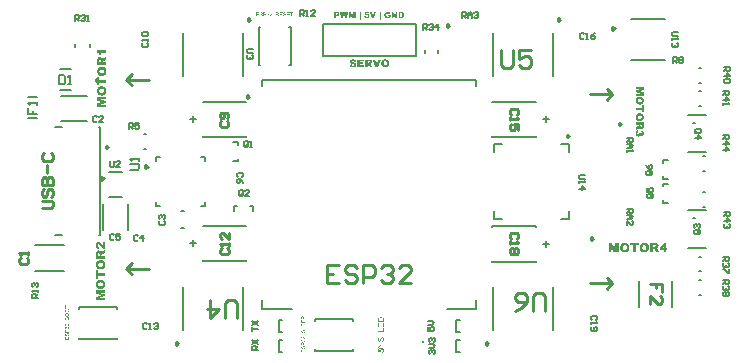
<source format=gto>
G04*
G04 #@! TF.GenerationSoftware,Altium Limited,Altium Designer,22.2.1 (43)*
G04*
G04 Layer_Color=65535*
%FSLAX25Y25*%
%MOIN*%
G70*
G04*
G04 #@! TF.SameCoordinates,0E938A99-CEBE-4E5B-98FA-E82972142B6D*
G04*
G04*
G04 #@! TF.FilePolarity,Positive*
G04*
G01*
G75*
%ADD10C,0.00984*%
%ADD11C,0.00394*%
%ADD12C,0.00787*%
%ADD13C,0.01000*%
%ADD14C,0.00500*%
%ADD15C,0.01000*%
G36*
X128249Y115567D02*
X128279D01*
X128315Y115564D01*
X128353Y115561D01*
X128432Y115556D01*
X128514Y115545D01*
X128593Y115528D01*
X128629Y115520D01*
X128661Y115509D01*
X128664D01*
X128670Y115506D01*
X128678Y115504D01*
X128689Y115498D01*
X128719Y115485D01*
X128757Y115463D01*
X128800Y115438D01*
X128847Y115405D01*
X128891Y115365D01*
X128934Y115321D01*
Y115318D01*
X128940Y115315D01*
X128945Y115307D01*
X128953Y115299D01*
X128972Y115272D01*
X128997Y115234D01*
X129022Y115187D01*
X129049Y115132D01*
X129076Y115070D01*
X129098Y115001D01*
X128503Y114898D01*
X128500Y114903D01*
X128495Y114917D01*
X128487Y114936D01*
X128473Y114961D01*
X128456Y114988D01*
X128435Y115018D01*
X128407Y115045D01*
X128377Y115070D01*
X128375Y115072D01*
X128361Y115078D01*
X128342Y115089D01*
X128317Y115100D01*
X128285Y115111D01*
X128246Y115121D01*
X128203Y115127D01*
X128154Y115130D01*
X128134D01*
X128121Y115127D01*
X128102Y115124D01*
X128083Y115121D01*
X128036Y115113D01*
X127984Y115094D01*
X127930Y115070D01*
X127902Y115053D01*
X127878Y115034D01*
X127853Y115012D01*
X127829Y114988D01*
Y114985D01*
X127823Y114982D01*
X127818Y114974D01*
X127810Y114961D01*
X127801Y114947D01*
X127790Y114928D01*
X127779Y114906D01*
X127769Y114881D01*
X127758Y114851D01*
X127747Y114819D01*
X127736Y114780D01*
X127728Y114742D01*
X127719Y114698D01*
X127714Y114649D01*
X127711Y114597D01*
X127708Y114543D01*
Y114540D01*
Y114529D01*
Y114513D01*
X127711Y114491D01*
Y114464D01*
X127714Y114434D01*
X127719Y114401D01*
X127725Y114365D01*
X127738Y114289D01*
X127760Y114212D01*
X127774Y114177D01*
X127790Y114141D01*
X127807Y114109D01*
X127829Y114081D01*
X127831Y114079D01*
X127834Y114076D01*
X127842Y114068D01*
X127850Y114060D01*
X127878Y114038D01*
X127919Y114013D01*
X127965Y113989D01*
X128025Y113967D01*
X128093Y113950D01*
X128129Y113948D01*
X128170Y113945D01*
X128189D01*
X128208Y113948D01*
X128233D01*
X128263Y113950D01*
X128296Y113956D01*
X128366Y113972D01*
X128372Y113975D01*
X128383Y113978D01*
X128402Y113986D01*
X128429Y113997D01*
X128462Y114010D01*
X128500Y114027D01*
X128541Y114049D01*
X128585Y114073D01*
Y114262D01*
X128173D01*
Y114676D01*
X129125D01*
Y113828D01*
X129123Y113825D01*
X129114Y113819D01*
X129098Y113811D01*
X129079Y113797D01*
X129054Y113781D01*
X129027Y113765D01*
X128997Y113746D01*
X128962Y113726D01*
X128885Y113683D01*
X128803Y113642D01*
X128721Y113604D01*
X128680Y113587D01*
X128639Y113574D01*
X128637D01*
X128631Y113571D01*
X128618Y113568D01*
X128601Y113563D01*
X128582Y113557D01*
X128558Y113552D01*
X128530Y113546D01*
X128498Y113541D01*
X128462Y113535D01*
X128427Y113530D01*
X128383Y113524D01*
X128339Y113519D01*
X128244Y113511D01*
X128140Y113508D01*
X128104D01*
X128080Y113511D01*
X128050D01*
X128017Y113514D01*
X127976Y113519D01*
X127935Y113524D01*
X127842Y113538D01*
X127747Y113560D01*
X127651Y113590D01*
X127605Y113606D01*
X127561Y113628D01*
X127558Y113631D01*
X127550Y113634D01*
X127539Y113642D01*
X127526Y113650D01*
X127506Y113664D01*
X127485Y113680D01*
X127460Y113697D01*
X127433Y113718D01*
X127406Y113743D01*
X127378Y113768D01*
X127348Y113797D01*
X127321Y113830D01*
X127291Y113866D01*
X127263Y113901D01*
X127239Y113942D01*
X127214Y113986D01*
Y113989D01*
X127209Y113997D01*
X127204Y114010D01*
X127195Y114030D01*
X127187Y114051D01*
X127176Y114079D01*
X127165Y114109D01*
X127154Y114144D01*
X127141Y114185D01*
X127130Y114226D01*
X127119Y114272D01*
X127111Y114319D01*
X127097Y114425D01*
X127094Y114480D01*
X127092Y114537D01*
Y114540D01*
Y114551D01*
Y114570D01*
X127094Y114592D01*
X127097Y114622D01*
X127100Y114655D01*
X127102Y114690D01*
X127108Y114731D01*
X127116Y114775D01*
X127124Y114821D01*
X127149Y114914D01*
X127163Y114963D01*
X127182Y115012D01*
X127201Y115059D01*
X127225Y115105D01*
X127228Y115108D01*
X127231Y115116D01*
X127239Y115127D01*
X127250Y115146D01*
X127263Y115165D01*
X127283Y115187D01*
X127302Y115214D01*
X127326Y115242D01*
X127351Y115269D01*
X127381Y115299D01*
X127414Y115332D01*
X127449Y115362D01*
X127487Y115392D01*
X127528Y115419D01*
X127575Y115446D01*
X127621Y115471D01*
X127624D01*
X127629Y115476D01*
X127643Y115479D01*
X127659Y115487D01*
X127679Y115493D01*
X127703Y115501D01*
X127733Y115512D01*
X127766Y115520D01*
X127801Y115528D01*
X127842Y115539D01*
X127889Y115547D01*
X127938Y115553D01*
X127990Y115561D01*
X128044Y115564D01*
X128104Y115569D01*
X128222D01*
X128249Y115567D01*
D02*
G37*
G36*
X131405Y113541D02*
X130823D01*
X130073Y114641D01*
Y113541D01*
X129494D01*
Y115536D01*
X130067D01*
X130823Y114428D01*
Y115536D01*
X131405D01*
Y113541D01*
D02*
G37*
G36*
X114591D02*
X113988D01*
X113638Y114797D01*
X113289Y113541D01*
X112685D01*
X112243Y115536D01*
X112827D01*
X113038Y114423D01*
X113349Y115536D01*
X113927D01*
X114239Y114423D01*
X114449Y115536D01*
X115033D01*
X114591Y113541D01*
D02*
G37*
G36*
X117474D02*
X116969D01*
Y115061D01*
X116576Y113541D01*
X116120D01*
X115732Y115061D01*
Y113541D01*
X115227D01*
Y115536D01*
X116038D01*
X116352Y114322D01*
X116663Y115536D01*
X117474D01*
Y113541D01*
D02*
G37*
G36*
X123586D02*
X122917D01*
X122167Y115536D01*
X122811D01*
X123259Y114098D01*
X123701Y115536D01*
X124329D01*
X123586Y113541D01*
D02*
G37*
G36*
X121954Y115094D02*
X121058D01*
X121012Y114794D01*
X121017Y114797D01*
X121028Y114802D01*
X121047Y114810D01*
X121069Y114819D01*
X121097Y114829D01*
X121129Y114840D01*
X121195Y114859D01*
X121200D01*
X121211Y114862D01*
X121228Y114868D01*
X121252Y114870D01*
X121279Y114876D01*
X121309Y114879D01*
X121375Y114881D01*
X121405D01*
X121424Y114879D01*
X121451Y114876D01*
X121479Y114870D01*
X121511Y114865D01*
X121550Y114859D01*
X121626Y114838D01*
X121667Y114821D01*
X121708Y114805D01*
X121746Y114783D01*
X121787Y114758D01*
X121825Y114731D01*
X121861Y114698D01*
X121864Y114696D01*
X121869Y114690D01*
X121877Y114679D01*
X121891Y114666D01*
X121905Y114649D01*
X121921Y114627D01*
X121937Y114603D01*
X121956Y114573D01*
X121973Y114543D01*
X121989Y114507D01*
X122005Y114472D01*
X122019Y114431D01*
X122033Y114387D01*
X122041Y114341D01*
X122046Y114294D01*
X122049Y114242D01*
Y114240D01*
Y114234D01*
Y114223D01*
X122046Y114210D01*
Y114193D01*
X122044Y114172D01*
X122038Y114125D01*
X122025Y114068D01*
X122008Y114005D01*
X121984Y113939D01*
X121951Y113871D01*
Y113868D01*
X121946Y113863D01*
X121940Y113855D01*
X121935Y113841D01*
X121913Y113811D01*
X121880Y113770D01*
X121842Y113726D01*
X121795Y113683D01*
X121741Y113639D01*
X121678Y113601D01*
X121675D01*
X121670Y113598D01*
X121659Y113593D01*
X121645Y113587D01*
X121629Y113579D01*
X121607Y113571D01*
X121585Y113563D01*
X121555Y113555D01*
X121525Y113546D01*
X121492Y113538D01*
X121454Y113530D01*
X121413Y113522D01*
X121372Y113516D01*
X121326Y113511D01*
X121228Y113508D01*
X121178D01*
X121159Y113511D01*
X121113Y113514D01*
X121058Y113516D01*
X121001Y113524D01*
X120944Y113533D01*
X120889Y113544D01*
X120886D01*
X120884Y113546D01*
X120875Y113549D01*
X120864Y113552D01*
X120840Y113560D01*
X120807Y113571D01*
X120769Y113587D01*
X120728Y113606D01*
X120687Y113631D01*
X120649Y113655D01*
X120643Y113658D01*
X120632Y113669D01*
X120613Y113683D01*
X120591Y113705D01*
X120567Y113729D01*
X120539Y113757D01*
X120512Y113789D01*
X120488Y113822D01*
X120485Y113828D01*
X120477Y113838D01*
X120466Y113860D01*
X120452Y113888D01*
X120439Y113920D01*
X120422Y113961D01*
X120406Y114008D01*
X120389Y114057D01*
X120949Y114120D01*
Y114117D01*
Y114114D01*
X120955Y114098D01*
X120960Y114073D01*
X120968Y114043D01*
X120979Y114010D01*
X120995Y113975D01*
X121017Y113942D01*
X121042Y113915D01*
X121045Y113912D01*
X121055Y113904D01*
X121072Y113893D01*
X121094Y113882D01*
X121118Y113868D01*
X121151Y113857D01*
X121184Y113849D01*
X121222Y113847D01*
X121228D01*
X121241Y113849D01*
X121263Y113852D01*
X121290Y113857D01*
X121320Y113868D01*
X121353Y113885D01*
X121386Y113904D01*
X121416Y113934D01*
X121419Y113939D01*
X121427Y113950D01*
X121440Y113970D01*
X121454Y113999D01*
X121468Y114035D01*
X121481Y114081D01*
X121490Y114133D01*
X121492Y114193D01*
Y114196D01*
Y114201D01*
Y114210D01*
Y114223D01*
X121490Y114253D01*
X121481Y114292D01*
X121473Y114335D01*
X121459Y114379D01*
X121440Y114417D01*
X121413Y114453D01*
X121410Y114455D01*
X121399Y114466D01*
X121383Y114480D01*
X121359Y114496D01*
X121331Y114510D01*
X121296Y114524D01*
X121255Y114535D01*
X121211Y114537D01*
X121197D01*
X121181Y114535D01*
X121162Y114532D01*
X121137Y114526D01*
X121110Y114521D01*
X121083Y114510D01*
X121055Y114496D01*
X121053D01*
X121045Y114491D01*
X121034Y114483D01*
X121017Y114474D01*
X121001Y114458D01*
X120979Y114442D01*
X120955Y114420D01*
X120930Y114393D01*
X120460Y114461D01*
X120635Y115536D01*
X121954D01*
Y115094D01*
D02*
G37*
G36*
X132805Y115534D02*
X132833D01*
X132860Y115531D01*
X132893Y115528D01*
X132964Y115517D01*
X133035Y115506D01*
X133108Y115487D01*
X133174Y115463D01*
X133177D01*
X133182Y115460D01*
X133190Y115455D01*
X133201Y115449D01*
X133231Y115433D01*
X133272Y115408D01*
X133313Y115378D01*
X133360Y115343D01*
X133406Y115299D01*
X133450Y115250D01*
Y115247D01*
X133455Y115244D01*
X133461Y115236D01*
X133469Y115225D01*
X133488Y115198D01*
X133510Y115160D01*
X133537Y115111D01*
X133562Y115059D01*
X133586Y114996D01*
X133608Y114930D01*
Y114928D01*
X133611Y114922D01*
X133614Y114911D01*
X133616Y114898D01*
X133619Y114881D01*
X133624Y114862D01*
X133627Y114840D01*
X133633Y114813D01*
X133641Y114756D01*
X133649Y114690D01*
X133654Y114619D01*
X133657Y114546D01*
Y114543D01*
Y114532D01*
Y114515D01*
Y114494D01*
X133654Y114466D01*
Y114434D01*
X133652Y114401D01*
X133649Y114363D01*
X133638Y114281D01*
X133627Y114199D01*
X133608Y114120D01*
X133597Y114081D01*
X133583Y114046D01*
Y114043D01*
X133581Y114038D01*
X133575Y114030D01*
X133570Y114016D01*
X133562Y114002D01*
X133553Y113983D01*
X133532Y113945D01*
X133502Y113899D01*
X133466Y113847D01*
X133428Y113797D01*
X133381Y113751D01*
X133379D01*
X133376Y113746D01*
X133360Y113732D01*
X133332Y113713D01*
X133300Y113688D01*
X133256Y113661D01*
X133210Y113634D01*
X133158Y113612D01*
X133103Y113593D01*
X133100D01*
X133095Y113590D01*
X133084Y113587D01*
X133070Y113584D01*
X133051Y113582D01*
X133029Y113576D01*
X132983Y113568D01*
X132925Y113557D01*
X132863Y113549D01*
X132800Y113544D01*
X132737Y113541D01*
X131823D01*
Y115536D01*
X132781D01*
X132805Y115534D01*
D02*
G37*
G36*
X111511D02*
X111539Y115531D01*
X111572Y115528D01*
X111607Y115523D01*
X111645Y115517D01*
X111724Y115498D01*
X111768Y115485D01*
X111809Y115468D01*
X111847Y115449D01*
X111888Y115430D01*
X111924Y115403D01*
X111956Y115375D01*
X111959Y115373D01*
X111965Y115367D01*
X111973Y115359D01*
X111984Y115345D01*
X111995Y115329D01*
X112011Y115310D01*
X112025Y115285D01*
X112041Y115261D01*
X112057Y115228D01*
X112071Y115195D01*
X112087Y115157D01*
X112098Y115119D01*
X112109Y115072D01*
X112118Y115026D01*
X112123Y114977D01*
X112126Y114922D01*
Y114919D01*
Y114909D01*
Y114892D01*
X112123Y114873D01*
X112120Y114846D01*
X112115Y114819D01*
X112109Y114786D01*
X112104Y114750D01*
X112082Y114674D01*
X112066Y114636D01*
X112049Y114595D01*
X112027Y114556D01*
X112003Y114518D01*
X111976Y114483D01*
X111943Y114450D01*
X111940Y114447D01*
X111935Y114442D01*
X111924Y114434D01*
X111910Y114423D01*
X111891Y114412D01*
X111866Y114395D01*
X111839Y114382D01*
X111806Y114365D01*
X111768Y114349D01*
X111727Y114335D01*
X111683Y114319D01*
X111634Y114308D01*
X111580Y114297D01*
X111520Y114289D01*
X111457Y114283D01*
X111389Y114281D01*
X111053D01*
Y113541D01*
X110433D01*
Y115536D01*
X111490D01*
X111511Y115534D01*
D02*
G37*
G36*
X125822Y112992D02*
X125475D01*
Y115536D01*
X125822D01*
Y112992D01*
D02*
G37*
G36*
X119158D02*
X118811D01*
Y115536D01*
X119158D01*
Y112992D01*
D02*
G37*
G36*
X116651Y99732D02*
X116693Y99728D01*
X116738Y99725D01*
X116790Y99721D01*
X116846Y99711D01*
X116967Y99690D01*
X117089Y99659D01*
X117148Y99638D01*
X117207Y99614D01*
X117262Y99582D01*
X117311Y99551D01*
X117314Y99548D01*
X117321Y99544D01*
X117335Y99530D01*
X117352Y99516D01*
X117373Y99499D01*
X117394Y99475D01*
X117418Y99444D01*
X117446Y99412D01*
X117470Y99374D01*
X117498Y99333D01*
X117522Y99284D01*
X117547Y99232D01*
X117571Y99177D01*
X117588Y99117D01*
X117606Y99051D01*
X117616Y98979D01*
X116877Y98937D01*
Y98940D01*
Y98944D01*
X116870Y98965D01*
X116863Y98996D01*
X116849Y99031D01*
X116832Y99072D01*
X116811Y99114D01*
X116783Y99152D01*
X116752Y99183D01*
X116749Y99187D01*
X116735Y99197D01*
X116714Y99208D01*
X116686Y99225D01*
X116648Y99239D01*
X116603Y99249D01*
X116551Y99260D01*
X116492Y99263D01*
X116471D01*
X116447Y99260D01*
X116415Y99256D01*
X116381Y99249D01*
X116349Y99239D01*
X116315Y99225D01*
X116287Y99204D01*
X116284Y99201D01*
X116277Y99194D01*
X116266Y99180D01*
X116256Y99166D01*
X116242Y99145D01*
X116232Y99121D01*
X116225Y99093D01*
X116221Y99062D01*
Y99059D01*
Y99051D01*
X116225Y99041D01*
X116228Y99027D01*
X116235Y99010D01*
X116245Y98993D01*
X116259Y98972D01*
X116277Y98954D01*
X116280Y98951D01*
X116287Y98947D01*
X116304Y98937D01*
X116329Y98923D01*
X116363Y98909D01*
X116409Y98895D01*
X116467Y98878D01*
X116499Y98868D01*
X116537Y98861D01*
X116544D01*
X116561Y98857D01*
X116586Y98850D01*
X116620Y98843D01*
X116662Y98833D01*
X116710Y98819D01*
X116766Y98805D01*
X116821Y98791D01*
X116943Y98757D01*
X117064Y98718D01*
X117123Y98698D01*
X117179Y98677D01*
X117227Y98656D01*
X117272Y98635D01*
X117276D01*
X117283Y98632D01*
X117293Y98625D01*
X117307Y98614D01*
X117349Y98590D01*
X117397Y98559D01*
X117449Y98517D01*
X117501Y98469D01*
X117554Y98417D01*
X117595Y98354D01*
Y98351D01*
X117599Y98347D01*
X117606Y98337D01*
X117613Y98326D01*
X117630Y98292D01*
X117647Y98247D01*
X117668Y98191D01*
X117682Y98128D01*
X117696Y98059D01*
X117699Y97983D01*
Y97979D01*
Y97972D01*
Y97958D01*
X117696Y97941D01*
Y97920D01*
X117692Y97893D01*
X117682Y97834D01*
X117668Y97764D01*
X117644Y97688D01*
X117609Y97611D01*
X117564Y97532D01*
Y97528D01*
X117557Y97521D01*
X117550Y97511D01*
X117540Y97497D01*
X117508Y97462D01*
X117467Y97417D01*
X117411Y97365D01*
X117349Y97313D01*
X117272Y97264D01*
X117186Y97219D01*
X117182D01*
X117175Y97216D01*
X117162Y97209D01*
X117141Y97202D01*
X117120Y97195D01*
X117089Y97188D01*
X117057Y97178D01*
X117019Y97167D01*
X116978Y97157D01*
X116929Y97150D01*
X116880Y97140D01*
X116825Y97133D01*
X116769Y97126D01*
X116707Y97119D01*
X116575Y97115D01*
X116513D01*
X116471Y97119D01*
X116419Y97122D01*
X116356Y97129D01*
X116290Y97136D01*
X116221Y97146D01*
X116148Y97160D01*
X116072Y97174D01*
X115999Y97195D01*
X115926Y97219D01*
X115857Y97247D01*
X115791Y97282D01*
X115732Y97320D01*
X115680Y97362D01*
X115676Y97365D01*
X115669Y97372D01*
X115656Y97386D01*
X115642Y97407D01*
X115621Y97431D01*
X115600Y97462D01*
X115576Y97497D01*
X115551Y97535D01*
X115527Y97580D01*
X115503Y97625D01*
X115482Y97677D01*
X115458Y97736D01*
X115440Y97795D01*
X115423Y97858D01*
X115409Y97927D01*
X115402Y97997D01*
X116148Y98045D01*
Y98042D01*
Y98038D01*
X116152Y98028D01*
Y98014D01*
X116159Y97983D01*
X116169Y97941D01*
X116183Y97896D01*
X116197Y97851D01*
X116221Y97806D01*
X116245Y97768D01*
X116252Y97761D01*
X116270Y97743D01*
X116294Y97719D01*
X116336Y97691D01*
X116384Y97663D01*
X116443Y97639D01*
X116509Y97622D01*
X116547Y97618D01*
X116589Y97615D01*
X116617D01*
X116648Y97618D01*
X116683Y97625D01*
X116724Y97632D01*
X116769Y97646D01*
X116807Y97667D01*
X116846Y97691D01*
X116849Y97695D01*
X116860Y97705D01*
X116877Y97723D01*
X116894Y97743D01*
X116908Y97771D01*
X116926Y97802D01*
X116936Y97837D01*
X116939Y97875D01*
Y97879D01*
Y97893D01*
X116936Y97910D01*
X116929Y97934D01*
X116919Y97962D01*
X116901Y97990D01*
X116880Y98021D01*
X116853Y98049D01*
X116849Y98052D01*
X116835Y98063D01*
X116807Y98076D01*
X116790Y98087D01*
X116769Y98097D01*
X116745Y98108D01*
X116717Y98122D01*
X116683Y98132D01*
X116648Y98146D01*
X116606Y98160D01*
X116558Y98170D01*
X116506Y98184D01*
X116450Y98198D01*
X116443D01*
X116429Y98205D01*
X116402Y98208D01*
X116367Y98219D01*
X116325Y98229D01*
X116277Y98243D01*
X116221Y98260D01*
X116166Y98278D01*
X116044Y98323D01*
X115923Y98375D01*
X115864Y98403D01*
X115812Y98434D01*
X115760Y98469D01*
X115715Y98503D01*
X115711Y98507D01*
X115704Y98514D01*
X115694Y98524D01*
X115680Y98538D01*
X115662Y98555D01*
X115645Y98580D01*
X115624Y98607D01*
X115607Y98635D01*
X115586Y98670D01*
X115565Y98708D01*
X115531Y98791D01*
X115517Y98836D01*
X115506Y98885D01*
X115499Y98937D01*
X115496Y98993D01*
Y98996D01*
Y99003D01*
Y99013D01*
X115499Y99027D01*
X115503Y99062D01*
X115510Y99111D01*
X115524Y99169D01*
X115544Y99229D01*
X115569Y99294D01*
X115607Y99360D01*
Y99364D01*
X115614Y99367D01*
X115628Y99388D01*
X115656Y99419D01*
X115694Y99461D01*
X115739Y99503D01*
X115798Y99548D01*
X115867Y99593D01*
X115947Y99634D01*
X115951D01*
X115957Y99638D01*
X115971Y99645D01*
X115989Y99652D01*
X116013Y99659D01*
X116041Y99666D01*
X116072Y99676D01*
X116110Y99686D01*
X116152Y99694D01*
X116200Y99704D01*
X116252Y99711D01*
X116308Y99721D01*
X116367Y99725D01*
X116433Y99732D01*
X116499Y99735D01*
X116617D01*
X116651Y99732D01*
D02*
G37*
G36*
X124962Y97157D02*
X124112D01*
X123158Y99694D01*
X123977D01*
X124546Y97865D01*
X125108Y99694D01*
X125906D01*
X124962Y97157D01*
D02*
G37*
G36*
X122058Y99690D02*
X122131D01*
X122172Y99686D01*
X122262Y99680D01*
X122353Y99666D01*
X122439Y99652D01*
X122481Y99641D01*
X122519Y99631D01*
X122523D01*
X122530Y99628D01*
X122537Y99624D01*
X122550Y99617D01*
X122589Y99603D01*
X122630Y99579D01*
X122682Y99548D01*
X122734Y99506D01*
X122783Y99458D01*
X122831Y99398D01*
Y99395D01*
X122835Y99392D01*
X122842Y99381D01*
X122849Y99367D01*
X122870Y99333D01*
X122890Y99284D01*
X122911Y99222D01*
X122932Y99152D01*
X122946Y99072D01*
X122949Y98986D01*
Y98982D01*
Y98975D01*
Y98965D01*
Y98951D01*
X122946Y98909D01*
X122939Y98861D01*
X122929Y98805D01*
X122911Y98743D01*
X122890Y98680D01*
X122859Y98621D01*
X122856Y98614D01*
X122842Y98597D01*
X122821Y98569D01*
X122793Y98535D01*
X122759Y98493D01*
X122717Y98451D01*
X122665Y98410D01*
X122609Y98371D01*
X122606Y98368D01*
X122592Y98361D01*
X122568Y98351D01*
X122537Y98337D01*
X122498Y98319D01*
X122450Y98305D01*
X122398Y98288D01*
X122335Y98271D01*
X122342Y98267D01*
X122360Y98264D01*
X122384Y98253D01*
X122412Y98243D01*
X122481Y98215D01*
X122512Y98198D01*
X122540Y98181D01*
X122544D01*
X122547Y98174D01*
X122557Y98167D01*
X122571Y98153D01*
X122589Y98136D01*
X122609Y98111D01*
X122634Y98080D01*
X122661Y98045D01*
X122665Y98042D01*
X122675Y98028D01*
X122689Y98010D01*
X122706Y97990D01*
X122745Y97938D01*
X122759Y97913D01*
X122773Y97889D01*
X123154Y97157D01*
X122266D01*
X121850Y97927D01*
Y97931D01*
X121846Y97934D01*
X121836Y97952D01*
X121822Y97979D01*
X121801Y98010D01*
X121780Y98042D01*
X121756Y98076D01*
X121735Y98104D01*
X121711Y98125D01*
X121707Y98128D01*
X121697Y98136D01*
X121676Y98142D01*
X121655Y98156D01*
X121624Y98167D01*
X121593Y98174D01*
X121555Y98181D01*
X121516Y98184D01*
X121450D01*
Y97157D01*
X120663D01*
Y99694D01*
X122026D01*
X122058Y99690D01*
D02*
G37*
G36*
X120191Y99152D02*
X118876D01*
Y98750D01*
X120097D01*
Y98233D01*
X118876D01*
Y97733D01*
X120229D01*
Y97157D01*
X118091D01*
Y99694D01*
X120191D01*
Y99152D01*
D02*
G37*
G36*
X127433Y99732D02*
X127474D01*
X127526Y99725D01*
X127589Y99718D01*
X127658Y99707D01*
X127731Y99694D01*
X127807Y99676D01*
X127887Y99652D01*
X127971Y99624D01*
X128050Y99593D01*
X128130Y99551D01*
X128207Y99506D01*
X128283Y99454D01*
X128349Y99395D01*
X128352Y99392D01*
X128363Y99378D01*
X128380Y99360D01*
X128404Y99333D01*
X128429Y99298D01*
X128456Y99256D01*
X128488Y99204D01*
X128522Y99149D01*
X128553Y99083D01*
X128585Y99013D01*
X128612Y98934D01*
X128640Y98850D01*
X128661Y98757D01*
X128678Y98659D01*
X128689Y98552D01*
X128692Y98441D01*
Y98437D01*
Y98420D01*
Y98399D01*
X128689Y98368D01*
Y98330D01*
X128685Y98285D01*
X128678Y98236D01*
X128675Y98184D01*
X128654Y98070D01*
X128626Y97945D01*
X128592Y97827D01*
X128567Y97768D01*
X128540Y97712D01*
Y97709D01*
X128533Y97698D01*
X128526Y97684D01*
X128512Y97667D01*
X128498Y97643D01*
X128477Y97615D01*
X128429Y97553D01*
X128370Y97480D01*
X128293Y97407D01*
X128207Y97337D01*
X128106Y97271D01*
X128102D01*
X128092Y97264D01*
X128078Y97258D01*
X128054Y97247D01*
X128030Y97237D01*
X127995Y97223D01*
X127957Y97209D01*
X127911Y97195D01*
X127863Y97178D01*
X127811Y97164D01*
X127752Y97150D01*
X127690Y97140D01*
X127623Y97129D01*
X127554Y97122D01*
X127478Y97119D01*
X127401Y97115D01*
X127360D01*
X127329Y97119D01*
X127294D01*
X127252Y97122D01*
X127204Y97126D01*
X127152Y97133D01*
X127037Y97150D01*
X126919Y97171D01*
X126801Y97206D01*
X126746Y97226D01*
X126690Y97251D01*
X126687D01*
X126676Y97258D01*
X126662Y97264D01*
X126645Y97275D01*
X126621Y97292D01*
X126593Y97310D01*
X126527Y97355D01*
X126492Y97382D01*
X126454Y97414D01*
X126419Y97452D01*
X126381Y97490D01*
X126343Y97532D01*
X126305Y97577D01*
X126270Y97629D01*
X126235Y97681D01*
X126232Y97684D01*
X126229Y97695D01*
X126218Y97712D01*
X126208Y97733D01*
X126194Y97764D01*
X126180Y97799D01*
X126166Y97840D01*
X126149Y97886D01*
X126131Y97938D01*
X126118Y97993D01*
X126104Y98056D01*
X126090Y98122D01*
X126079Y98191D01*
X126069Y98264D01*
X126066Y98344D01*
X126062Y98423D01*
Y98427D01*
Y98430D01*
Y98451D01*
X126066Y98483D01*
X126069Y98524D01*
X126072Y98576D01*
X126079Y98639D01*
X126090Y98704D01*
X126104Y98777D01*
X126125Y98850D01*
X126145Y98930D01*
X126173Y99010D01*
X126208Y99090D01*
X126246Y99169D01*
X126291Y99246D01*
X126347Y99319D01*
X126406Y99388D01*
X126409Y99392D01*
X126423Y99402D01*
X126440Y99419D01*
X126468Y99444D01*
X126506Y99468D01*
X126548Y99499D01*
X126600Y99530D01*
X126655Y99562D01*
X126721Y99593D01*
X126794Y99624D01*
X126874Y99655D01*
X126961Y99680D01*
X127051Y99704D01*
X127152Y99721D01*
X127259Y99732D01*
X127370Y99735D01*
X127398D01*
X127433Y99732D01*
D02*
G37*
G36*
X99792Y14093D02*
X99806Y14092D01*
X99821Y14089D01*
X99839Y14086D01*
X99859Y14082D01*
X99880Y14077D01*
X99902Y14070D01*
X99924Y14061D01*
X99948Y14050D01*
X99971Y14039D01*
X99995Y14026D01*
X100017Y14009D01*
X100039Y13991D01*
X100040Y13990D01*
X100043Y13985D01*
X100048Y13980D01*
X100057Y13970D01*
X100065Y13959D01*
X100075Y13944D01*
X100084Y13926D01*
X100094Y13905D01*
X100105Y13881D01*
X100115Y13854D01*
X100124Y13823D01*
X100133Y13790D01*
X100140Y13751D01*
X100145Y13710D01*
X100149Y13665D01*
X100151Y13616D01*
Y13290D01*
X100668D01*
Y13122D01*
X99394D01*
Y13646D01*
X99396Y13674D01*
X99397Y13705D01*
X99400Y13737D01*
X99403Y13768D01*
X99404Y13783D01*
X99407Y13795D01*
Y13796D01*
X99408Y13799D01*
Y13805D01*
X99410Y13810D01*
X99412Y13819D01*
X99414Y13828D01*
X99421Y13850D01*
X99429Y13875D01*
X99440Y13901D01*
X99452Y13928D01*
X99467Y13952D01*
Y13954D01*
X99469Y13955D01*
X99476Y13963D01*
X99485Y13974D01*
X99499Y13990D01*
X99516Y14005D01*
X99538Y14023D01*
X99561Y14039D01*
X99590Y14054D01*
X99592D01*
X99594Y14056D01*
X99599Y14059D01*
X99604Y14061D01*
X99611Y14064D01*
X99621Y14067D01*
X99641Y14075D01*
X99668Y14082D01*
X99697Y14089D01*
X99730Y14093D01*
X99764Y14095D01*
X99766D01*
X99771D01*
X99779D01*
X99792Y14093D01*
D02*
G37*
G36*
X100668Y11939D02*
X99394D01*
Y12861D01*
X99545D01*
Y12107D01*
X99934D01*
Y12812D01*
X100084D01*
Y12107D01*
X100518D01*
Y12890D01*
X100668D01*
Y11939D01*
D02*
G37*
G36*
Y10752D02*
X99394D01*
Y11674D01*
X99545D01*
Y10921D01*
X99934D01*
Y11626D01*
X100084D01*
Y10921D01*
X100518D01*
Y11703D01*
X100668D01*
Y10752D01*
D02*
G37*
G36*
Y9752D02*
X99394D01*
Y9920D01*
X100518D01*
Y10548D01*
X100668D01*
Y9752D01*
D02*
G37*
G36*
X100326Y9528D02*
X100336D01*
X100345Y9527D01*
X100371Y9523D01*
X100400Y9516D01*
X100432Y9505D01*
X100465Y9489D01*
X100483Y9481D01*
X100500Y9470D01*
X100501D01*
X100504Y9467D01*
X100508Y9465D01*
X100515Y9459D01*
X100530Y9447D01*
X100551Y9427D01*
X100573Y9404D01*
X100596Y9375D01*
X100618Y9342D01*
X100639Y9303D01*
Y9302D01*
X100642Y9298D01*
X100643Y9292D01*
X100647Y9284D01*
X100650Y9274D01*
X100654Y9262D01*
X100660Y9248D01*
X100664Y9231D01*
X100668Y9215D01*
X100674Y9196D01*
X100680Y9154D01*
X100686Y9109D01*
X100689Y9059D01*
Y9042D01*
X100687Y9030D01*
Y9015D01*
X100686Y8998D01*
X100685Y8979D01*
X100682Y8957D01*
X100676Y8911D01*
X100668Y8863D01*
X100656Y8815D01*
X100639Y8768D01*
Y8766D01*
X100636Y8762D01*
X100634Y8757D01*
X100629Y8748D01*
X100624Y8739D01*
X100618Y8728D01*
X100602Y8702D01*
X100581Y8672D01*
X100555Y8642D01*
X100525Y8612D01*
X100489Y8586D01*
X100487Y8584D01*
X100485Y8583D01*
X100479Y8580D01*
X100471Y8576D01*
X100461Y8570D01*
X100450Y8565D01*
X100436Y8558D01*
X100421Y8552D01*
X100406Y8546D01*
X100388Y8540D01*
X100348Y8529D01*
X100305Y8521D01*
X100282Y8518D01*
X100258Y8517D01*
X100244Y8675D01*
X100246D01*
X100249D01*
X100254Y8677D01*
X100261Y8678D01*
X100269Y8679D01*
X100278Y8681D01*
X100301Y8686D01*
X100326Y8693D01*
X100352Y8702D01*
X100378Y8713D01*
X100403Y8726D01*
X100406Y8728D01*
X100413Y8735D01*
X100424Y8744D01*
X100438Y8758D01*
X100454Y8776D01*
X100469Y8798D01*
X100486Y8824D01*
X100501Y8855D01*
Y8856D01*
X100503Y8859D01*
X100504Y8863D01*
X100507Y8870D01*
X100509Y8878D01*
X100514Y8888D01*
X100516Y8899D01*
X100519Y8911D01*
X100526Y8940D01*
X100533Y8975D01*
X100537Y9011D01*
X100538Y9051D01*
Y9067D01*
X100537Y9076D01*
Y9085D01*
X100534Y9107D01*
X100531Y9133D01*
X100527Y9162D01*
X100521Y9191D01*
X100511Y9219D01*
Y9220D01*
X100509Y9222D01*
X100508Y9226D01*
X100505Y9231D01*
X100498Y9244D01*
X100490Y9260D01*
X100479Y9278D01*
X100465Y9298D01*
X100450Y9314D01*
X100432Y9329D01*
X100429Y9331D01*
X100424Y9335D01*
X100413Y9342D01*
X100399Y9349D01*
X100382Y9354D01*
X100364Y9361D01*
X100344Y9365D01*
X100323Y9367D01*
X100322D01*
X100320D01*
X100313D01*
X100301Y9365D01*
X100287Y9363D01*
X100271Y9358D01*
X100253Y9352D01*
X100235Y9343D01*
X100218Y9331D01*
X100217Y9329D01*
X100211Y9324D01*
X100203Y9316D01*
X100192Y9303D01*
X100181Y9288D01*
X100169Y9267D01*
X100156Y9244D01*
X100144Y9216D01*
X100142Y9213D01*
X100141Y9211D01*
X100140Y9205D01*
X100138Y9200D01*
X100135Y9191D01*
X100131Y9180D01*
X100128Y9169D01*
X100124Y9154D01*
X100119Y9139D01*
X100115Y9120D01*
X100109Y9099D01*
X100102Y9076D01*
X100097Y9051D01*
X100089Y9022D01*
X100082Y8990D01*
Y8989D01*
X100080Y8983D01*
X100077Y8973D01*
X100075Y8962D01*
X100071Y8947D01*
X100066Y8931D01*
X100061Y8914D01*
X100055Y8895D01*
X100043Y8853D01*
X100029Y8813D01*
X100022Y8794D01*
X100015Y8776D01*
X100008Y8760D01*
X100002Y8746D01*
Y8744D01*
X99999Y8742D01*
X99996Y8737D01*
X99993Y8731D01*
X99984Y8714D01*
X99970Y8695D01*
X99952Y8671D01*
X99933Y8649D01*
X99909Y8627D01*
X99884Y8609D01*
X99883D01*
X99882Y8608D01*
X99877Y8605D01*
X99872Y8602D01*
X99857Y8595D01*
X99837Y8587D01*
X99814Y8579D01*
X99786Y8572D01*
X99756Y8566D01*
X99724Y8565D01*
X99723D01*
X99720D01*
X99714D01*
X99708Y8566D01*
X99699D01*
X99690Y8568D01*
X99665Y8572D01*
X99637Y8579D01*
X99608Y8587D01*
X99576Y8601D01*
X99545Y8619D01*
X99543D01*
X99541Y8621D01*
X99537Y8624D01*
X99531Y8628D01*
X99516Y8642D01*
X99497Y8660D01*
X99476Y8682D01*
X99455Y8710D01*
X99434Y8742D01*
X99416Y8779D01*
Y8780D01*
X99415Y8783D01*
X99412Y8790D01*
X99410Y8797D01*
X99407Y8806D01*
X99403Y8819D01*
X99398Y8833D01*
X99394Y8848D01*
X99390Y8864D01*
X99386Y8882D01*
X99379Y8921D01*
X99374Y8965D01*
X99372Y9012D01*
Y9036D01*
X99374Y9048D01*
X99375Y9063D01*
X99376Y9078D01*
X99378Y9096D01*
X99383Y9135D01*
X99392Y9178D01*
X99404Y9220D01*
X99419Y9262D01*
Y9263D01*
X99422Y9266D01*
X99423Y9273D01*
X99427Y9280D01*
X99433Y9288D01*
X99439Y9299D01*
X99452Y9323D01*
X99472Y9350D01*
X99495Y9378D01*
X99521Y9404D01*
X99553Y9427D01*
X99554Y9429D01*
X99557Y9430D01*
X99561Y9433D01*
X99568Y9437D01*
X99576Y9441D01*
X99586Y9447D01*
X99599Y9451D01*
X99611Y9458D01*
X99640Y9469D01*
X99674Y9478D01*
X99712Y9487D01*
X99753Y9491D01*
X99766Y9329D01*
X99764D01*
X99760Y9328D01*
X99755D01*
X99746Y9327D01*
X99735Y9324D01*
X99724Y9321D01*
X99698Y9313D01*
X99669Y9302D01*
X99639Y9285D01*
X99610Y9266D01*
X99597Y9253D01*
X99585Y9240D01*
X99583Y9238D01*
X99582Y9237D01*
X99579Y9231D01*
X99575Y9226D01*
X99571Y9218D01*
X99566Y9208D01*
X99560Y9197D01*
X99553Y9184D01*
X99548Y9169D01*
X99542Y9153D01*
X99537Y9135D01*
X99532Y9116D01*
X99528Y9093D01*
X99525Y9070D01*
X99523Y9045D01*
Y9005D01*
X99524Y8994D01*
Y8982D01*
X99525Y8968D01*
X99527Y8951D01*
X99530Y8935D01*
X99537Y8897D01*
X99546Y8862D01*
X99560Y8827D01*
X99570Y8811D01*
X99579Y8797D01*
Y8795D01*
X99582Y8794D01*
X99589Y8786D01*
X99601Y8775D01*
X99618Y8762D01*
X99637Y8750D01*
X99661Y8739D01*
X99686Y8731D01*
X99699Y8729D01*
X99714Y8728D01*
X99716D01*
X99717D01*
X99726Y8729D01*
X99738Y8731D01*
X99753Y8733D01*
X99771Y8740D01*
X99790Y8748D01*
X99808Y8760D01*
X99826Y8776D01*
X99828Y8779D01*
X99830Y8782D01*
X99835Y8787D01*
X99839Y8794D01*
X99843Y8802D01*
X99848Y8813D01*
X99855Y8826D01*
X99862Y8841D01*
X99869Y8859D01*
X99876Y8879D01*
X99884Y8903D01*
X99893Y8931D01*
X99901Y8960D01*
X99910Y8993D01*
X99919Y9030D01*
Y9033D01*
X99920Y9040D01*
X99923Y9049D01*
X99927Y9063D01*
X99930Y9080D01*
X99935Y9099D01*
X99940Y9120D01*
X99946Y9142D01*
X99959Y9189D01*
X99971Y9236D01*
X99978Y9258D01*
X99985Y9277D01*
X99992Y9296D01*
X99999Y9312D01*
Y9313D01*
X100002Y9317D01*
X100004Y9323D01*
X100008Y9329D01*
X100013Y9339D01*
X100020Y9350D01*
X100035Y9374D01*
X100053Y9401D01*
X100075Y9427D01*
X100101Y9454D01*
X100115Y9465D01*
X100128Y9476D01*
X100130D01*
X100133Y9478D01*
X100137Y9481D01*
X100142Y9484D01*
X100149Y9488D01*
X100159Y9492D01*
X100181Y9503D01*
X100207Y9513D01*
X100238Y9521D01*
X100272Y9527D01*
X100309Y9529D01*
X100311D01*
X100313D01*
X100319D01*
X100326Y9528D01*
D02*
G37*
G36*
X101021Y7418D02*
X100908D01*
Y8455D01*
X101021D01*
Y7418D01*
D02*
G37*
G36*
X100668Y6509D02*
X100665D01*
X100659D01*
X100647D01*
X100634Y6510D01*
X100617Y6511D01*
X100599Y6516D01*
X100580Y6520D01*
X100560Y6527D01*
X100559D01*
X100556Y6528D01*
X100552Y6529D01*
X100545Y6532D01*
X100538Y6536D01*
X100529Y6540D01*
X100507Y6551D01*
X100480Y6565D01*
X100451Y6583D01*
X100421Y6604D01*
X100391Y6629D01*
X100389Y6630D01*
X100387Y6632D01*
X100382Y6636D01*
X100375Y6643D01*
X100369Y6650D01*
X100359Y6659D01*
X100348Y6669D01*
X100336Y6681D01*
X100322Y6695D01*
X100308Y6710D01*
X100291Y6727D01*
X100275Y6746D01*
X100257Y6765D01*
X100239Y6787D01*
X100220Y6809D01*
X100199Y6834D01*
X100198Y6837D01*
X100191Y6844D01*
X100182Y6854D01*
X100170Y6867D01*
X100156Y6884D01*
X100140Y6903D01*
X100122Y6926D01*
X100101Y6948D01*
X100058Y6995D01*
X100013Y7040D01*
X99990Y7062D01*
X99968Y7083D01*
X99948Y7101D01*
X99928Y7116D01*
X99927Y7117D01*
X99924Y7119D01*
X99919Y7123D01*
X99912Y7127D01*
X99902Y7134D01*
X99893Y7139D01*
X99868Y7153D01*
X99839Y7167D01*
X99807Y7179D01*
X99774Y7188D01*
X99757Y7189D01*
X99741Y7190D01*
X99739D01*
X99737D01*
X99731D01*
X99726Y7189D01*
X99717D01*
X99708Y7186D01*
X99687Y7182D01*
X99662Y7174D01*
X99636Y7161D01*
X99622Y7154D01*
X99610Y7145D01*
X99597Y7135D01*
X99585Y7123D01*
X99583Y7121D01*
X99582Y7120D01*
X99579Y7116D01*
X99575Y7110D01*
X99570Y7103D01*
X99564Y7095D01*
X99552Y7076D01*
X99541Y7050D01*
X99530Y7021D01*
X99523Y6986D01*
X99520Y6967D01*
Y6937D01*
X99521Y6928D01*
Y6919D01*
X99524Y6908D01*
X99528Y6883D01*
X99537Y6854D01*
X99549Y6823D01*
X99557Y6808D01*
X99566Y6793D01*
X99576Y6779D01*
X99589Y6765D01*
X99590Y6764D01*
X99592Y6763D01*
X99596Y6760D01*
X99601Y6754D01*
X99608Y6750D01*
X99616Y6745D01*
X99626Y6738D01*
X99637Y6732D01*
X99650Y6725D01*
X99664Y6720D01*
X99697Y6709D01*
X99733Y6701D01*
X99753Y6699D01*
X99775Y6698D01*
X99759Y6538D01*
X99756D01*
X99750Y6539D01*
X99742Y6540D01*
X99730Y6542D01*
X99714Y6545D01*
X99697Y6549D01*
X99677Y6553D01*
X99657Y6560D01*
X99636Y6567D01*
X99612Y6575D01*
X99590Y6586D01*
X99568Y6597D01*
X99545Y6611D01*
X99524Y6626D01*
X99503Y6643D01*
X99485Y6662D01*
X99484Y6663D01*
X99481Y6667D01*
X99477Y6673D01*
X99470Y6681D01*
X99463Y6692D01*
X99455Y6706D01*
X99447Y6721D01*
X99437Y6739D01*
X99429Y6758D01*
X99421Y6781D01*
X99412Y6804D01*
X99405Y6830D01*
X99398Y6858D01*
X99394Y6887D01*
X99392Y6919D01*
X99390Y6952D01*
Y6970D01*
X99392Y6982D01*
X99393Y6997D01*
X99396Y7015D01*
X99398Y7036D01*
X99403Y7057D01*
X99408Y7080D01*
X99415Y7103D01*
X99423Y7128D01*
X99433Y7152D01*
X99445Y7177D01*
X99459Y7200D01*
X99474Y7222D01*
X99492Y7243D01*
X99494Y7244D01*
X99497Y7247D01*
X99503Y7253D01*
X99510Y7259D01*
X99520Y7268D01*
X99532Y7277D01*
X99546Y7287D01*
X99563Y7297D01*
X99579Y7306D01*
X99599Y7316D01*
X99619Y7326D01*
X99641Y7334D01*
X99666Y7341D01*
X99691Y7346D01*
X99717Y7349D01*
X99745Y7350D01*
X99746D01*
X99748D01*
X99752D01*
X99757D01*
X99773Y7349D01*
X99792Y7346D01*
X99815Y7342D01*
X99840Y7337D01*
X99868Y7330D01*
X99895Y7319D01*
X99897D01*
X99898Y7317D01*
X99902Y7316D01*
X99908Y7313D01*
X99923Y7305D01*
X99942Y7294D01*
X99966Y7279D01*
X99992Y7261D01*
X100020Y7240D01*
X100050Y7214D01*
X100051Y7213D01*
X100054Y7211D01*
X100058Y7206D01*
X100065Y7200D01*
X100073Y7192D01*
X100083Y7182D01*
X100095Y7171D01*
X100108Y7157D01*
X100123Y7141D01*
X100140Y7123D01*
X100159Y7103D01*
X100178Y7081D01*
X100200Y7058D01*
X100222Y7032D01*
X100247Y7003D01*
X100273Y6972D01*
X100275Y6971D01*
X100279Y6967D01*
X100285Y6959D01*
X100293Y6950D01*
X100302Y6938D01*
X100313Y6926D01*
X100338Y6897D01*
X100364Y6866D01*
X100392Y6837D01*
X100405Y6823D01*
X100416Y6811D01*
X100427Y6800D01*
X100435Y6792D01*
X100436Y6790D01*
X100442Y6785D01*
X100450Y6778D01*
X100461Y6768D01*
X100473Y6757D01*
X100487Y6746D01*
X100518Y6724D01*
Y7352D01*
X100668D01*
Y6509D01*
D02*
G37*
G36*
X100309Y6374D02*
X100320D01*
X100336Y6371D01*
X100352Y6368D01*
X100370Y6365D01*
X100391Y6360D01*
X100413Y6353D01*
X100435Y6345D01*
X100458Y6335D01*
X100482Y6322D01*
X100507Y6309D01*
X100530Y6292D01*
X100554Y6274D01*
X100576Y6252D01*
X100577Y6251D01*
X100581Y6247D01*
X100587Y6240D01*
X100594Y6230D01*
X100602Y6219D01*
X100611Y6204D01*
X100623Y6187D01*
X100632Y6168D01*
X100643Y6147D01*
X100654Y6124D01*
X100664Y6099D01*
X100672Y6071D01*
X100679Y6042D01*
X100685Y6012D01*
X100689Y5980D01*
X100690Y5946D01*
Y5939D01*
X100689Y5929D01*
Y5918D01*
X100687Y5903D01*
X100685Y5886D01*
X100682Y5868D01*
X100678Y5848D01*
X100672Y5826D01*
X100665Y5804D01*
X100659Y5780D01*
X100649Y5757D01*
X100636Y5733D01*
X100624Y5711D01*
X100609Y5688D01*
X100591Y5667D01*
X100589Y5666D01*
X100587Y5663D01*
X100581Y5657D01*
X100573Y5649D01*
X100563Y5641D01*
X100551Y5631D01*
X100537Y5621D01*
X100521Y5610D01*
X100504Y5599D01*
X100483Y5588D01*
X100462Y5577D01*
X100439Y5567D01*
X100414Y5559D01*
X100388Y5551D01*
X100360Y5545D01*
X100331Y5541D01*
X100311Y5697D01*
X100312D01*
X100316Y5699D01*
X100323Y5700D01*
X100333Y5703D01*
X100344Y5706D01*
X100356Y5708D01*
X100385Y5718D01*
X100417Y5730D01*
X100449Y5746D01*
X100478Y5765D01*
X100490Y5776D01*
X100503Y5787D01*
Y5788D01*
X100505Y5790D01*
X100508Y5794D01*
X100512Y5798D01*
X100521Y5812D01*
X100531Y5831D01*
X100542Y5855D01*
X100551Y5881D01*
X100558Y5912D01*
X100560Y5946D01*
Y5957D01*
X100559Y5965D01*
X100558Y5973D01*
X100556Y5986D01*
X100551Y6010D01*
X100542Y6041D01*
X100529Y6073D01*
X100519Y6088D01*
X100509Y6103D01*
X100498Y6118D01*
X100485Y6133D01*
X100483Y6135D01*
X100480Y6136D01*
X100476Y6140D01*
X100471Y6146D01*
X100464Y6151D01*
X100454Y6157D01*
X100445Y6164D01*
X100432Y6172D01*
X100405Y6186D01*
X100373Y6197D01*
X100336Y6207D01*
X100316Y6208D01*
X100295Y6209D01*
X100294D01*
X100291D01*
X100285D01*
X100278Y6208D01*
X100268Y6207D01*
X100258Y6205D01*
X100233Y6201D01*
X100204Y6191D01*
X100175Y6179D01*
X100160Y6171D01*
X100146Y6161D01*
X100133Y6150D01*
X100119Y6137D01*
X100118Y6136D01*
X100116Y6135D01*
X100112Y6131D01*
X100108Y6125D01*
X100102Y6118D01*
X100097Y6110D01*
X100083Y6089D01*
X100071Y6063D01*
X100059Y6033D01*
X100051Y5998D01*
X100050Y5979D01*
X100048Y5959D01*
Y5951D01*
X100050Y5942D01*
Y5929D01*
X100053Y5912D01*
X100055Y5895D01*
X100059Y5872D01*
X100065Y5849D01*
X99928Y5866D01*
Y5868D01*
X99930Y5875D01*
X99931Y5884D01*
Y5901D01*
X99930Y5908D01*
Y5918D01*
X99928Y5928D01*
X99924Y5951D01*
X99919Y5979D01*
X99909Y6009D01*
X99897Y6041D01*
X99879Y6071D01*
Y6073D01*
X99876Y6075D01*
X99873Y6078D01*
X99869Y6084D01*
X99857Y6098D01*
X99839Y6113D01*
X99817Y6126D01*
X99789Y6140D01*
X99774Y6146D01*
X99756Y6148D01*
X99738Y6151D01*
X99719Y6153D01*
X99717D01*
X99714D01*
X99710D01*
X99704Y6151D01*
X99688Y6150D01*
X99668Y6146D01*
X99646Y6139D01*
X99622Y6128D01*
X99597Y6113D01*
X99586Y6104D01*
X99575Y6093D01*
X99572Y6091D01*
X99567Y6082D01*
X99557Y6070D01*
X99546Y6053D01*
X99537Y6031D01*
X99527Y6005D01*
X99521Y5976D01*
X99519Y5943D01*
Y5935D01*
X99520Y5928D01*
Y5919D01*
X99521Y5911D01*
X99525Y5889D01*
X99532Y5866D01*
X99543Y5839D01*
X99557Y5815D01*
X99576Y5790D01*
X99579Y5787D01*
X99588Y5780D01*
X99600Y5769D01*
X99619Y5758D01*
X99643Y5744D01*
X99673Y5732D01*
X99708Y5721D01*
X99748Y5712D01*
X99720Y5556D01*
X99719D01*
X99713Y5558D01*
X99705Y5559D01*
X99694Y5562D01*
X99681Y5566D01*
X99666Y5570D01*
X99650Y5576D01*
X99632Y5583D01*
X99592Y5601D01*
X99572Y5610D01*
X99552Y5623D01*
X99532Y5636D01*
X99513Y5652D01*
X99494Y5668D01*
X99477Y5686D01*
X99476Y5688D01*
X99473Y5690D01*
X99469Y5697D01*
X99463Y5704D01*
X99457Y5715D01*
X99450Y5726D01*
X99441Y5740D01*
X99433Y5757D01*
X99426Y5773D01*
X99418Y5793D01*
X99411Y5813D01*
X99404Y5835D01*
X99398Y5860D01*
X99394Y5885D01*
X99392Y5911D01*
X99390Y5939D01*
Y5957D01*
X99392Y5966D01*
X99393Y5976D01*
X99396Y6002D01*
X99401Y6031D01*
X99410Y6064D01*
X99421Y6098D01*
X99436Y6131D01*
Y6132D01*
X99437Y6135D01*
X99440Y6139D01*
X99444Y6146D01*
X99454Y6161D01*
X99467Y6180D01*
X99485Y6202D01*
X99506Y6224D01*
X99530Y6247D01*
X99557Y6266D01*
X99559D01*
X99560Y6267D01*
X99566Y6270D01*
X99571Y6273D01*
X99578Y6277D01*
X99586Y6281D01*
X99607Y6289D01*
X99632Y6298D01*
X99659Y6306D01*
X99690Y6311D01*
X99721Y6313D01*
X99723D01*
X99726D01*
X99730D01*
X99735D01*
X99752Y6310D01*
X99771Y6307D01*
X99795Y6302D01*
X99819Y6293D01*
X99846Y6282D01*
X99872Y6267D01*
X99873D01*
X99875Y6266D01*
X99883Y6259D01*
X99895Y6249D01*
X99910Y6234D01*
X99928Y6216D01*
X99946Y6193D01*
X99963Y6166D01*
X99980Y6136D01*
Y6137D01*
X99981Y6142D01*
X99982Y6147D01*
X99985Y6155D01*
X99988Y6164D01*
X99992Y6175D01*
X100003Y6201D01*
X100018Y6229D01*
X100036Y6257D01*
X100059Y6286D01*
X100089Y6311D01*
X100090Y6313D01*
X100093Y6314D01*
X100097Y6317D01*
X100104Y6321D01*
X100111Y6327D01*
X100120Y6332D01*
X100131Y6338D01*
X100145Y6343D01*
X100159Y6349D01*
X100174Y6354D01*
X100209Y6365D01*
X100249Y6372D01*
X100271Y6375D01*
X100293D01*
X100294D01*
X100300D01*
X100309Y6374D01*
D02*
G37*
G36*
X99792Y5388D02*
X99806Y5387D01*
X99821Y5384D01*
X99839Y5381D01*
X99859Y5377D01*
X99880Y5372D01*
X99902Y5365D01*
X99924Y5356D01*
X99948Y5345D01*
X99971Y5334D01*
X99995Y5320D01*
X100017Y5304D01*
X100039Y5286D01*
X100040Y5285D01*
X100043Y5280D01*
X100048Y5275D01*
X100057Y5265D01*
X100065Y5254D01*
X100075Y5239D01*
X100084Y5221D01*
X100094Y5201D01*
X100105Y5176D01*
X100115Y5149D01*
X100124Y5118D01*
X100133Y5085D01*
X100140Y5046D01*
X100145Y5004D01*
X100149Y4960D01*
X100151Y4911D01*
Y4585D01*
X100668D01*
Y4417D01*
X99394D01*
Y4941D01*
X99396Y4969D01*
X99397Y5000D01*
X99400Y5032D01*
X99403Y5063D01*
X99404Y5078D01*
X99407Y5090D01*
Y5091D01*
X99408Y5094D01*
Y5100D01*
X99410Y5105D01*
X99412Y5113D01*
X99414Y5123D01*
X99421Y5145D01*
X99429Y5170D01*
X99440Y5196D01*
X99452Y5223D01*
X99467Y5247D01*
Y5249D01*
X99469Y5250D01*
X99476Y5258D01*
X99485Y5269D01*
X99499Y5285D01*
X99516Y5300D01*
X99538Y5318D01*
X99561Y5334D01*
X99590Y5350D01*
X99592D01*
X99594Y5351D01*
X99599Y5354D01*
X99604Y5356D01*
X99611Y5359D01*
X99621Y5362D01*
X99641Y5370D01*
X99668Y5377D01*
X99697Y5384D01*
X99730Y5388D01*
X99764Y5390D01*
X99766D01*
X99771D01*
X99779D01*
X99792Y5388D01*
D02*
G37*
G36*
X100326Y4186D02*
X100336D01*
X100345Y4185D01*
X100371Y4181D01*
X100400Y4174D01*
X100432Y4163D01*
X100465Y4148D01*
X100483Y4139D01*
X100500Y4128D01*
X100501D01*
X100504Y4125D01*
X100508Y4123D01*
X100515Y4117D01*
X100530Y4105D01*
X100551Y4085D01*
X100573Y4062D01*
X100596Y4033D01*
X100618Y4000D01*
X100639Y3961D01*
Y3960D01*
X100642Y3956D01*
X100643Y3950D01*
X100647Y3942D01*
X100650Y3932D01*
X100654Y3920D01*
X100660Y3906D01*
X100664Y3889D01*
X100668Y3873D01*
X100674Y3854D01*
X100680Y3812D01*
X100686Y3767D01*
X100689Y3717D01*
Y3700D01*
X100687Y3688D01*
Y3673D01*
X100686Y3656D01*
X100685Y3637D01*
X100682Y3615D01*
X100676Y3569D01*
X100668Y3521D01*
X100656Y3473D01*
X100639Y3426D01*
Y3424D01*
X100636Y3420D01*
X100634Y3415D01*
X100629Y3407D01*
X100624Y3397D01*
X100618Y3386D01*
X100602Y3359D01*
X100581Y3331D01*
X100555Y3300D01*
X100525Y3270D01*
X100489Y3244D01*
X100487Y3242D01*
X100485Y3241D01*
X100479Y3238D01*
X100471Y3234D01*
X100461Y3228D01*
X100450Y3223D01*
X100436Y3216D01*
X100421Y3210D01*
X100406Y3204D01*
X100388Y3198D01*
X100348Y3187D01*
X100305Y3179D01*
X100282Y3176D01*
X100258Y3175D01*
X100244Y3333D01*
X100246D01*
X100249D01*
X100254Y3335D01*
X100261Y3336D01*
X100269Y3337D01*
X100278Y3339D01*
X100301Y3344D01*
X100326Y3351D01*
X100352Y3359D01*
X100378Y3371D01*
X100403Y3384D01*
X100406Y3386D01*
X100413Y3393D01*
X100424Y3402D01*
X100438Y3416D01*
X100454Y3434D01*
X100469Y3456D01*
X100486Y3482D01*
X100501Y3513D01*
Y3514D01*
X100503Y3517D01*
X100504Y3521D01*
X100507Y3528D01*
X100509Y3536D01*
X100514Y3546D01*
X100516Y3557D01*
X100519Y3569D01*
X100526Y3598D01*
X100533Y3633D01*
X100537Y3669D01*
X100538Y3709D01*
Y3725D01*
X100537Y3734D01*
Y3743D01*
X100534Y3765D01*
X100531Y3791D01*
X100527Y3821D01*
X100521Y3849D01*
X100511Y3877D01*
Y3878D01*
X100509Y3880D01*
X100508Y3884D01*
X100505Y3889D01*
X100498Y3902D01*
X100490Y3918D01*
X100479Y3936D01*
X100465Y3956D01*
X100450Y3972D01*
X100432Y3987D01*
X100429Y3989D01*
X100424Y3993D01*
X100413Y4000D01*
X100399Y4007D01*
X100382Y4012D01*
X100364Y4019D01*
X100344Y4023D01*
X100323Y4025D01*
X100322D01*
X100320D01*
X100313D01*
X100301Y4023D01*
X100287Y4021D01*
X100271Y4016D01*
X100253Y4010D01*
X100235Y4001D01*
X100218Y3989D01*
X100217Y3987D01*
X100211Y3982D01*
X100203Y3974D01*
X100192Y3961D01*
X100181Y3946D01*
X100169Y3925D01*
X100156Y3902D01*
X100144Y3874D01*
X100142Y3872D01*
X100141Y3869D01*
X100140Y3863D01*
X100138Y3858D01*
X100135Y3849D01*
X100131Y3838D01*
X100128Y3827D01*
X100124Y3812D01*
X100119Y3797D01*
X100115Y3778D01*
X100109Y3757D01*
X100102Y3734D01*
X100097Y3709D01*
X100089Y3680D01*
X100082Y3648D01*
Y3647D01*
X100080Y3641D01*
X100077Y3631D01*
X100075Y3620D01*
X100071Y3605D01*
X100066Y3589D01*
X100061Y3572D01*
X100055Y3553D01*
X100043Y3511D01*
X100029Y3471D01*
X100022Y3452D01*
X100015Y3434D01*
X100008Y3418D01*
X100002Y3404D01*
Y3402D01*
X99999Y3400D01*
X99996Y3395D01*
X99993Y3388D01*
X99984Y3372D01*
X99970Y3353D01*
X99952Y3329D01*
X99933Y3307D01*
X99909Y3285D01*
X99884Y3267D01*
X99883D01*
X99882Y3266D01*
X99877Y3263D01*
X99872Y3260D01*
X99857Y3253D01*
X99837Y3245D01*
X99814Y3237D01*
X99786Y3230D01*
X99756Y3224D01*
X99724Y3223D01*
X99723D01*
X99720D01*
X99714D01*
X99708Y3224D01*
X99699D01*
X99690Y3226D01*
X99665Y3230D01*
X99637Y3237D01*
X99608Y3245D01*
X99576Y3259D01*
X99545Y3277D01*
X99543D01*
X99541Y3280D01*
X99537Y3282D01*
X99531Y3286D01*
X99516Y3300D01*
X99497Y3318D01*
X99476Y3340D01*
X99455Y3368D01*
X99434Y3400D01*
X99416Y3437D01*
Y3438D01*
X99415Y3441D01*
X99412Y3448D01*
X99410Y3455D01*
X99407Y3464D01*
X99403Y3477D01*
X99398Y3491D01*
X99394Y3506D01*
X99390Y3522D01*
X99386Y3540D01*
X99379Y3579D01*
X99374Y3623D01*
X99372Y3670D01*
Y3694D01*
X99374Y3706D01*
X99375Y3721D01*
X99376Y3736D01*
X99378Y3754D01*
X99383Y3793D01*
X99392Y3836D01*
X99404Y3878D01*
X99419Y3920D01*
Y3921D01*
X99422Y3924D01*
X99423Y3931D01*
X99427Y3938D01*
X99433Y3946D01*
X99439Y3957D01*
X99452Y3980D01*
X99472Y4008D01*
X99495Y4036D01*
X99521Y4062D01*
X99553Y4085D01*
X99554Y4087D01*
X99557Y4088D01*
X99561Y4091D01*
X99568Y4095D01*
X99576Y4099D01*
X99586Y4105D01*
X99599Y4109D01*
X99611Y4116D01*
X99640Y4127D01*
X99674Y4137D01*
X99712Y4145D01*
X99753Y4149D01*
X99766Y3987D01*
X99764D01*
X99760Y3986D01*
X99755D01*
X99746Y3985D01*
X99735Y3982D01*
X99724Y3979D01*
X99698Y3971D01*
X99669Y3960D01*
X99639Y3943D01*
X99610Y3924D01*
X99597Y3912D01*
X99585Y3898D01*
X99583Y3896D01*
X99582Y3895D01*
X99579Y3889D01*
X99575Y3884D01*
X99571Y3876D01*
X99566Y3866D01*
X99560Y3855D01*
X99553Y3842D01*
X99548Y3827D01*
X99542Y3811D01*
X99537Y3793D01*
X99532Y3774D01*
X99528Y3751D01*
X99525Y3728D01*
X99523Y3703D01*
Y3663D01*
X99524Y3652D01*
Y3640D01*
X99525Y3626D01*
X99527Y3609D01*
X99530Y3593D01*
X99537Y3556D01*
X99546Y3520D01*
X99560Y3485D01*
X99570Y3469D01*
X99579Y3455D01*
Y3453D01*
X99582Y3452D01*
X99589Y3444D01*
X99601Y3433D01*
X99618Y3420D01*
X99637Y3408D01*
X99661Y3397D01*
X99686Y3388D01*
X99699Y3387D01*
X99714Y3386D01*
X99716D01*
X99717D01*
X99726Y3387D01*
X99738Y3388D01*
X99753Y3391D01*
X99771Y3398D01*
X99790Y3407D01*
X99808Y3418D01*
X99826Y3434D01*
X99828Y3437D01*
X99830Y3440D01*
X99835Y3445D01*
X99839Y3452D01*
X99843Y3460D01*
X99848Y3471D01*
X99855Y3484D01*
X99862Y3499D01*
X99869Y3517D01*
X99876Y3538D01*
X99884Y3561D01*
X99893Y3589D01*
X99901Y3618D01*
X99910Y3651D01*
X99919Y3688D01*
Y3691D01*
X99920Y3698D01*
X99923Y3707D01*
X99927Y3721D01*
X99930Y3738D01*
X99935Y3757D01*
X99940Y3778D01*
X99946Y3800D01*
X99959Y3847D01*
X99971Y3894D01*
X99978Y3916D01*
X99985Y3935D01*
X99992Y3954D01*
X99999Y3969D01*
Y3971D01*
X100002Y3975D01*
X100004Y3980D01*
X100008Y3987D01*
X100013Y3997D01*
X100020Y4008D01*
X100035Y4032D01*
X100053Y4059D01*
X100075Y4085D01*
X100101Y4112D01*
X100115Y4123D01*
X100128Y4134D01*
X100130D01*
X100133Y4137D01*
X100137Y4139D01*
X100142Y4142D01*
X100149Y4146D01*
X100159Y4150D01*
X100181Y4161D01*
X100207Y4171D01*
X100238Y4179D01*
X100272Y4185D01*
X100309Y4188D01*
X100311D01*
X100313D01*
X100319D01*
X100326Y4186D01*
D02*
G37*
G36*
X100668Y2047D02*
X99394D01*
Y2969D01*
X99545D01*
Y2215D01*
X99934D01*
Y2921D01*
X100084D01*
Y2215D01*
X100518D01*
Y2998D01*
X100668D01*
Y2047D01*
D02*
G37*
G36*
X125978Y13776D02*
X126001D01*
X126026Y13774D01*
X126053Y13772D01*
X126113Y13766D01*
X126178Y13755D01*
X126244Y13743D01*
X126311Y13726D01*
X126313D01*
X126319Y13724D01*
X126328Y13720D01*
X126338Y13718D01*
X126353Y13712D01*
X126369Y13705D01*
X126409Y13691D01*
X126453Y13672D01*
X126500Y13649D01*
X126546Y13624D01*
X126590Y13595D01*
X126592D01*
X126594Y13591D01*
X126600Y13587D01*
X126609Y13580D01*
X126627Y13566D01*
X126652Y13543D01*
X126681Y13518D01*
X126710Y13489D01*
X126737Y13456D01*
X126765Y13420D01*
Y13418D01*
X126767Y13416D01*
X126775Y13404D01*
X126785Y13383D01*
X126800Y13356D01*
X126814Y13323D01*
X126831Y13283D01*
X126846Y13237D01*
X126860Y13190D01*
Y13187D01*
X126862Y13183D01*
Y13177D01*
X126864Y13167D01*
X126866Y13154D01*
X126871Y13137D01*
X126873Y13121D01*
X126875Y13102D01*
X126881Y13056D01*
X126887Y13004D01*
X126889Y12946D01*
X126891Y12884D01*
Y12191D01*
X124972D01*
Y12907D01*
X124974Y12927D01*
Y12952D01*
X124976Y12977D01*
X124978Y13034D01*
X124984Y13090D01*
X124990Y13146D01*
X124996Y13171D01*
X125001Y13194D01*
Y13196D01*
X125003Y13202D01*
X125005Y13210D01*
X125009Y13221D01*
X125013Y13235D01*
X125017Y13252D01*
X125032Y13291D01*
X125051Y13335D01*
X125074Y13381D01*
X125103Y13429D01*
X125138Y13474D01*
X125140Y13476D01*
X125144Y13481D01*
X125150Y13489D01*
X125161Y13499D01*
X125173Y13512D01*
X125190Y13526D01*
X125207Y13543D01*
X125227Y13560D01*
X125250Y13578D01*
X125275Y13597D01*
X125302Y13616D01*
X125331Y13635D01*
X125396Y13670D01*
X125467Y13701D01*
X125469D01*
X125475Y13705D01*
X125487Y13707D01*
X125502Y13714D01*
X125521Y13720D01*
X125544Y13726D01*
X125568Y13732D01*
X125598Y13741D01*
X125631Y13747D01*
X125666Y13753D01*
X125704Y13759D01*
X125743Y13766D01*
X125785Y13772D01*
X125829Y13774D01*
X125922Y13778D01*
X125924D01*
X125933D01*
X125943D01*
X125960D01*
X125978Y13776D01*
D02*
G37*
G36*
X126891Y10408D02*
X124972D01*
Y11798D01*
X125198D01*
Y10662D01*
X125785D01*
Y11725D01*
X126012D01*
Y10662D01*
X126665D01*
Y11842D01*
X126891D01*
Y10408D01*
D02*
G37*
G36*
Y8901D02*
X124972D01*
Y9154D01*
X126665D01*
Y10101D01*
X126891D01*
Y8901D01*
D02*
G37*
G36*
X127424Y7172D02*
X127253D01*
Y8734D01*
X127424D01*
Y7172D01*
D02*
G37*
G36*
X126376Y7072D02*
X126390D01*
X126405Y7070D01*
X126444Y7064D01*
X126488Y7053D01*
X126536Y7037D01*
X126586Y7014D01*
X126613Y7001D01*
X126638Y6985D01*
X126640D01*
X126644Y6981D01*
X126650Y6977D01*
X126661Y6968D01*
X126683Y6949D01*
X126715Y6920D01*
X126748Y6885D01*
X126783Y6841D01*
X126816Y6791D01*
X126848Y6733D01*
Y6731D01*
X126852Y6725D01*
X126854Y6717D01*
X126860Y6704D01*
X126864Y6690D01*
X126871Y6671D01*
X126879Y6650D01*
X126885Y6625D01*
X126891Y6600D01*
X126900Y6571D01*
X126910Y6509D01*
X126918Y6440D01*
X126923Y6365D01*
Y6340D01*
X126920Y6321D01*
Y6298D01*
X126918Y6273D01*
X126916Y6244D01*
X126912Y6211D01*
X126904Y6142D01*
X126891Y6070D01*
X126873Y5997D01*
X126848Y5926D01*
Y5924D01*
X126844Y5918D01*
X126839Y5909D01*
X126833Y5897D01*
X126825Y5882D01*
X126816Y5866D01*
X126792Y5826D01*
X126760Y5783D01*
X126721Y5737D01*
X126675Y5691D01*
X126621Y5652D01*
X126619Y5649D01*
X126615Y5647D01*
X126606Y5643D01*
X126594Y5637D01*
X126579Y5629D01*
X126563Y5620D01*
X126542Y5610D01*
X126519Y5602D01*
X126496Y5591D01*
X126469Y5583D01*
X126409Y5566D01*
X126344Y5554D01*
X126309Y5550D01*
X126274Y5548D01*
X126253Y5787D01*
X126255D01*
X126259D01*
X126267Y5789D01*
X126278Y5791D01*
X126290Y5793D01*
X126303Y5795D01*
X126338Y5803D01*
X126376Y5814D01*
X126415Y5826D01*
X126455Y5843D01*
X126492Y5864D01*
X126496Y5866D01*
X126507Y5876D01*
X126523Y5891D01*
X126544Y5912D01*
X126569Y5939D01*
X126592Y5972D01*
X126617Y6011D01*
X126640Y6057D01*
Y6059D01*
X126642Y6063D01*
X126644Y6070D01*
X126648Y6080D01*
X126652Y6092D01*
X126658Y6107D01*
X126663Y6124D01*
X126667Y6142D01*
X126677Y6186D01*
X126688Y6238D01*
X126694Y6292D01*
X126696Y6352D01*
Y6378D01*
X126694Y6390D01*
Y6404D01*
X126690Y6438D01*
X126686Y6477D01*
X126679Y6521D01*
X126669Y6565D01*
X126654Y6606D01*
Y6608D01*
X126652Y6610D01*
X126650Y6617D01*
X126646Y6625D01*
X126636Y6644D01*
X126623Y6669D01*
X126606Y6696D01*
X126586Y6725D01*
X126563Y6750D01*
X126536Y6773D01*
X126532Y6775D01*
X126523Y6781D01*
X126507Y6791D01*
X126486Y6802D01*
X126461Y6810D01*
X126434Y6820D01*
X126403Y6827D01*
X126371Y6829D01*
X126369D01*
X126367D01*
X126357D01*
X126338Y6827D01*
X126317Y6823D01*
X126292Y6816D01*
X126265Y6806D01*
X126238Y6793D01*
X126213Y6775D01*
X126211Y6773D01*
X126203Y6764D01*
X126190Y6752D01*
X126174Y6733D01*
X126157Y6710D01*
X126138Y6679D01*
X126120Y6644D01*
X126101Y6602D01*
X126099Y6598D01*
X126097Y6594D01*
X126095Y6585D01*
X126093Y6577D01*
X126089Y6565D01*
X126082Y6548D01*
X126078Y6531D01*
X126072Y6509D01*
X126064Y6486D01*
X126057Y6457D01*
X126049Y6425D01*
X126039Y6390D01*
X126030Y6352D01*
X126018Y6309D01*
X126007Y6261D01*
Y6259D01*
X126005Y6251D01*
X126001Y6236D01*
X125997Y6219D01*
X125991Y6196D01*
X125985Y6171D01*
X125976Y6147D01*
X125968Y6117D01*
X125949Y6055D01*
X125928Y5995D01*
X125918Y5966D01*
X125908Y5939D01*
X125897Y5914D01*
X125887Y5893D01*
Y5891D01*
X125883Y5887D01*
X125878Y5880D01*
X125874Y5870D01*
X125860Y5845D01*
X125839Y5816D01*
X125812Y5781D01*
X125783Y5747D01*
X125747Y5714D01*
X125710Y5687D01*
X125708D01*
X125706Y5685D01*
X125700Y5681D01*
X125691Y5677D01*
X125668Y5666D01*
X125639Y5654D01*
X125604Y5641D01*
X125562Y5631D01*
X125516Y5622D01*
X125469Y5620D01*
X125467D01*
X125462D01*
X125454D01*
X125444Y5622D01*
X125431D01*
X125417Y5624D01*
X125379Y5631D01*
X125338Y5641D01*
X125294Y5654D01*
X125246Y5674D01*
X125198Y5702D01*
X125196D01*
X125192Y5706D01*
X125186Y5710D01*
X125178Y5716D01*
X125155Y5737D01*
X125126Y5764D01*
X125094Y5797D01*
X125063Y5839D01*
X125032Y5887D01*
X125005Y5943D01*
Y5945D01*
X125003Y5949D01*
X124999Y5959D01*
X124994Y5970D01*
X124990Y5984D01*
X124984Y6003D01*
X124978Y6024D01*
X124972Y6047D01*
X124965Y6072D01*
X124959Y6099D01*
X124949Y6157D01*
X124940Y6224D01*
X124938Y6294D01*
Y6330D01*
X124940Y6348D01*
X124942Y6371D01*
X124944Y6394D01*
X124947Y6421D01*
X124955Y6479D01*
X124967Y6544D01*
X124986Y6608D01*
X125009Y6671D01*
Y6673D01*
X125013Y6677D01*
X125015Y6687D01*
X125022Y6698D01*
X125030Y6710D01*
X125038Y6727D01*
X125059Y6762D01*
X125088Y6804D01*
X125123Y6846D01*
X125163Y6885D01*
X125211Y6920D01*
X125213Y6922D01*
X125217Y6925D01*
X125223Y6929D01*
X125234Y6935D01*
X125246Y6941D01*
X125261Y6949D01*
X125279Y6956D01*
X125298Y6966D01*
X125342Y6983D01*
X125394Y6997D01*
X125450Y7010D01*
X125512Y7016D01*
X125531Y6773D01*
X125529D01*
X125523Y6771D01*
X125514D01*
X125502Y6769D01*
X125485Y6764D01*
X125469Y6760D01*
X125429Y6748D01*
X125385Y6731D01*
X125340Y6706D01*
X125296Y6677D01*
X125277Y6658D01*
X125259Y6638D01*
X125257Y6635D01*
X125254Y6633D01*
X125250Y6625D01*
X125244Y6617D01*
X125238Y6604D01*
X125230Y6590D01*
X125221Y6573D01*
X125211Y6554D01*
X125202Y6531D01*
X125194Y6506D01*
X125186Y6479D01*
X125180Y6450D01*
X125173Y6417D01*
X125169Y6382D01*
X125165Y6344D01*
Y6284D01*
X125167Y6267D01*
Y6248D01*
X125169Y6228D01*
X125171Y6203D01*
X125175Y6178D01*
X125186Y6122D01*
X125200Y6067D01*
X125221Y6016D01*
X125236Y5991D01*
X125250Y5970D01*
Y5968D01*
X125254Y5966D01*
X125265Y5953D01*
X125284Y5937D01*
X125309Y5918D01*
X125338Y5899D01*
X125373Y5882D01*
X125410Y5870D01*
X125431Y5868D01*
X125454Y5866D01*
X125456D01*
X125458D01*
X125471Y5868D01*
X125489Y5870D01*
X125512Y5874D01*
X125539Y5884D01*
X125568Y5897D01*
X125596Y5914D01*
X125623Y5939D01*
X125625Y5943D01*
X125629Y5947D01*
X125635Y5955D01*
X125641Y5966D01*
X125648Y5978D01*
X125656Y5995D01*
X125666Y6013D01*
X125677Y6036D01*
X125687Y6063D01*
X125698Y6095D01*
X125710Y6130D01*
X125722Y6171D01*
X125735Y6215D01*
X125750Y6265D01*
X125762Y6321D01*
Y6325D01*
X125764Y6336D01*
X125768Y6350D01*
X125774Y6371D01*
X125779Y6396D01*
X125787Y6425D01*
X125793Y6457D01*
X125804Y6490D01*
X125822Y6560D01*
X125841Y6631D01*
X125851Y6664D01*
X125862Y6694D01*
X125872Y6723D01*
X125883Y6746D01*
Y6748D01*
X125887Y6754D01*
X125891Y6762D01*
X125897Y6773D01*
X125903Y6787D01*
X125914Y6804D01*
X125937Y6839D01*
X125964Y6881D01*
X125997Y6920D01*
X126037Y6960D01*
X126057Y6977D01*
X126078Y6993D01*
X126080D01*
X126084Y6997D01*
X126091Y7001D01*
X126099Y7006D01*
X126109Y7012D01*
X126124Y7018D01*
X126157Y7035D01*
X126197Y7049D01*
X126242Y7062D01*
X126294Y7070D01*
X126351Y7074D01*
X126353D01*
X126357D01*
X126365D01*
X126376Y7072D01*
D02*
G37*
G36*
X126080Y4637D02*
X126891D01*
Y4383D01*
X126080D01*
X124972Y3642D01*
Y3950D01*
X125552Y4329D01*
X125554Y4331D01*
X125558Y4333D01*
X125568Y4339D01*
X125579Y4347D01*
X125593Y4356D01*
X125612Y4366D01*
X125631Y4379D01*
X125654Y4393D01*
X125702Y4422D01*
X125756Y4456D01*
X125814Y4491D01*
X125874Y4524D01*
X125872Y4526D01*
X125868Y4528D01*
X125860Y4532D01*
X125847Y4541D01*
X125835Y4549D01*
X125818Y4558D01*
X125797Y4570D01*
X125777Y4582D01*
X125754Y4597D01*
X125727Y4614D01*
X125670Y4649D01*
X125606Y4691D01*
X125537Y4734D01*
X124972Y5107D01*
Y5402D01*
X126080Y4637D01*
D02*
G37*
G36*
X126376Y3495D02*
X126390D01*
X126405Y3492D01*
X126444Y3486D01*
X126488Y3476D01*
X126536Y3459D01*
X126586Y3436D01*
X126613Y3424D01*
X126638Y3407D01*
X126640D01*
X126644Y3403D01*
X126650Y3399D01*
X126661Y3391D01*
X126683Y3372D01*
X126715Y3343D01*
X126748Y3307D01*
X126783Y3264D01*
X126816Y3214D01*
X126848Y3156D01*
Y3153D01*
X126852Y3147D01*
X126854Y3139D01*
X126860Y3126D01*
X126864Y3112D01*
X126871Y3093D01*
X126879Y3072D01*
X126885Y3047D01*
X126891Y3022D01*
X126900Y2993D01*
X126910Y2931D01*
X126918Y2862D01*
X126923Y2787D01*
Y2762D01*
X126920Y2744D01*
Y2721D01*
X126918Y2696D01*
X126916Y2667D01*
X126912Y2633D01*
X126904Y2565D01*
X126891Y2492D01*
X126873Y2419D01*
X126848Y2348D01*
Y2346D01*
X126844Y2340D01*
X126839Y2332D01*
X126833Y2319D01*
X126825Y2305D01*
X126816Y2288D01*
X126792Y2249D01*
X126760Y2205D01*
X126721Y2159D01*
X126675Y2114D01*
X126621Y2074D01*
X126619Y2072D01*
X126615Y2070D01*
X126606Y2066D01*
X126594Y2059D01*
X126579Y2051D01*
X126563Y2043D01*
X126542Y2032D01*
X126519Y2024D01*
X126496Y2014D01*
X126469Y2005D01*
X126409Y1989D01*
X126344Y1976D01*
X126309Y1972D01*
X126274Y1970D01*
X126253Y2209D01*
X126255D01*
X126259D01*
X126267Y2211D01*
X126278Y2213D01*
X126290Y2215D01*
X126303Y2217D01*
X126338Y2226D01*
X126376Y2236D01*
X126415Y2249D01*
X126455Y2265D01*
X126492Y2286D01*
X126496Y2288D01*
X126507Y2299D01*
X126523Y2313D01*
X126544Y2334D01*
X126569Y2361D01*
X126592Y2394D01*
X126617Y2434D01*
X126640Y2479D01*
Y2482D01*
X126642Y2486D01*
X126644Y2492D01*
X126648Y2502D01*
X126652Y2515D01*
X126658Y2530D01*
X126663Y2546D01*
X126667Y2565D01*
X126677Y2609D01*
X126688Y2661D01*
X126694Y2715D01*
X126696Y2775D01*
Y2800D01*
X126694Y2812D01*
Y2827D01*
X126690Y2860D01*
X126686Y2900D01*
X126679Y2943D01*
X126669Y2987D01*
X126654Y3029D01*
Y3031D01*
X126652Y3033D01*
X126650Y3039D01*
X126646Y3047D01*
X126636Y3066D01*
X126623Y3091D01*
X126606Y3118D01*
X126586Y3147D01*
X126563Y3172D01*
X126536Y3195D01*
X126532Y3197D01*
X126523Y3203D01*
X126507Y3214D01*
X126486Y3224D01*
X126461Y3232D01*
X126434Y3243D01*
X126403Y3249D01*
X126371Y3251D01*
X126369D01*
X126367D01*
X126357D01*
X126338Y3249D01*
X126317Y3245D01*
X126292Y3239D01*
X126265Y3228D01*
X126238Y3216D01*
X126213Y3197D01*
X126211Y3195D01*
X126203Y3187D01*
X126190Y3174D01*
X126174Y3156D01*
X126157Y3133D01*
X126138Y3101D01*
X126120Y3066D01*
X126101Y3025D01*
X126099Y3020D01*
X126097Y3016D01*
X126095Y3008D01*
X126093Y2999D01*
X126089Y2987D01*
X126082Y2970D01*
X126078Y2954D01*
X126072Y2931D01*
X126064Y2908D01*
X126057Y2879D01*
X126049Y2848D01*
X126039Y2812D01*
X126030Y2775D01*
X126018Y2731D01*
X126007Y2683D01*
Y2681D01*
X126005Y2673D01*
X126001Y2658D01*
X125997Y2642D01*
X125991Y2619D01*
X125985Y2594D01*
X125976Y2569D01*
X125968Y2540D01*
X125949Y2478D01*
X125928Y2417D01*
X125918Y2388D01*
X125908Y2361D01*
X125897Y2336D01*
X125887Y2315D01*
Y2313D01*
X125883Y2309D01*
X125878Y2303D01*
X125874Y2292D01*
X125860Y2267D01*
X125839Y2238D01*
X125812Y2203D01*
X125783Y2170D01*
X125747Y2136D01*
X125710Y2109D01*
X125708D01*
X125706Y2107D01*
X125700Y2103D01*
X125691Y2099D01*
X125668Y2089D01*
X125639Y2076D01*
X125604Y2063D01*
X125562Y2053D01*
X125516Y2045D01*
X125469Y2043D01*
X125467D01*
X125462D01*
X125454D01*
X125444Y2045D01*
X125431D01*
X125417Y2047D01*
X125379Y2053D01*
X125338Y2063D01*
X125294Y2076D01*
X125246Y2097D01*
X125198Y2124D01*
X125196D01*
X125192Y2128D01*
X125186Y2132D01*
X125178Y2138D01*
X125155Y2159D01*
X125126Y2186D01*
X125094Y2220D01*
X125063Y2261D01*
X125032Y2309D01*
X125005Y2365D01*
Y2367D01*
X125003Y2371D01*
X124999Y2382D01*
X124994Y2392D01*
X124990Y2407D01*
X124984Y2426D01*
X124978Y2446D01*
X124972Y2469D01*
X124965Y2494D01*
X124959Y2521D01*
X124949Y2579D01*
X124940Y2646D01*
X124938Y2717D01*
Y2752D01*
X124940Y2771D01*
X124942Y2794D01*
X124944Y2816D01*
X124947Y2843D01*
X124955Y2902D01*
X124967Y2966D01*
X124986Y3031D01*
X125009Y3093D01*
Y3095D01*
X125013Y3099D01*
X125015Y3110D01*
X125022Y3120D01*
X125030Y3133D01*
X125038Y3149D01*
X125059Y3185D01*
X125088Y3226D01*
X125123Y3268D01*
X125163Y3307D01*
X125211Y3343D01*
X125213Y3345D01*
X125217Y3347D01*
X125223Y3351D01*
X125234Y3357D01*
X125246Y3364D01*
X125261Y3372D01*
X125279Y3378D01*
X125298Y3388D01*
X125342Y3405D01*
X125394Y3420D01*
X125450Y3432D01*
X125512Y3438D01*
X125531Y3195D01*
X125529D01*
X125523Y3193D01*
X125514D01*
X125502Y3191D01*
X125485Y3187D01*
X125469Y3183D01*
X125429Y3170D01*
X125385Y3153D01*
X125340Y3128D01*
X125296Y3099D01*
X125277Y3081D01*
X125259Y3060D01*
X125257Y3058D01*
X125254Y3056D01*
X125250Y3047D01*
X125244Y3039D01*
X125238Y3027D01*
X125230Y3012D01*
X125221Y2995D01*
X125211Y2977D01*
X125202Y2954D01*
X125194Y2929D01*
X125186Y2902D01*
X125180Y2873D01*
X125173Y2839D01*
X125169Y2804D01*
X125165Y2767D01*
Y2706D01*
X125167Y2690D01*
Y2671D01*
X125169Y2650D01*
X125171Y2625D01*
X125175Y2600D01*
X125186Y2544D01*
X125200Y2490D01*
X125221Y2438D01*
X125236Y2413D01*
X125250Y2392D01*
Y2390D01*
X125254Y2388D01*
X125265Y2376D01*
X125284Y2359D01*
X125309Y2340D01*
X125338Y2321D01*
X125373Y2305D01*
X125410Y2292D01*
X125431Y2290D01*
X125454Y2288D01*
X125456D01*
X125458D01*
X125471Y2290D01*
X125489Y2292D01*
X125512Y2296D01*
X125539Y2307D01*
X125568Y2319D01*
X125596Y2336D01*
X125623Y2361D01*
X125625Y2365D01*
X125629Y2369D01*
X125635Y2378D01*
X125641Y2388D01*
X125648Y2400D01*
X125656Y2417D01*
X125666Y2436D01*
X125677Y2459D01*
X125687Y2486D01*
X125698Y2517D01*
X125710Y2552D01*
X125722Y2594D01*
X125735Y2638D01*
X125750Y2688D01*
X125762Y2744D01*
Y2748D01*
X125764Y2758D01*
X125768Y2773D01*
X125774Y2794D01*
X125779Y2819D01*
X125787Y2848D01*
X125793Y2879D01*
X125804Y2912D01*
X125822Y2983D01*
X125841Y3054D01*
X125851Y3087D01*
X125862Y3116D01*
X125872Y3145D01*
X125883Y3168D01*
Y3170D01*
X125887Y3176D01*
X125891Y3185D01*
X125897Y3195D01*
X125903Y3210D01*
X125914Y3226D01*
X125937Y3262D01*
X125964Y3303D01*
X125997Y3343D01*
X126037Y3382D01*
X126057Y3399D01*
X126078Y3416D01*
X126080D01*
X126084Y3420D01*
X126091Y3424D01*
X126099Y3428D01*
X126109Y3434D01*
X126124Y3441D01*
X126157Y3457D01*
X126197Y3472D01*
X126242Y3484D01*
X126294Y3492D01*
X126351Y3497D01*
X126353D01*
X126357D01*
X126365D01*
X126376Y3495D01*
D02*
G37*
G36*
X213473Y89520D02*
X211929Y89121D01*
X213473Y88726D01*
Y87695D01*
X210936D01*
Y88337D01*
X212869D01*
X210936Y88836D01*
Y89416D01*
X212869Y89909D01*
X210936D01*
Y90551D01*
X213473D01*
Y89520D01*
D02*
G37*
G36*
X212262Y87292D02*
X212304Y87289D01*
X212356Y87286D01*
X212418Y87278D01*
X212484Y87268D01*
X212557Y87254D01*
X212630Y87233D01*
X212710Y87213D01*
X212789Y87185D01*
X212869Y87150D01*
X212949Y87112D01*
X213025Y87067D01*
X213098Y87011D01*
X213168Y86952D01*
X213171Y86949D01*
X213181Y86935D01*
X213199Y86918D01*
X213223Y86890D01*
X213247Y86852D01*
X213279Y86810D01*
X213310Y86758D01*
X213341Y86703D01*
X213372Y86637D01*
X213404Y86564D01*
X213435Y86484D01*
X213459Y86397D01*
X213483Y86307D01*
X213501Y86206D01*
X213511Y86099D01*
X213515Y85988D01*
Y85960D01*
X213511Y85925D01*
Y85884D01*
X213504Y85831D01*
X213497Y85769D01*
X213487Y85700D01*
X213473Y85627D01*
X213456Y85550D01*
X213431Y85471D01*
X213404Y85387D01*
X213372Y85308D01*
X213331Y85228D01*
X213286Y85151D01*
X213234Y85075D01*
X213175Y85009D01*
X213171Y85006D01*
X213157Y84995D01*
X213140Y84978D01*
X213112Y84954D01*
X213077Y84929D01*
X213036Y84902D01*
X212984Y84870D01*
X212928Y84836D01*
X212862Y84804D01*
X212793Y84773D01*
X212713Y84745D01*
X212630Y84718D01*
X212536Y84697D01*
X212439Y84680D01*
X212331Y84669D01*
X212220Y84666D01*
X212217D01*
X212199D01*
X212179D01*
X212147Y84669D01*
X212109D01*
X212064Y84673D01*
X212016Y84680D01*
X211964Y84683D01*
X211849Y84704D01*
X211724Y84732D01*
X211606Y84766D01*
X211547Y84790D01*
X211492Y84818D01*
X211488D01*
X211478Y84825D01*
X211464Y84832D01*
X211446Y84846D01*
X211422Y84860D01*
X211395Y84881D01*
X211332Y84929D01*
X211259Y84988D01*
X211186Y85065D01*
X211117Y85151D01*
X211051Y85252D01*
Y85255D01*
X211044Y85266D01*
X211037Y85280D01*
X211027Y85304D01*
X211016Y85328D01*
X211002Y85363D01*
X210988Y85401D01*
X210975Y85446D01*
X210957Y85495D01*
X210943Y85547D01*
X210929Y85606D01*
X210919Y85668D01*
X210909Y85734D01*
X210902Y85804D01*
X210898Y85880D01*
X210895Y85956D01*
Y85998D01*
X210898Y86029D01*
Y86064D01*
X210902Y86106D01*
X210905Y86154D01*
X210912Y86206D01*
X210929Y86321D01*
X210950Y86439D01*
X210985Y86557D01*
X211006Y86612D01*
X211030Y86668D01*
Y86671D01*
X211037Y86682D01*
X211044Y86696D01*
X211054Y86713D01*
X211072Y86737D01*
X211089Y86765D01*
X211134Y86831D01*
X211162Y86866D01*
X211193Y86904D01*
X211231Y86939D01*
X211270Y86977D01*
X211311Y87015D01*
X211356Y87053D01*
X211408Y87088D01*
X211460Y87122D01*
X211464Y87126D01*
X211474Y87129D01*
X211492Y87140D01*
X211512Y87150D01*
X211544Y87164D01*
X211578Y87178D01*
X211620Y87192D01*
X211665Y87209D01*
X211717Y87226D01*
X211773Y87240D01*
X211835Y87254D01*
X211901Y87268D01*
X211970Y87278D01*
X212043Y87289D01*
X212123Y87292D01*
X212203Y87296D01*
X212207D01*
X212210D01*
X212231D01*
X212262Y87292D01*
D02*
G37*
G36*
X213473Y82039D02*
X212848D01*
Y82837D01*
X210936D01*
Y83621D01*
X212848D01*
Y84419D01*
X213473D01*
Y82039D01*
D02*
G37*
G36*
X212262Y81782D02*
X212304Y81779D01*
X212356Y81775D01*
X212418Y81768D01*
X212484Y81758D01*
X212557Y81744D01*
X212630Y81723D01*
X212710Y81702D01*
X212789Y81674D01*
X212869Y81640D01*
X212949Y81602D01*
X213025Y81556D01*
X213098Y81501D01*
X213168Y81442D01*
X213171Y81438D01*
X213181Y81425D01*
X213199Y81407D01*
X213223Y81379D01*
X213247Y81341D01*
X213279Y81300D01*
X213310Y81248D01*
X213341Y81192D01*
X213372Y81126D01*
X213404Y81053D01*
X213435Y80974D01*
X213459Y80887D01*
X213483Y80797D01*
X213501Y80696D01*
X213511Y80588D01*
X213515Y80477D01*
Y80450D01*
X213511Y80415D01*
Y80373D01*
X213504Y80321D01*
X213497Y80259D01*
X213487Y80189D01*
X213473Y80116D01*
X213456Y80040D01*
X213431Y79960D01*
X213404Y79877D01*
X213372Y79797D01*
X213331Y79717D01*
X213286Y79641D01*
X213234Y79565D01*
X213175Y79499D01*
X213171Y79495D01*
X213157Y79485D01*
X213140Y79468D01*
X213112Y79443D01*
X213077Y79419D01*
X213036Y79391D01*
X212984Y79360D01*
X212928Y79325D01*
X212862Y79294D01*
X212793Y79263D01*
X212713Y79235D01*
X212630Y79207D01*
X212536Y79186D01*
X212439Y79169D01*
X212331Y79159D01*
X212220Y79155D01*
X212217D01*
X212199D01*
X212179D01*
X212147Y79159D01*
X212109D01*
X212064Y79162D01*
X212016Y79169D01*
X211964Y79173D01*
X211849Y79193D01*
X211724Y79221D01*
X211606Y79256D01*
X211547Y79280D01*
X211492Y79308D01*
X211488D01*
X211478Y79315D01*
X211464Y79322D01*
X211446Y79336D01*
X211422Y79350D01*
X211395Y79370D01*
X211332Y79419D01*
X211259Y79478D01*
X211186Y79554D01*
X211117Y79641D01*
X211051Y79742D01*
Y79745D01*
X211044Y79756D01*
X211037Y79769D01*
X211027Y79794D01*
X211016Y79818D01*
X211002Y79853D01*
X210988Y79891D01*
X210975Y79936D01*
X210957Y79985D01*
X210943Y80037D01*
X210929Y80096D01*
X210919Y80158D01*
X210909Y80224D01*
X210902Y80293D01*
X210898Y80370D01*
X210895Y80446D01*
Y80488D01*
X210898Y80519D01*
Y80554D01*
X210902Y80595D01*
X210905Y80644D01*
X210912Y80696D01*
X210929Y80810D01*
X210950Y80928D01*
X210985Y81046D01*
X211006Y81102D01*
X211030Y81157D01*
Y81161D01*
X211037Y81171D01*
X211044Y81185D01*
X211054Y81203D01*
X211072Y81227D01*
X211089Y81255D01*
X211134Y81321D01*
X211162Y81355D01*
X211193Y81393D01*
X211231Y81428D01*
X211270Y81466D01*
X211311Y81504D01*
X211356Y81543D01*
X211408Y81577D01*
X211460Y81612D01*
X211464Y81616D01*
X211474Y81619D01*
X211492Y81629D01*
X211512Y81640D01*
X211544Y81654D01*
X211578Y81668D01*
X211620Y81681D01*
X211665Y81699D01*
X211717Y81716D01*
X211773Y81730D01*
X211835Y81744D01*
X211901Y81758D01*
X211970Y81768D01*
X212043Y81779D01*
X212123Y81782D01*
X212203Y81786D01*
X212207D01*
X212210D01*
X212231D01*
X212262Y81782D01*
D02*
G37*
G36*
X213473Y77358D02*
X213470Y77327D01*
Y77254D01*
X213466Y77212D01*
X213459Y77122D01*
X213445Y77032D01*
X213431Y76945D01*
X213421Y76903D01*
X213411Y76865D01*
Y76862D01*
X213407Y76855D01*
X213404Y76848D01*
X213397Y76834D01*
X213383Y76796D01*
X213358Y76754D01*
X213327Y76702D01*
X213286Y76650D01*
X213237Y76601D01*
X213178Y76553D01*
X213175D01*
X213171Y76549D01*
X213161Y76542D01*
X213147Y76535D01*
X213112Y76515D01*
X213064Y76494D01*
X213001Y76473D01*
X212932Y76452D01*
X212852Y76438D01*
X212765Y76435D01*
X212762D01*
X212755D01*
X212744D01*
X212730D01*
X212689Y76438D01*
X212640Y76445D01*
X212585Y76456D01*
X212522Y76473D01*
X212460Y76494D01*
X212401Y76525D01*
X212394Y76529D01*
X212376Y76542D01*
X212349Y76563D01*
X212314Y76591D01*
X212272Y76626D01*
X212231Y76667D01*
X212189Y76719D01*
X212151Y76775D01*
X212147Y76778D01*
X212140Y76792D01*
X212130Y76816D01*
X212116Y76848D01*
X212099Y76886D01*
X212085Y76934D01*
X212068Y76986D01*
X212050Y77049D01*
X212047Y77042D01*
X212043Y77025D01*
X212033Y77000D01*
X212023Y76973D01*
X211995Y76903D01*
X211977Y76872D01*
X211960Y76844D01*
Y76841D01*
X211953Y76837D01*
X211946Y76827D01*
X211932Y76813D01*
X211915Y76796D01*
X211891Y76775D01*
X211859Y76750D01*
X211825Y76723D01*
X211821Y76719D01*
X211807Y76709D01*
X211790Y76695D01*
X211769Y76678D01*
X211717Y76639D01*
X211693Y76626D01*
X211669Y76612D01*
X210936Y76230D01*
Y77118D01*
X211707Y77535D01*
X211710D01*
X211714Y77538D01*
X211731Y77549D01*
X211759Y77562D01*
X211790Y77583D01*
X211821Y77604D01*
X211856Y77628D01*
X211884Y77649D01*
X211905Y77674D01*
X211908Y77677D01*
X211915Y77687D01*
X211922Y77708D01*
X211936Y77729D01*
X211946Y77760D01*
X211953Y77792D01*
X211960Y77830D01*
X211964Y77868D01*
Y77934D01*
X210936D01*
Y78721D01*
X213473D01*
Y77358D01*
D02*
G37*
G36*
X211700Y75408D02*
X211696D01*
X211689Y75404D01*
X211679D01*
X211665Y75401D01*
X211627Y75390D01*
X211585Y75376D01*
X211533Y75359D01*
X211485Y75335D01*
X211443Y75310D01*
X211405Y75279D01*
X211401Y75276D01*
X211391Y75262D01*
X211381Y75245D01*
X211367Y75220D01*
X211349Y75186D01*
X211339Y75147D01*
X211329Y75106D01*
X211325Y75057D01*
Y75033D01*
X211332Y75009D01*
X211339Y74974D01*
X211349Y74936D01*
X211367Y74898D01*
X211391Y74859D01*
X211426Y74821D01*
X211429Y74818D01*
X211446Y74807D01*
X211467Y74790D01*
X211499Y74773D01*
X211540Y74755D01*
X211585Y74738D01*
X211641Y74727D01*
X211703Y74724D01*
X211707D01*
X211710D01*
X211731D01*
X211766Y74727D01*
X211804Y74734D01*
X211849Y74748D01*
X211894Y74762D01*
X211939Y74787D01*
X211977Y74818D01*
X211981Y74821D01*
X211991Y74835D01*
X212009Y74856D01*
X212026Y74884D01*
X212043Y74918D01*
X212061Y74960D01*
X212071Y75009D01*
X212075Y75064D01*
Y75078D01*
X212071Y75099D01*
Y75123D01*
X212064Y75154D01*
X212057Y75196D01*
X212047Y75238D01*
X212033Y75290D01*
X212536Y75255D01*
Y75245D01*
X212533Y75234D01*
Y75220D01*
X212529Y75192D01*
Y75141D01*
X212533Y75116D01*
X212540Y75085D01*
X212550Y75047D01*
X212567Y75009D01*
X212588Y74970D01*
X212616Y74932D01*
X212619Y74929D01*
X212630Y74918D01*
X212651Y74901D01*
X212675Y74884D01*
X212706Y74870D01*
X212741Y74852D01*
X212779Y74842D01*
X212824Y74839D01*
X212828D01*
X212845D01*
X212866Y74842D01*
X212890Y74845D01*
X212918Y74856D01*
X212949Y74866D01*
X212980Y74884D01*
X213008Y74908D01*
X213012Y74911D01*
X213018Y74922D01*
X213029Y74936D01*
X213043Y74957D01*
X213057Y74984D01*
X213067Y75019D01*
X213074Y75057D01*
X213077Y75099D01*
Y75120D01*
X213074Y75144D01*
X213067Y75172D01*
X213060Y75203D01*
X213046Y75238D01*
X213025Y75272D01*
X213001Y75304D01*
X212998Y75307D01*
X212987Y75317D01*
X212966Y75328D01*
X212939Y75345D01*
X212904Y75362D01*
X212859Y75380D01*
X212803Y75394D01*
X212737Y75408D01*
X212855Y76074D01*
X212859D01*
X212869Y76070D01*
X212887Y76064D01*
X212907Y76056D01*
X212935Y76050D01*
X212966Y76036D01*
X213036Y76004D01*
X213116Y75963D01*
X213195Y75907D01*
X213275Y75838D01*
X213310Y75800D01*
X213345Y75758D01*
X213348Y75755D01*
X213352Y75748D01*
X213362Y75734D01*
X213372Y75713D01*
X213383Y75689D01*
X213400Y75661D01*
X213414Y75626D01*
X213431Y75585D01*
X213445Y75539D01*
X213463Y75491D01*
X213476Y75435D01*
X213487Y75373D01*
X213501Y75310D01*
X213508Y75241D01*
X213511Y75168D01*
X213515Y75088D01*
Y75040D01*
X213511Y75005D01*
X213508Y74967D01*
X213504Y74918D01*
X213501Y74866D01*
X213490Y74811D01*
X213470Y74693D01*
X213435Y74571D01*
X213414Y74516D01*
X213390Y74460D01*
X213362Y74412D01*
X213327Y74367D01*
X213324Y74363D01*
X213320Y74356D01*
X213310Y74346D01*
X213296Y74332D01*
X213275Y74315D01*
X213254Y74297D01*
X213230Y74276D01*
X213202Y74256D01*
X213133Y74214D01*
X213057Y74179D01*
X213012Y74165D01*
X212966Y74155D01*
X212918Y74148D01*
X212866Y74145D01*
X212862D01*
X212859D01*
X212838D01*
X212807Y74148D01*
X212765Y74155D01*
X212720Y74165D01*
X212671Y74183D01*
X212619Y74204D01*
X212567Y74235D01*
X212560Y74238D01*
X212546Y74252D01*
X212519Y74273D01*
X212488Y74304D01*
X212453Y74342D01*
X212415Y74388D01*
X212373Y74443D01*
X212335Y74509D01*
Y74502D01*
X212328Y74485D01*
X212321Y74457D01*
X212311Y74426D01*
X212300Y74391D01*
X212286Y74353D01*
X212269Y74315D01*
X212252Y74283D01*
X212248Y74276D01*
X212238Y74262D01*
X212220Y74242D01*
X212196Y74211D01*
X212165Y74179D01*
X212130Y74148D01*
X212088Y74117D01*
X212043Y74089D01*
X212036Y74086D01*
X212023Y74079D01*
X211995Y74065D01*
X211960Y74051D01*
X211915Y74041D01*
X211863Y74027D01*
X211804Y74020D01*
X211741Y74016D01*
X211738D01*
X211731D01*
X211721D01*
X211703D01*
X211683Y74020D01*
X211662Y74023D01*
X211606Y74030D01*
X211540Y74044D01*
X211467Y74065D01*
X211391Y74096D01*
X211315Y74134D01*
X211311D01*
X211304Y74141D01*
X211294Y74145D01*
X211280Y74155D01*
X211245Y74183D01*
X211200Y74217D01*
X211152Y74266D01*
X211100Y74322D01*
X211048Y74391D01*
X211002Y74467D01*
Y74471D01*
X210999Y74478D01*
X210992Y74488D01*
X210985Y74505D01*
X210978Y74530D01*
X210968Y74554D01*
X210957Y74585D01*
X210950Y74620D01*
X210940Y74658D01*
X210929Y74703D01*
X210919Y74752D01*
X210912Y74800D01*
X210905Y74856D01*
X210898Y74915D01*
X210895Y75040D01*
Y75095D01*
X210898Y75127D01*
Y75161D01*
X210902Y75196D01*
X210905Y75238D01*
X210916Y75324D01*
X210929Y75418D01*
X210947Y75508D01*
X210975Y75588D01*
Y75592D01*
X210978Y75595D01*
X210982Y75605D01*
X210988Y75619D01*
X211009Y75657D01*
X211034Y75703D01*
X211068Y75755D01*
X211106Y75810D01*
X211155Y75866D01*
X211211Y75918D01*
X211214D01*
X211217Y75925D01*
X211228Y75932D01*
X211238Y75939D01*
X211273Y75963D01*
X211322Y75991D01*
X211377Y76022D01*
X211446Y76053D01*
X211523Y76084D01*
X211606Y76112D01*
X211700Y75408D01*
D02*
G37*
G36*
X205179Y35509D02*
X204421D01*
Y37793D01*
X203830Y35509D01*
X203146D01*
X202563Y37793D01*
Y35509D01*
X201805D01*
Y38506D01*
X203023D01*
X203494Y36682D01*
X203961Y38506D01*
X205179D01*
Y35509D01*
D02*
G37*
G36*
X221046Y36715D02*
X221423D01*
Y36067D01*
X221046D01*
Y35509D01*
X220321D01*
Y36067D01*
X218804D01*
Y36752D01*
X220321Y38556D01*
X221046D01*
Y36715D01*
D02*
G37*
G36*
X217430Y38502D02*
X217516D01*
X217565Y38498D01*
X217672Y38490D01*
X217778Y38474D01*
X217881Y38457D01*
X217930Y38445D01*
X217975Y38433D01*
X217979D01*
X217988Y38429D01*
X217996Y38424D01*
X218012Y38416D01*
X218057Y38400D01*
X218107Y38371D01*
X218168Y38334D01*
X218230Y38285D01*
X218287Y38228D01*
X218344Y38158D01*
Y38154D01*
X218348Y38150D01*
X218357Y38137D01*
X218365Y38121D01*
X218389Y38080D01*
X218414Y38023D01*
X218439Y37949D01*
X218463Y37867D01*
X218480Y37773D01*
X218484Y37670D01*
Y37666D01*
Y37658D01*
Y37645D01*
Y37629D01*
X218480Y37580D01*
X218471Y37522D01*
X218459Y37457D01*
X218439Y37383D01*
X218414Y37309D01*
X218377Y37240D01*
X218373Y37231D01*
X218357Y37211D01*
X218332Y37178D01*
X218299Y37137D01*
X218258Y37088D01*
X218209Y37039D01*
X218147Y36989D01*
X218082Y36944D01*
X218078Y36940D01*
X218061Y36932D01*
X218033Y36920D01*
X217996Y36903D01*
X217951Y36883D01*
X217893Y36866D01*
X217832Y36846D01*
X217758Y36825D01*
X217766Y36821D01*
X217787Y36817D01*
X217815Y36805D01*
X217848Y36793D01*
X217930Y36760D01*
X217967Y36739D01*
X218000Y36719D01*
X218004D01*
X218008Y36711D01*
X218020Y36702D01*
X218037Y36686D01*
X218057Y36665D01*
X218082Y36637D01*
X218111Y36600D01*
X218143Y36559D01*
X218147Y36555D01*
X218160Y36538D01*
X218176Y36518D01*
X218197Y36493D01*
X218242Y36432D01*
X218258Y36403D01*
X218275Y36374D01*
X218726Y35509D01*
X217676D01*
X217184Y36419D01*
Y36424D01*
X217180Y36428D01*
X217168Y36448D01*
X217151Y36481D01*
X217127Y36518D01*
X217102Y36555D01*
X217073Y36596D01*
X217049Y36629D01*
X217020Y36653D01*
X217016Y36657D01*
X217004Y36665D01*
X216979Y36674D01*
X216954Y36690D01*
X216917Y36702D01*
X216881Y36711D01*
X216835Y36719D01*
X216790Y36723D01*
X216712D01*
Y35509D01*
X215782D01*
Y38506D01*
X217393D01*
X217430Y38502D01*
D02*
G37*
G36*
X211862Y37768D02*
X210919D01*
Y35509D01*
X209993D01*
Y37768D01*
X209050D01*
Y38506D01*
X211862D01*
Y37768D01*
D02*
G37*
G36*
X213781Y38552D02*
X213830D01*
X213892Y38543D01*
X213966Y38535D01*
X214048Y38523D01*
X214134Y38506D01*
X214224Y38486D01*
X214318Y38457D01*
X214417Y38424D01*
X214511Y38388D01*
X214605Y38338D01*
X214695Y38285D01*
X214786Y38223D01*
X214863Y38154D01*
X214867Y38150D01*
X214880Y38133D01*
X214900Y38113D01*
X214929Y38080D01*
X214958Y38039D01*
X214990Y37990D01*
X215027Y37928D01*
X215068Y37863D01*
X215105Y37785D01*
X215142Y37703D01*
X215175Y37609D01*
X215208Y37510D01*
X215232Y37399D01*
X215253Y37285D01*
X215265Y37157D01*
X215269Y37026D01*
Y37022D01*
Y37002D01*
Y36977D01*
X215265Y36940D01*
Y36895D01*
X215261Y36842D01*
X215253Y36784D01*
X215249Y36723D01*
X215224Y36588D01*
X215191Y36440D01*
X215150Y36301D01*
X215122Y36231D01*
X215089Y36165D01*
Y36161D01*
X215081Y36149D01*
X215072Y36132D01*
X215056Y36112D01*
X215040Y36083D01*
X215015Y36051D01*
X214958Y35977D01*
X214888Y35891D01*
X214798Y35805D01*
X214695Y35723D01*
X214576Y35645D01*
X214572D01*
X214560Y35636D01*
X214544Y35628D01*
X214515Y35616D01*
X214486Y35604D01*
X214445Y35587D01*
X214400Y35571D01*
X214347Y35554D01*
X214289Y35534D01*
X214228Y35517D01*
X214158Y35501D01*
X214084Y35489D01*
X214006Y35476D01*
X213925Y35468D01*
X213834Y35464D01*
X213744Y35460D01*
X213695D01*
X213658Y35464D01*
X213617D01*
X213568Y35468D01*
X213510Y35472D01*
X213449Y35481D01*
X213314Y35501D01*
X213174Y35526D01*
X213035Y35567D01*
X212969Y35591D01*
X212904Y35620D01*
X212899D01*
X212887Y35628D01*
X212871Y35636D01*
X212850Y35649D01*
X212822Y35669D01*
X212789Y35690D01*
X212711Y35743D01*
X212670Y35776D01*
X212625Y35813D01*
X212584Y35858D01*
X212539Y35903D01*
X212494Y35952D01*
X212449Y36005D01*
X212407Y36067D01*
X212367Y36128D01*
X212362Y36132D01*
X212358Y36145D01*
X212346Y36165D01*
X212334Y36190D01*
X212317Y36227D01*
X212301Y36268D01*
X212284Y36317D01*
X212264Y36370D01*
X212244Y36432D01*
X212227Y36497D01*
X212211Y36571D01*
X212194Y36649D01*
X212182Y36731D01*
X212170Y36817D01*
X212166Y36911D01*
X212161Y37006D01*
Y37010D01*
Y37014D01*
Y37039D01*
X212166Y37075D01*
X212170Y37125D01*
X212174Y37186D01*
X212182Y37260D01*
X212194Y37338D01*
X212211Y37424D01*
X212235Y37510D01*
X212260Y37604D01*
X212293Y37699D01*
X212334Y37793D01*
X212379Y37887D01*
X212432Y37977D01*
X212498Y38064D01*
X212567Y38146D01*
X212572Y38150D01*
X212588Y38162D01*
X212608Y38183D01*
X212641Y38211D01*
X212686Y38240D01*
X212736Y38277D01*
X212797Y38314D01*
X212863Y38351D01*
X212941Y38388D01*
X213027Y38424D01*
X213121Y38461D01*
X213223Y38490D01*
X213330Y38519D01*
X213449Y38539D01*
X213576Y38552D01*
X213707Y38556D01*
X213740D01*
X213781Y38552D01*
D02*
G37*
G36*
X207270D02*
X207319D01*
X207381Y38543D01*
X207455Y38535D01*
X207537Y38523D01*
X207623Y38506D01*
X207713Y38486D01*
X207807Y38457D01*
X207906Y38424D01*
X208000Y38388D01*
X208094Y38338D01*
X208185Y38285D01*
X208275Y38223D01*
X208353Y38154D01*
X208357Y38150D01*
X208369Y38133D01*
X208389Y38113D01*
X208418Y38080D01*
X208447Y38039D01*
X208480Y37990D01*
X208517Y37928D01*
X208558Y37863D01*
X208594Y37785D01*
X208631Y37703D01*
X208664Y37609D01*
X208697Y37510D01*
X208722Y37399D01*
X208742Y37285D01*
X208754Y37157D01*
X208758Y37026D01*
Y37022D01*
Y37002D01*
Y36977D01*
X208754Y36940D01*
Y36895D01*
X208750Y36842D01*
X208742Y36784D01*
X208738Y36723D01*
X208713Y36588D01*
X208681Y36440D01*
X208640Y36301D01*
X208611Y36231D01*
X208578Y36165D01*
Y36161D01*
X208570Y36149D01*
X208562Y36132D01*
X208545Y36112D01*
X208529Y36083D01*
X208504Y36051D01*
X208447Y35977D01*
X208377Y35891D01*
X208287Y35805D01*
X208185Y35723D01*
X208066Y35645D01*
X208062D01*
X208049Y35636D01*
X208033Y35628D01*
X208004Y35616D01*
X207975Y35604D01*
X207934Y35587D01*
X207889Y35571D01*
X207836Y35554D01*
X207779Y35534D01*
X207717Y35517D01*
X207647Y35501D01*
X207574Y35489D01*
X207496Y35476D01*
X207414Y35468D01*
X207324Y35464D01*
X207233Y35460D01*
X207184D01*
X207147Y35464D01*
X207106D01*
X207057Y35468D01*
X207000Y35472D01*
X206938Y35481D01*
X206803Y35501D01*
X206663Y35526D01*
X206524Y35567D01*
X206458Y35591D01*
X206393Y35620D01*
X206389D01*
X206376Y35628D01*
X206360Y35636D01*
X206340Y35649D01*
X206311Y35669D01*
X206278Y35690D01*
X206200Y35743D01*
X206159Y35776D01*
X206114Y35813D01*
X206073Y35858D01*
X206028Y35903D01*
X205983Y35952D01*
X205938Y36005D01*
X205897Y36067D01*
X205856Y36128D01*
X205852Y36132D01*
X205848Y36145D01*
X205835Y36165D01*
X205823Y36190D01*
X205806Y36227D01*
X205790Y36268D01*
X205774Y36317D01*
X205753Y36370D01*
X205733Y36432D01*
X205716Y36497D01*
X205700Y36571D01*
X205683Y36649D01*
X205671Y36731D01*
X205659Y36817D01*
X205655Y36911D01*
X205651Y37006D01*
Y37010D01*
Y37014D01*
Y37039D01*
X205655Y37075D01*
X205659Y37125D01*
X205663Y37186D01*
X205671Y37260D01*
X205683Y37338D01*
X205700Y37424D01*
X205725Y37510D01*
X205749Y37604D01*
X205782Y37699D01*
X205823Y37793D01*
X205868Y37887D01*
X205921Y37977D01*
X205987Y38064D01*
X206057Y38146D01*
X206061Y38150D01*
X206077Y38162D01*
X206098Y38183D01*
X206130Y38211D01*
X206175Y38240D01*
X206225Y38277D01*
X206286Y38314D01*
X206352Y38351D01*
X206430Y38388D01*
X206516Y38424D01*
X206610Y38461D01*
X206713Y38490D01*
X206819Y38519D01*
X206938Y38539D01*
X207065Y38552D01*
X207196Y38556D01*
X207229D01*
X207270Y38552D01*
D02*
G37*
G36*
X33979Y36397D02*
X33975D01*
X33963Y36401D01*
X33942D01*
X33917Y36405D01*
X33885Y36413D01*
X33843Y36422D01*
X33803Y36434D01*
X33753Y36446D01*
X33647Y36479D01*
X33532Y36524D01*
X33409Y36582D01*
X33347Y36618D01*
X33286Y36655D01*
X33282Y36659D01*
X33270Y36668D01*
X33253Y36680D01*
X33229Y36700D01*
X33196Y36725D01*
X33159Y36758D01*
X33114Y36795D01*
X33065Y36840D01*
X33011Y36889D01*
X32954Y36950D01*
X32888Y37016D01*
X32823Y37090D01*
X32749Y37172D01*
X32675Y37266D01*
X32597Y37365D01*
X32515Y37471D01*
X32511Y37475D01*
X32503Y37488D01*
X32491Y37504D01*
X32470Y37529D01*
X32449Y37557D01*
X32421Y37594D01*
X32364Y37668D01*
X32298Y37746D01*
X32228Y37824D01*
X32195Y37857D01*
X32162Y37889D01*
X32134Y37918D01*
X32105Y37939D01*
X32097Y37943D01*
X32081Y37955D01*
X32052Y37971D01*
X32019Y37992D01*
X31974Y38012D01*
X31929Y38029D01*
X31884Y38041D01*
X31835Y38045D01*
X31830D01*
X31810D01*
X31785Y38041D01*
X31753Y38033D01*
X31720Y38021D01*
X31679Y38000D01*
X31638Y37975D01*
X31601Y37943D01*
X31597Y37939D01*
X31584Y37926D01*
X31568Y37902D01*
X31552Y37873D01*
X31535Y37836D01*
X31519Y37791D01*
X31506Y37742D01*
X31502Y37688D01*
Y37664D01*
X31506Y37631D01*
X31515Y37594D01*
X31527Y37553D01*
X31548Y37512D01*
X31572Y37467D01*
X31605Y37426D01*
X31609Y37422D01*
X31626Y37410D01*
X31650Y37393D01*
X31687Y37373D01*
X31736Y37348D01*
X31793Y37328D01*
X31867Y37307D01*
X31958Y37291D01*
X31892Y36459D01*
X31888D01*
X31876Y36463D01*
X31859D01*
X31835Y36467D01*
X31806Y36475D01*
X31769Y36479D01*
X31691Y36500D01*
X31601Y36520D01*
X31511Y36553D01*
X31424Y36590D01*
X31343Y36635D01*
X31339D01*
X31334Y36643D01*
X31310Y36659D01*
X31273Y36688D01*
X31232Y36729D01*
X31183Y36782D01*
X31129Y36848D01*
X31084Y36922D01*
X31039Y37004D01*
Y37008D01*
X31035Y37016D01*
X31031Y37028D01*
X31023Y37049D01*
X31015Y37073D01*
X31006Y37102D01*
X30994Y37135D01*
X30986Y37176D01*
X30978Y37221D01*
X30965Y37270D01*
X30957Y37324D01*
X30949Y37381D01*
X30941Y37447D01*
X30937Y37516D01*
X30933Y37586D01*
Y37738D01*
X30937Y37775D01*
Y37816D01*
X30941Y37861D01*
X30945Y37914D01*
X30957Y38025D01*
X30978Y38135D01*
X31002Y38246D01*
X31019Y38295D01*
X31035Y38344D01*
Y38349D01*
X31039Y38357D01*
X31047Y38369D01*
X31056Y38385D01*
X31076Y38431D01*
X31109Y38484D01*
X31154Y38545D01*
X31207Y38611D01*
X31269Y38673D01*
X31343Y38730D01*
X31347D01*
X31351Y38738D01*
X31363Y38742D01*
X31380Y38754D01*
X31420Y38775D01*
X31478Y38804D01*
X31548Y38828D01*
X31626Y38853D01*
X31712Y38869D01*
X31806Y38873D01*
X31810D01*
X31818D01*
X31835D01*
X31851Y38869D01*
X31876D01*
X31904Y38865D01*
X31974Y38853D01*
X32056Y38832D01*
X32142Y38804D01*
X32236Y38763D01*
X32331Y38709D01*
X32335D01*
X32343Y38701D01*
X32355Y38693D01*
X32372Y38677D01*
X32396Y38660D01*
X32425Y38636D01*
X32454Y38611D01*
X32491Y38578D01*
X32531Y38541D01*
X32573Y38496D01*
X32618Y38451D01*
X32663Y38398D01*
X32716Y38336D01*
X32765Y38275D01*
X32818Y38205D01*
X32876Y38127D01*
Y38123D01*
X32884Y38115D01*
X32892Y38103D01*
X32905Y38086D01*
X32933Y38045D01*
X32970Y37992D01*
X33011Y37934D01*
X33052Y37881D01*
X33089Y37832D01*
X33118Y37791D01*
X33122Y37787D01*
X33130Y37775D01*
X33147Y37758D01*
X33167Y37734D01*
X33192Y37705D01*
X33224Y37672D01*
X33257Y37635D01*
X33298Y37594D01*
Y38894D01*
X33979D01*
Y36397D01*
D02*
G37*
G36*
Y35245D02*
X33069Y34753D01*
X33065D01*
X33060Y34749D01*
X33040Y34736D01*
X33007Y34720D01*
X32970Y34696D01*
X32933Y34671D01*
X32892Y34642D01*
X32860Y34618D01*
X32835Y34589D01*
X32831Y34585D01*
X32823Y34572D01*
X32814Y34548D01*
X32798Y34523D01*
X32786Y34486D01*
X32778Y34449D01*
X32769Y34404D01*
X32765Y34359D01*
Y34281D01*
X33979D01*
Y33351D01*
X30982D01*
Y34962D01*
X30986Y34999D01*
Y35085D01*
X30990Y35134D01*
X30998Y35241D01*
X31015Y35347D01*
X31031Y35450D01*
X31043Y35499D01*
X31056Y35544D01*
Y35548D01*
X31060Y35557D01*
X31064Y35565D01*
X31072Y35581D01*
X31088Y35626D01*
X31117Y35675D01*
X31154Y35737D01*
X31203Y35798D01*
X31261Y35856D01*
X31330Y35913D01*
X31334D01*
X31339Y35917D01*
X31351Y35925D01*
X31367Y35934D01*
X31408Y35958D01*
X31466Y35983D01*
X31539Y36007D01*
X31621Y36032D01*
X31716Y36048D01*
X31818Y36053D01*
X31822D01*
X31830D01*
X31843D01*
X31859D01*
X31908Y36048D01*
X31966Y36040D01*
X32031Y36028D01*
X32105Y36007D01*
X32179Y35983D01*
X32249Y35946D01*
X32257Y35942D01*
X32277Y35925D01*
X32310Y35901D01*
X32351Y35868D01*
X32400Y35827D01*
X32449Y35778D01*
X32499Y35716D01*
X32544Y35651D01*
X32548Y35647D01*
X32556Y35630D01*
X32568Y35602D01*
X32585Y35565D01*
X32605Y35520D01*
X32622Y35462D01*
X32642Y35401D01*
X32663Y35327D01*
X32667Y35335D01*
X32671Y35356D01*
X32683Y35384D01*
X32695Y35417D01*
X32728Y35499D01*
X32749Y35536D01*
X32769Y35569D01*
Y35573D01*
X32778Y35577D01*
X32786Y35589D01*
X32802Y35606D01*
X32823Y35626D01*
X32851Y35651D01*
X32888Y35680D01*
X32929Y35712D01*
X32933Y35716D01*
X32950Y35729D01*
X32970Y35745D01*
X32995Y35766D01*
X33056Y35811D01*
X33085Y35827D01*
X33114Y35844D01*
X33979Y36294D01*
Y35245D01*
D02*
G37*
G36*
X32548Y32834D02*
X32593D01*
X32646Y32830D01*
X32704Y32822D01*
X32765Y32818D01*
X32901Y32793D01*
X33048Y32760D01*
X33187Y32719D01*
X33257Y32691D01*
X33323Y32658D01*
X33327D01*
X33339Y32650D01*
X33356Y32641D01*
X33376Y32625D01*
X33405Y32609D01*
X33438Y32584D01*
X33511Y32527D01*
X33598Y32457D01*
X33684Y32367D01*
X33766Y32264D01*
X33843Y32145D01*
Y32141D01*
X33852Y32129D01*
X33860Y32113D01*
X33872Y32084D01*
X33885Y32055D01*
X33901Y32014D01*
X33917Y31969D01*
X33934Y31916D01*
X33954Y31858D01*
X33971Y31797D01*
X33987Y31727D01*
X33999Y31653D01*
X34012Y31575D01*
X34020Y31493D01*
X34024Y31403D01*
X34028Y31313D01*
Y31264D01*
X34024Y31227D01*
Y31186D01*
X34020Y31137D01*
X34016Y31079D01*
X34007Y31018D01*
X33987Y30882D01*
X33963Y30743D01*
X33921Y30604D01*
X33897Y30538D01*
X33868Y30472D01*
Y30468D01*
X33860Y30456D01*
X33852Y30440D01*
X33839Y30419D01*
X33819Y30391D01*
X33799Y30358D01*
X33745Y30280D01*
X33712Y30239D01*
X33676Y30194D01*
X33630Y30153D01*
X33585Y30108D01*
X33536Y30062D01*
X33483Y30017D01*
X33421Y29976D01*
X33360Y29935D01*
X33356Y29931D01*
X33343Y29927D01*
X33323Y29915D01*
X33298Y29903D01*
X33261Y29886D01*
X33220Y29870D01*
X33171Y29853D01*
X33118Y29833D01*
X33056Y29812D01*
X32991Y29796D01*
X32917Y29780D01*
X32839Y29763D01*
X32757Y29751D01*
X32671Y29739D01*
X32577Y29735D01*
X32482Y29730D01*
X32478D01*
X32474D01*
X32449D01*
X32413Y29735D01*
X32364Y29739D01*
X32302Y29743D01*
X32228Y29751D01*
X32150Y29763D01*
X32064Y29780D01*
X31978Y29804D01*
X31884Y29829D01*
X31789Y29862D01*
X31695Y29903D01*
X31601Y29948D01*
X31511Y30001D01*
X31424Y30067D01*
X31343Y30136D01*
X31339Y30140D01*
X31326Y30157D01*
X31306Y30177D01*
X31277Y30210D01*
X31248Y30255D01*
X31211Y30304D01*
X31174Y30366D01*
X31137Y30432D01*
X31101Y30509D01*
X31064Y30595D01*
X31027Y30690D01*
X30998Y30792D01*
X30970Y30899D01*
X30949Y31018D01*
X30937Y31145D01*
X30933Y31276D01*
Y31309D01*
X30937Y31350D01*
Y31399D01*
X30945Y31461D01*
X30953Y31534D01*
X30965Y31616D01*
X30982Y31703D01*
X31002Y31793D01*
X31031Y31887D01*
X31064Y31985D01*
X31101Y32080D01*
X31150Y32174D01*
X31203Y32264D01*
X31265Y32354D01*
X31334Y32432D01*
X31339Y32436D01*
X31355Y32449D01*
X31375Y32469D01*
X31408Y32498D01*
X31449Y32527D01*
X31498Y32559D01*
X31560Y32596D01*
X31626Y32637D01*
X31703Y32674D01*
X31785Y32711D01*
X31880Y32744D01*
X31978Y32777D01*
X32089Y32801D01*
X32204Y32822D01*
X32331Y32834D01*
X32462Y32838D01*
X32466D01*
X32487D01*
X32511D01*
X32548Y32834D01*
D02*
G37*
G36*
X31720Y28488D02*
X33979D01*
Y27562D01*
X31720D01*
Y26618D01*
X30982D01*
Y29431D01*
X31720D01*
Y28488D01*
D02*
G37*
G36*
X32548Y26323D02*
X32593D01*
X32646Y26319D01*
X32704Y26311D01*
X32765Y26307D01*
X32901Y26282D01*
X33048Y26250D01*
X33187Y26208D01*
X33257Y26180D01*
X33323Y26147D01*
X33327D01*
X33339Y26139D01*
X33356Y26131D01*
X33376Y26114D01*
X33405Y26098D01*
X33438Y26073D01*
X33511Y26016D01*
X33598Y25946D01*
X33684Y25856D01*
X33766Y25753D01*
X33843Y25635D01*
Y25630D01*
X33852Y25618D01*
X33860Y25602D01*
X33872Y25573D01*
X33885Y25544D01*
X33901Y25503D01*
X33917Y25458D01*
X33934Y25405D01*
X33954Y25348D01*
X33971Y25286D01*
X33987Y25216D01*
X33999Y25142D01*
X34012Y25065D01*
X34020Y24983D01*
X34024Y24892D01*
X34028Y24802D01*
Y24753D01*
X34024Y24716D01*
Y24675D01*
X34020Y24626D01*
X34016Y24568D01*
X34007Y24507D01*
X33987Y24372D01*
X33963Y24232D01*
X33921Y24093D01*
X33897Y24027D01*
X33868Y23962D01*
Y23958D01*
X33860Y23945D01*
X33852Y23929D01*
X33839Y23908D01*
X33819Y23880D01*
X33799Y23847D01*
X33745Y23769D01*
X33712Y23728D01*
X33676Y23683D01*
X33630Y23642D01*
X33585Y23597D01*
X33536Y23552D01*
X33483Y23507D01*
X33421Y23466D01*
X33360Y23425D01*
X33356Y23420D01*
X33343Y23416D01*
X33323Y23404D01*
X33298Y23392D01*
X33261Y23375D01*
X33220Y23359D01*
X33171Y23343D01*
X33118Y23322D01*
X33056Y23302D01*
X32991Y23285D01*
X32917Y23269D01*
X32839Y23252D01*
X32757Y23240D01*
X32671Y23228D01*
X32577Y23224D01*
X32482Y23220D01*
X32478D01*
X32474D01*
X32449D01*
X32413Y23224D01*
X32364Y23228D01*
X32302Y23232D01*
X32228Y23240D01*
X32150Y23252D01*
X32064Y23269D01*
X31978Y23293D01*
X31884Y23318D01*
X31789Y23351D01*
X31695Y23392D01*
X31601Y23437D01*
X31511Y23490D01*
X31424Y23556D01*
X31343Y23626D01*
X31339Y23630D01*
X31326Y23646D01*
X31306Y23666D01*
X31277Y23699D01*
X31248Y23744D01*
X31211Y23794D01*
X31174Y23855D01*
X31137Y23921D01*
X31101Y23999D01*
X31064Y24085D01*
X31027Y24179D01*
X30998Y24282D01*
X30970Y24388D01*
X30949Y24507D01*
X30937Y24634D01*
X30933Y24765D01*
Y24798D01*
X30937Y24839D01*
Y24888D01*
X30945Y24950D01*
X30953Y25024D01*
X30965Y25106D01*
X30982Y25192D01*
X31002Y25282D01*
X31031Y25376D01*
X31064Y25475D01*
X31101Y25569D01*
X31150Y25663D01*
X31203Y25753D01*
X31265Y25844D01*
X31334Y25921D01*
X31339Y25926D01*
X31355Y25938D01*
X31375Y25958D01*
X31408Y25987D01*
X31449Y26016D01*
X31498Y26049D01*
X31560Y26085D01*
X31626Y26127D01*
X31703Y26163D01*
X31785Y26200D01*
X31880Y26233D01*
X31978Y26266D01*
X32089Y26291D01*
X32204Y26311D01*
X32331Y26323D01*
X32462Y26327D01*
X32466D01*
X32487D01*
X32511D01*
X32548Y26323D01*
D02*
G37*
G36*
X33979Y21990D02*
X31695D01*
X33979Y21399D01*
Y20715D01*
X31695Y20132D01*
X33979D01*
Y19374D01*
X30982D01*
Y20592D01*
X32806Y21063D01*
X30982Y21530D01*
Y22748D01*
X33979D01*
Y21990D01*
D02*
G37*
G36*
X34373Y101952D02*
X32380D01*
Y101948D01*
X32388Y101944D01*
X32396Y101931D01*
X32405Y101915D01*
X32433Y101878D01*
X32466Y101825D01*
X32507Y101763D01*
X32548Y101698D01*
X32589Y101628D01*
X32630Y101554D01*
Y101550D01*
X32634Y101546D01*
X32638Y101534D01*
X32647Y101522D01*
X32663Y101480D01*
X32688Y101423D01*
X32716Y101353D01*
X32745Y101276D01*
X32778Y101181D01*
X32811Y101079D01*
X32130D01*
Y101083D01*
X32122Y101099D01*
X32118Y101120D01*
X32105Y101148D01*
X32093Y101185D01*
X32077Y101226D01*
X32060Y101271D01*
X32040Y101321D01*
X31991Y101423D01*
X31933Y101534D01*
X31872Y101640D01*
X31839Y101690D01*
X31802Y101735D01*
X31798Y101739D01*
X31794Y101747D01*
X31781Y101759D01*
X31769Y101772D01*
X31724Y101817D01*
X31671Y101870D01*
X31601Y101927D01*
X31519Y101989D01*
X31429Y102050D01*
X31326Y102104D01*
Y102793D01*
X34373D01*
Y101952D01*
D02*
G37*
G36*
Y99693D02*
X33462Y99201D01*
X33458D01*
X33454Y99197D01*
X33434Y99185D01*
X33401Y99168D01*
X33364Y99143D01*
X33327Y99119D01*
X33286Y99090D01*
X33253Y99066D01*
X33229Y99037D01*
X33225Y99033D01*
X33216Y99020D01*
X33208Y98996D01*
X33192Y98971D01*
X33180Y98934D01*
X33171Y98897D01*
X33163Y98852D01*
X33159Y98807D01*
Y98729D01*
X34373D01*
Y97799D01*
X31376D01*
Y99410D01*
X31380Y99447D01*
Y99533D01*
X31384Y99582D01*
X31392Y99689D01*
X31408Y99795D01*
X31425Y99898D01*
X31437Y99947D01*
X31449Y99992D01*
Y99996D01*
X31453Y100004D01*
X31457Y100013D01*
X31466Y100029D01*
X31482Y100074D01*
X31511Y100123D01*
X31548Y100185D01*
X31597Y100246D01*
X31654Y100304D01*
X31724Y100361D01*
X31728D01*
X31732Y100365D01*
X31745Y100373D01*
X31761Y100382D01*
X31802Y100406D01*
X31859Y100431D01*
X31933Y100455D01*
X32015Y100480D01*
X32109Y100496D01*
X32212Y100501D01*
X32216D01*
X32224D01*
X32236D01*
X32253D01*
X32302Y100496D01*
X32359Y100488D01*
X32425Y100476D01*
X32499Y100455D01*
X32573Y100431D01*
X32642Y100394D01*
X32651Y100390D01*
X32671Y100373D01*
X32704Y100349D01*
X32745Y100316D01*
X32794Y100275D01*
X32843Y100226D01*
X32893Y100164D01*
X32938Y100099D01*
X32942Y100095D01*
X32950Y100078D01*
X32962Y100049D01*
X32979Y100013D01*
X32999Y99968D01*
X33015Y99910D01*
X33036Y99849D01*
X33057Y99775D01*
X33061Y99783D01*
X33065Y99804D01*
X33077Y99832D01*
X33089Y99865D01*
X33122Y99947D01*
X33143Y99984D01*
X33163Y100017D01*
Y100021D01*
X33171Y100025D01*
X33180Y100037D01*
X33196Y100054D01*
X33216Y100074D01*
X33245Y100099D01*
X33282Y100127D01*
X33323Y100160D01*
X33327Y100164D01*
X33343Y100177D01*
X33364Y100193D01*
X33389Y100214D01*
X33450Y100259D01*
X33479Y100275D01*
X33507Y100291D01*
X34373Y100742D01*
Y99693D01*
D02*
G37*
G36*
X32942Y97282D02*
X32987D01*
X33040Y97278D01*
X33097Y97270D01*
X33159Y97266D01*
X33294Y97241D01*
X33442Y97208D01*
X33581Y97167D01*
X33651Y97139D01*
X33717Y97106D01*
X33721D01*
X33733Y97098D01*
X33749Y97089D01*
X33770Y97073D01*
X33799Y97057D01*
X33831Y97032D01*
X33905Y96974D01*
X33991Y96905D01*
X34077Y96815D01*
X34159Y96712D01*
X34237Y96593D01*
Y96589D01*
X34245Y96577D01*
X34254Y96561D01*
X34266Y96532D01*
X34278Y96503D01*
X34295Y96462D01*
X34311Y96417D01*
X34328Y96364D01*
X34348Y96306D01*
X34364Y96245D01*
X34381Y96175D01*
X34393Y96101D01*
X34405Y96023D01*
X34414Y95941D01*
X34418Y95851D01*
X34422Y95761D01*
Y95712D01*
X34418Y95675D01*
Y95634D01*
X34414Y95585D01*
X34409Y95527D01*
X34401Y95466D01*
X34381Y95330D01*
X34356Y95191D01*
X34315Y95052D01*
X34291Y94986D01*
X34262Y94920D01*
Y94916D01*
X34254Y94904D01*
X34245Y94888D01*
X34233Y94867D01*
X34213Y94839D01*
X34192Y94806D01*
X34139Y94728D01*
X34106Y94687D01*
X34069Y94642D01*
X34024Y94601D01*
X33979Y94556D01*
X33930Y94511D01*
X33876Y94465D01*
X33815Y94424D01*
X33753Y94383D01*
X33749Y94379D01*
X33737Y94375D01*
X33717Y94363D01*
X33692Y94350D01*
X33655Y94334D01*
X33614Y94318D01*
X33565Y94301D01*
X33512Y94281D01*
X33450Y94260D01*
X33384Y94244D01*
X33311Y94227D01*
X33233Y94211D01*
X33151Y94199D01*
X33065Y94187D01*
X32970Y94182D01*
X32876Y94178D01*
X32872D01*
X32868D01*
X32843D01*
X32806Y94182D01*
X32757Y94187D01*
X32696Y94191D01*
X32622Y94199D01*
X32544Y94211D01*
X32458Y94227D01*
X32372Y94252D01*
X32278Y94277D01*
X32183Y94310D01*
X32089Y94350D01*
X31995Y94396D01*
X31904Y94449D01*
X31818Y94515D01*
X31736Y94584D01*
X31732Y94588D01*
X31720Y94605D01*
X31699Y94625D01*
X31671Y94658D01*
X31642Y94703D01*
X31605Y94752D01*
X31568Y94814D01*
X31531Y94879D01*
X31494Y94957D01*
X31457Y95043D01*
X31421Y95138D01*
X31392Y95240D01*
X31363Y95347D01*
X31343Y95466D01*
X31330Y95593D01*
X31326Y95724D01*
Y95757D01*
X31330Y95798D01*
Y95847D01*
X31339Y95909D01*
X31347Y95982D01*
X31359Y96064D01*
X31376Y96150D01*
X31396Y96241D01*
X31425Y96335D01*
X31457Y96433D01*
X31494Y96528D01*
X31544Y96622D01*
X31597Y96712D01*
X31658Y96802D01*
X31728Y96880D01*
X31732Y96884D01*
X31749Y96897D01*
X31769Y96917D01*
X31802Y96946D01*
X31843Y96974D01*
X31892Y97007D01*
X31954Y97044D01*
X32019Y97085D01*
X32097Y97122D01*
X32179Y97159D01*
X32273Y97192D01*
X32372Y97225D01*
X32482Y97249D01*
X32597Y97270D01*
X32724Y97282D01*
X32856Y97286D01*
X32860D01*
X32880D01*
X32905D01*
X32942Y97282D01*
D02*
G37*
G36*
X32114Y92936D02*
X34373D01*
Y92010D01*
X32114D01*
Y91066D01*
X31376D01*
Y93879D01*
X32114D01*
Y92936D01*
D02*
G37*
G36*
X32942Y90771D02*
X32987D01*
X33040Y90767D01*
X33097Y90759D01*
X33159Y90755D01*
X33294Y90730D01*
X33442Y90697D01*
X33581Y90656D01*
X33651Y90628D01*
X33717Y90595D01*
X33721D01*
X33733Y90587D01*
X33749Y90579D01*
X33770Y90562D01*
X33799Y90546D01*
X33831Y90521D01*
X33905Y90464D01*
X33991Y90394D01*
X34077Y90304D01*
X34159Y90201D01*
X34237Y90082D01*
Y90078D01*
X34245Y90066D01*
X34254Y90050D01*
X34266Y90021D01*
X34278Y89992D01*
X34295Y89951D01*
X34311Y89906D01*
X34328Y89853D01*
X34348Y89796D01*
X34364Y89734D01*
X34381Y89664D01*
X34393Y89590D01*
X34405Y89512D01*
X34414Y89431D01*
X34418Y89340D01*
X34422Y89250D01*
Y89201D01*
X34418Y89164D01*
Y89123D01*
X34414Y89074D01*
X34409Y89016D01*
X34401Y88955D01*
X34381Y88820D01*
X34356Y88680D01*
X34315Y88541D01*
X34291Y88475D01*
X34262Y88410D01*
Y88406D01*
X34254Y88393D01*
X34245Y88377D01*
X34233Y88356D01*
X34213Y88328D01*
X34192Y88295D01*
X34139Y88217D01*
X34106Y88176D01*
X34069Y88131D01*
X34024Y88090D01*
X33979Y88045D01*
X33930Y88000D01*
X33876Y87954D01*
X33815Y87914D01*
X33753Y87873D01*
X33749Y87868D01*
X33737Y87864D01*
X33717Y87852D01*
X33692Y87840D01*
X33655Y87823D01*
X33614Y87807D01*
X33565Y87791D01*
X33512Y87770D01*
X33450Y87749D01*
X33384Y87733D01*
X33311Y87717D01*
X33233Y87700D01*
X33151Y87688D01*
X33065Y87676D01*
X32970Y87672D01*
X32876Y87668D01*
X32872D01*
X32868D01*
X32843D01*
X32806Y87672D01*
X32757Y87676D01*
X32696Y87680D01*
X32622Y87688D01*
X32544Y87700D01*
X32458Y87717D01*
X32372Y87741D01*
X32278Y87766D01*
X32183Y87799D01*
X32089Y87840D01*
X31995Y87885D01*
X31904Y87938D01*
X31818Y88004D01*
X31736Y88073D01*
X31732Y88077D01*
X31720Y88094D01*
X31699Y88114D01*
X31671Y88147D01*
X31642Y88192D01*
X31605Y88241D01*
X31568Y88303D01*
X31531Y88369D01*
X31494Y88447D01*
X31457Y88533D01*
X31421Y88627D01*
X31392Y88729D01*
X31363Y88836D01*
X31343Y88955D01*
X31330Y89082D01*
X31326Y89213D01*
Y89246D01*
X31330Y89287D01*
Y89336D01*
X31339Y89398D01*
X31347Y89472D01*
X31359Y89553D01*
X31376Y89640D01*
X31396Y89730D01*
X31425Y89824D01*
X31457Y89923D01*
X31494Y90017D01*
X31544Y90111D01*
X31597Y90201D01*
X31658Y90292D01*
X31728Y90369D01*
X31732Y90374D01*
X31749Y90386D01*
X31769Y90406D01*
X31802Y90435D01*
X31843Y90464D01*
X31892Y90497D01*
X31954Y90534D01*
X32019Y90575D01*
X32097Y90611D01*
X32179Y90648D01*
X32273Y90681D01*
X32372Y90714D01*
X32482Y90738D01*
X32597Y90759D01*
X32724Y90771D01*
X32856Y90775D01*
X32860D01*
X32880D01*
X32905D01*
X32942Y90771D01*
D02*
G37*
G36*
X34373Y86437D02*
X32089D01*
X34373Y85847D01*
Y85163D01*
X32089Y84580D01*
X34373D01*
Y83822D01*
X31376D01*
Y85039D01*
X33200Y85511D01*
X31376Y85978D01*
Y87196D01*
X34373D01*
Y86437D01*
D02*
G37*
G36*
X93883Y115390D02*
X93898Y115389D01*
X93913Y115387D01*
X93931Y115386D01*
X93969Y115380D01*
X94012Y115372D01*
X94055Y115360D01*
X94096Y115345D01*
X94098D01*
X94100Y115342D01*
X94107Y115340D01*
X94114Y115336D01*
X94123Y115331D01*
X94134Y115325D01*
X94157Y115311D01*
X94185Y115292D01*
X94212Y115269D01*
X94239Y115242D01*
X94262Y115211D01*
X94263Y115209D01*
X94265Y115207D01*
X94267Y115202D01*
X94272Y115196D01*
X94276Y115187D01*
X94281Y115178D01*
X94286Y115165D01*
X94292Y115153D01*
X94303Y115124D01*
X94313Y115089D01*
X94321Y115052D01*
X94326Y115011D01*
X94164Y114998D01*
Y115000D01*
X94163Y115004D01*
Y115009D01*
X94161Y115017D01*
X94159Y115029D01*
X94156Y115040D01*
X94147Y115066D01*
X94136Y115095D01*
X94120Y115125D01*
X94100Y115154D01*
X94088Y115166D01*
X94074Y115179D01*
X94073Y115180D01*
X94072Y115182D01*
X94066Y115184D01*
X94060Y115189D01*
X94052Y115193D01*
X94043Y115198D01*
X94032Y115204D01*
X94019Y115211D01*
X94004Y115216D01*
X93987Y115222D01*
X93969Y115227D01*
X93950Y115231D01*
X93928Y115235D01*
X93905Y115238D01*
X93880Y115241D01*
X93840D01*
X93829Y115240D01*
X93816D01*
X93802Y115238D01*
X93786Y115237D01*
X93769Y115234D01*
X93732Y115227D01*
X93696Y115218D01*
X93662Y115204D01*
X93645Y115194D01*
X93631Y115184D01*
X93630D01*
X93629Y115182D01*
X93620Y115175D01*
X93609Y115162D01*
X93597Y115146D01*
X93584Y115127D01*
X93573Y115103D01*
X93565Y115078D01*
X93564Y115064D01*
X93562Y115049D01*
Y115048D01*
Y115047D01*
X93564Y115038D01*
X93565Y115026D01*
X93568Y115011D01*
X93575Y114993D01*
X93583Y114973D01*
X93594Y114955D01*
X93611Y114937D01*
X93613Y114936D01*
X93616Y114933D01*
X93622Y114929D01*
X93629Y114925D01*
X93637Y114921D01*
X93648Y114915D01*
X93660Y114909D01*
X93676Y114902D01*
X93693Y114895D01*
X93714Y114888D01*
X93738Y114880D01*
X93765Y114871D01*
X93794Y114863D01*
X93827Y114853D01*
X93865Y114845D01*
X93867D01*
X93874Y114844D01*
X93884Y114841D01*
X93898Y114837D01*
X93914Y114834D01*
X93934Y114828D01*
X93954Y114824D01*
X93976Y114817D01*
X94023Y114805D01*
X94070Y114793D01*
X94092Y114786D01*
X94112Y114779D01*
X94131Y114772D01*
X94146Y114765D01*
X94147D01*
X94152Y114762D01*
X94157Y114759D01*
X94164Y114755D01*
X94174Y114751D01*
X94185Y114744D01*
X94208Y114729D01*
X94236Y114711D01*
X94262Y114689D01*
X94288Y114663D01*
X94299Y114649D01*
X94310Y114635D01*
Y114634D01*
X94313Y114631D01*
X94316Y114627D01*
X94319Y114621D01*
X94323Y114614D01*
X94327Y114605D01*
X94338Y114583D01*
X94348Y114557D01*
X94356Y114526D01*
X94361Y114492D01*
X94364Y114454D01*
Y114453D01*
Y114450D01*
Y114445D01*
X94363Y114438D01*
Y114428D01*
X94361Y114419D01*
X94357Y114392D01*
X94350Y114363D01*
X94339Y114332D01*
X94324Y114298D01*
X94316Y114281D01*
X94305Y114264D01*
Y114263D01*
X94302Y114260D01*
X94299Y114256D01*
X94294Y114249D01*
X94281Y114234D01*
X94262Y114213D01*
X94239Y114191D01*
X94210Y114167D01*
X94176Y114145D01*
X94138Y114125D01*
X94136D01*
X94132Y114122D01*
X94127Y114120D01*
X94118Y114116D01*
X94109Y114114D01*
X94096Y114110D01*
X94083Y114104D01*
X94066Y114100D01*
X94050Y114096D01*
X94030Y114090D01*
X93989Y114083D01*
X93943Y114078D01*
X93893Y114075D01*
X93877D01*
X93865Y114076D01*
X93849D01*
X93833Y114078D01*
X93814Y114079D01*
X93791Y114082D01*
X93746Y114087D01*
X93698Y114096D01*
X93649Y114108D01*
X93602Y114125D01*
X93601D01*
X93597Y114127D01*
X93591Y114130D01*
X93583Y114134D01*
X93573Y114140D01*
X93562Y114145D01*
X93536Y114162D01*
X93507Y114183D01*
X93477Y114209D01*
X93446Y114239D01*
X93420Y114275D01*
X93419Y114276D01*
X93417Y114279D01*
X93415Y114285D01*
X93410Y114293D01*
X93405Y114303D01*
X93400Y114314D01*
X93393Y114328D01*
X93387Y114343D01*
X93380Y114358D01*
X93375Y114376D01*
X93364Y114416D01*
X93355Y114459D01*
X93353Y114482D01*
X93351Y114506D01*
X93510Y114519D01*
Y114518D01*
Y114515D01*
X93511Y114510D01*
X93513Y114503D01*
X93514Y114495D01*
X93515Y114486D01*
X93521Y114463D01*
X93528Y114438D01*
X93536Y114412D01*
X93547Y114385D01*
X93561Y114361D01*
X93562Y114358D01*
X93569Y114351D01*
X93579Y114340D01*
X93593Y114326D01*
X93611Y114310D01*
X93633Y114294D01*
X93659Y114278D01*
X93689Y114263D01*
X93691D01*
X93693Y114261D01*
X93698Y114260D01*
X93704Y114257D01*
X93713Y114254D01*
X93722Y114250D01*
X93734Y114248D01*
X93746Y114245D01*
X93775Y114238D01*
X93809Y114231D01*
X93845Y114227D01*
X93885Y114225D01*
X93902D01*
X93910Y114227D01*
X93920D01*
X93942Y114230D01*
X93968Y114232D01*
X93997Y114236D01*
X94026Y114243D01*
X94054Y114253D01*
X94055D01*
X94056Y114254D01*
X94060Y114256D01*
X94066Y114259D01*
X94078Y114265D01*
X94095Y114274D01*
X94113Y114285D01*
X94132Y114298D01*
X94149Y114314D01*
X94164Y114332D01*
X94165Y114334D01*
X94169Y114340D01*
X94176Y114351D01*
X94183Y114365D01*
X94189Y114381D01*
X94196Y114399D01*
X94200Y114420D01*
X94201Y114441D01*
Y114442D01*
Y114443D01*
Y114450D01*
X94200Y114463D01*
X94197Y114477D01*
X94193Y114493D01*
X94186Y114511D01*
X94178Y114529D01*
X94165Y114546D01*
X94164Y114547D01*
X94159Y114552D01*
X94150Y114561D01*
X94138Y114572D01*
X94123Y114583D01*
X94102Y114595D01*
X94078Y114608D01*
X94051Y114620D01*
X94048Y114621D01*
X94045Y114623D01*
X94040Y114624D01*
X94034Y114626D01*
X94026Y114628D01*
X94015Y114632D01*
X94004Y114635D01*
X93989Y114639D01*
X93974Y114645D01*
X93954Y114649D01*
X93934Y114655D01*
X93910Y114662D01*
X93885Y114667D01*
X93856Y114675D01*
X93824Y114682D01*
X93823D01*
X93818Y114683D01*
X93808Y114686D01*
X93797Y114689D01*
X93782Y114693D01*
X93765Y114697D01*
X93749Y114703D01*
X93729Y114708D01*
X93688Y114721D01*
X93648Y114735D01*
X93629Y114742D01*
X93611Y114748D01*
X93594Y114755D01*
X93580Y114762D01*
X93579D01*
X93576Y114765D01*
X93572Y114768D01*
X93565Y114770D01*
X93549Y114780D01*
X93529Y114794D01*
X93506Y114812D01*
X93484Y114831D01*
X93462Y114855D01*
X93444Y114880D01*
Y114881D01*
X93442Y114882D01*
X93440Y114886D01*
X93437Y114892D01*
X93430Y114907D01*
X93422Y114926D01*
X93413Y114950D01*
X93406Y114978D01*
X93401Y115008D01*
X93400Y115040D01*
Y115041D01*
Y115044D01*
Y115049D01*
X93401Y115056D01*
Y115064D01*
X93402Y115074D01*
X93406Y115099D01*
X93413Y115127D01*
X93422Y115155D01*
X93435Y115187D01*
X93453Y115219D01*
Y115220D01*
X93456Y115223D01*
X93459Y115227D01*
X93463Y115233D01*
X93477Y115248D01*
X93495Y115267D01*
X93517Y115288D01*
X93544Y115309D01*
X93576Y115329D01*
X93613Y115347D01*
X93615D01*
X93617Y115349D01*
X93624Y115351D01*
X93631Y115354D01*
X93641Y115357D01*
X93653Y115361D01*
X93667Y115365D01*
X93682Y115369D01*
X93699Y115374D01*
X93717Y115378D01*
X93756Y115385D01*
X93800Y115390D01*
X93847Y115392D01*
X93870D01*
X93883Y115390D01*
D02*
G37*
G36*
X86069D02*
X86084Y115389D01*
X86099Y115387D01*
X86117Y115386D01*
X86156Y115380D01*
X86199Y115372D01*
X86241Y115360D01*
X86283Y115345D01*
X86284D01*
X86287Y115342D01*
X86294Y115340D01*
X86301Y115336D01*
X86309Y115331D01*
X86320Y115325D01*
X86344Y115311D01*
X86371Y115292D01*
X86399Y115269D01*
X86425Y115242D01*
X86448Y115211D01*
X86450Y115209D01*
X86451Y115207D01*
X86454Y115202D01*
X86458Y115196D01*
X86462Y115187D01*
X86468Y115178D01*
X86472Y115165D01*
X86479Y115153D01*
X86490Y115124D01*
X86500Y115089D01*
X86508Y115052D01*
X86512Y115011D01*
X86351Y114998D01*
Y115000D01*
X86349Y115004D01*
Y115009D01*
X86348Y115017D01*
X86345Y115029D01*
X86342Y115040D01*
X86334Y115066D01*
X86323Y115095D01*
X86306Y115125D01*
X86287Y115154D01*
X86275Y115166D01*
X86261Y115179D01*
X86259Y115180D01*
X86258Y115182D01*
X86252Y115184D01*
X86247Y115189D01*
X86239Y115193D01*
X86229Y115198D01*
X86218Y115204D01*
X86206Y115211D01*
X86190Y115216D01*
X86174Y115222D01*
X86156Y115227D01*
X86137Y115231D01*
X86115Y115235D01*
X86091Y115238D01*
X86066Y115241D01*
X86026D01*
X86015Y115240D01*
X86003D01*
X85989Y115238D01*
X85972Y115237D01*
X85956Y115234D01*
X85918Y115227D01*
X85883Y115218D01*
X85848Y115204D01*
X85832Y115194D01*
X85818Y115184D01*
X85816D01*
X85815Y115182D01*
X85807Y115175D01*
X85796Y115162D01*
X85783Y115146D01*
X85771Y115127D01*
X85760Y115103D01*
X85751Y115078D01*
X85750Y115064D01*
X85749Y115049D01*
Y115048D01*
Y115047D01*
X85750Y115038D01*
X85751Y115026D01*
X85754Y115011D01*
X85761Y114993D01*
X85769Y114973D01*
X85781Y114955D01*
X85797Y114937D01*
X85800Y114936D01*
X85803Y114933D01*
X85808Y114929D01*
X85815Y114925D01*
X85823Y114921D01*
X85834Y114915D01*
X85847Y114909D01*
X85862Y114902D01*
X85880Y114895D01*
X85901Y114888D01*
X85924Y114880D01*
X85952Y114871D01*
X85981Y114863D01*
X86014Y114853D01*
X86051Y114845D01*
X86054D01*
X86061Y114844D01*
X86070Y114841D01*
X86084Y114837D01*
X86101Y114834D01*
X86120Y114828D01*
X86141Y114824D01*
X86163Y114817D01*
X86210Y114805D01*
X86257Y114793D01*
X86279Y114786D01*
X86298Y114779D01*
X86317Y114772D01*
X86332Y114765D01*
X86334D01*
X86338Y114762D01*
X86344Y114759D01*
X86351Y114755D01*
X86360Y114751D01*
X86371Y114744D01*
X86395Y114729D01*
X86422Y114711D01*
X86448Y114689D01*
X86475Y114663D01*
X86486Y114649D01*
X86497Y114635D01*
Y114634D01*
X86500Y114631D01*
X86502Y114627D01*
X86505Y114621D01*
X86509Y114614D01*
X86513Y114605D01*
X86524Y114583D01*
X86534Y114557D01*
X86542Y114526D01*
X86548Y114492D01*
X86551Y114454D01*
Y114453D01*
Y114450D01*
Y114445D01*
X86549Y114438D01*
Y114428D01*
X86548Y114419D01*
X86544Y114392D01*
X86537Y114363D01*
X86526Y114332D01*
X86510Y114298D01*
X86502Y114281D01*
X86491Y114264D01*
Y114263D01*
X86488Y114260D01*
X86486Y114256D01*
X86480Y114249D01*
X86468Y114234D01*
X86448Y114213D01*
X86425Y114191D01*
X86396Y114167D01*
X86363Y114145D01*
X86324Y114125D01*
X86323D01*
X86319Y114122D01*
X86313Y114120D01*
X86305Y114116D01*
X86295Y114114D01*
X86283Y114110D01*
X86269Y114104D01*
X86252Y114100D01*
X86236Y114096D01*
X86217Y114090D01*
X86175Y114083D01*
X86130Y114078D01*
X86080Y114075D01*
X86063D01*
X86051Y114076D01*
X86036D01*
X86019Y114078D01*
X86000Y114079D01*
X85978Y114082D01*
X85932Y114087D01*
X85884Y114096D01*
X85836Y114108D01*
X85789Y114125D01*
X85787D01*
X85783Y114127D01*
X85778Y114130D01*
X85769Y114134D01*
X85760Y114140D01*
X85749Y114145D01*
X85723Y114162D01*
X85694Y114183D01*
X85663Y114209D01*
X85633Y114239D01*
X85607Y114275D01*
X85605Y114276D01*
X85604Y114279D01*
X85601Y114285D01*
X85597Y114293D01*
X85592Y114303D01*
X85586Y114314D01*
X85579Y114328D01*
X85574Y114343D01*
X85567Y114358D01*
X85561Y114376D01*
X85550Y114416D01*
X85542Y114459D01*
X85539Y114482D01*
X85538Y114506D01*
X85696Y114519D01*
Y114518D01*
Y114515D01*
X85698Y114510D01*
X85699Y114503D01*
X85701Y114495D01*
X85702Y114486D01*
X85707Y114463D01*
X85714Y114438D01*
X85723Y114412D01*
X85734Y114385D01*
X85747Y114361D01*
X85749Y114358D01*
X85756Y114351D01*
X85765Y114340D01*
X85779Y114326D01*
X85797Y114310D01*
X85819Y114294D01*
X85845Y114278D01*
X85876Y114263D01*
X85877D01*
X85880Y114261D01*
X85884Y114260D01*
X85891Y114257D01*
X85899Y114254D01*
X85909Y114250D01*
X85920Y114248D01*
X85932Y114245D01*
X85961Y114238D01*
X85996Y114231D01*
X86032Y114227D01*
X86072Y114225D01*
X86088D01*
X86097Y114227D01*
X86106D01*
X86128Y114230D01*
X86155Y114232D01*
X86184Y114236D01*
X86212Y114243D01*
X86240Y114253D01*
X86241D01*
X86243Y114254D01*
X86247Y114256D01*
X86252Y114259D01*
X86265Y114265D01*
X86282Y114274D01*
X86299Y114285D01*
X86319Y114298D01*
X86335Y114314D01*
X86351Y114332D01*
X86352Y114334D01*
X86356Y114340D01*
X86363Y114351D01*
X86370Y114365D01*
X86375Y114381D01*
X86382Y114399D01*
X86386Y114420D01*
X86388Y114441D01*
Y114442D01*
Y114443D01*
Y114450D01*
X86386Y114463D01*
X86384Y114477D01*
X86379Y114493D01*
X86373Y114511D01*
X86364Y114529D01*
X86352Y114546D01*
X86351Y114547D01*
X86345Y114552D01*
X86337Y114561D01*
X86324Y114572D01*
X86309Y114583D01*
X86288Y114595D01*
X86265Y114608D01*
X86237Y114620D01*
X86234Y114621D01*
X86232Y114623D01*
X86226Y114624D01*
X86221Y114626D01*
X86212Y114628D01*
X86201Y114632D01*
X86190Y114635D01*
X86175Y114639D01*
X86160Y114645D01*
X86141Y114649D01*
X86120Y114655D01*
X86097Y114662D01*
X86072Y114667D01*
X86043Y114675D01*
X86011Y114682D01*
X86010D01*
X86004Y114683D01*
X85994Y114686D01*
X85983Y114689D01*
X85968Y114693D01*
X85952Y114697D01*
X85935Y114703D01*
X85916Y114708D01*
X85874Y114721D01*
X85834Y114735D01*
X85815Y114742D01*
X85797Y114748D01*
X85781Y114755D01*
X85767Y114762D01*
X85765D01*
X85763Y114765D01*
X85758Y114768D01*
X85751Y114770D01*
X85735Y114780D01*
X85716Y114794D01*
X85692Y114812D01*
X85670Y114831D01*
X85648Y114855D01*
X85630Y114880D01*
Y114881D01*
X85629Y114882D01*
X85626Y114886D01*
X85623Y114892D01*
X85616Y114907D01*
X85608Y114926D01*
X85600Y114950D01*
X85593Y114978D01*
X85587Y115008D01*
X85586Y115040D01*
Y115041D01*
Y115044D01*
Y115049D01*
X85587Y115056D01*
Y115064D01*
X85589Y115074D01*
X85593Y115099D01*
X85600Y115127D01*
X85608Y115155D01*
X85622Y115187D01*
X85640Y115219D01*
Y115220D01*
X85642Y115223D01*
X85645Y115227D01*
X85649Y115233D01*
X85663Y115248D01*
X85681Y115267D01*
X85703Y115288D01*
X85731Y115309D01*
X85763Y115329D01*
X85800Y115347D01*
X85801D01*
X85804Y115349D01*
X85811Y115351D01*
X85818Y115354D01*
X85827Y115357D01*
X85840Y115361D01*
X85854Y115365D01*
X85869Y115369D01*
X85885Y115374D01*
X85903Y115378D01*
X85942Y115385D01*
X85986Y115390D01*
X86033Y115392D01*
X86057D01*
X86069Y115390D01*
D02*
G37*
G36*
X88329Y115372D02*
X88339Y115371D01*
X88365Y115368D01*
X88394Y115363D01*
X88427Y115354D01*
X88460Y115343D01*
X88494Y115328D01*
X88495D01*
X88498Y115327D01*
X88502Y115324D01*
X88509Y115320D01*
X88524Y115310D01*
X88543Y115296D01*
X88565Y115278D01*
X88587Y115258D01*
X88609Y115234D01*
X88629Y115207D01*
Y115205D01*
X88630Y115204D01*
X88633Y115198D01*
X88636Y115193D01*
X88640Y115186D01*
X88644Y115178D01*
X88652Y115157D01*
X88661Y115132D01*
X88669Y115104D01*
X88674Y115074D01*
X88676Y115042D01*
Y115041D01*
Y115038D01*
Y115034D01*
Y115029D01*
X88673Y115012D01*
X88670Y114993D01*
X88665Y114969D01*
X88656Y114944D01*
X88645Y114918D01*
X88630Y114892D01*
Y114891D01*
X88629Y114889D01*
X88622Y114881D01*
X88612Y114868D01*
X88597Y114853D01*
X88579Y114835D01*
X88556Y114817D01*
X88529Y114801D01*
X88499Y114784D01*
X88500D01*
X88505Y114783D01*
X88510Y114781D01*
X88518Y114779D01*
X88527Y114776D01*
X88538Y114772D01*
X88564Y114761D01*
X88592Y114746D01*
X88621Y114728D01*
X88649Y114704D01*
X88674Y114675D01*
X88676Y114674D01*
X88677Y114671D01*
X88680Y114667D01*
X88684Y114660D01*
X88690Y114653D01*
X88695Y114644D01*
X88701Y114632D01*
X88706Y114619D01*
X88712Y114605D01*
X88717Y114590D01*
X88728Y114555D01*
X88735Y114515D01*
X88738Y114493D01*
Y114471D01*
Y114470D01*
Y114464D01*
X88736Y114454D01*
Y114443D01*
X88734Y114428D01*
X88731Y114412D01*
X88728Y114394D01*
X88723Y114373D01*
X88716Y114351D01*
X88708Y114329D01*
X88698Y114305D01*
X88685Y114282D01*
X88672Y114257D01*
X88655Y114234D01*
X88637Y114210D01*
X88615Y114188D01*
X88614Y114187D01*
X88609Y114183D01*
X88603Y114177D01*
X88593Y114170D01*
X88582Y114162D01*
X88567Y114152D01*
X88550Y114141D01*
X88531Y114131D01*
X88510Y114120D01*
X88487Y114110D01*
X88462Y114100D01*
X88434Y114092D01*
X88405Y114085D01*
X88375Y114079D01*
X88343Y114075D01*
X88309Y114074D01*
X88302D01*
X88292Y114075D01*
X88281D01*
X88266Y114076D01*
X88249Y114079D01*
X88231Y114082D01*
X88211Y114086D01*
X88189Y114092D01*
X88166Y114098D01*
X88143Y114105D01*
X88120Y114115D01*
X88096Y114127D01*
X88074Y114140D01*
X88051Y114155D01*
X88030Y114173D01*
X88029Y114174D01*
X88026Y114177D01*
X88020Y114183D01*
X88012Y114191D01*
X88004Y114200D01*
X87994Y114213D01*
X87984Y114227D01*
X87973Y114243D01*
X87962Y114260D01*
X87951Y114281D01*
X87940Y114301D01*
X87931Y114325D01*
X87922Y114350D01*
X87914Y114376D01*
X87909Y114403D01*
X87904Y114432D01*
X88060Y114453D01*
Y114452D01*
X88062Y114448D01*
X88063Y114441D01*
X88066Y114431D01*
X88069Y114420D01*
X88071Y114408D01*
X88081Y114379D01*
X88093Y114347D01*
X88109Y114315D01*
X88128Y114286D01*
X88139Y114274D01*
X88150Y114261D01*
X88151D01*
X88153Y114259D01*
X88157Y114256D01*
X88161Y114252D01*
X88175Y114243D01*
X88194Y114232D01*
X88218Y114221D01*
X88244Y114213D01*
X88276Y114206D01*
X88309Y114203D01*
X88320D01*
X88328Y114205D01*
X88336Y114206D01*
X88349Y114207D01*
X88374Y114213D01*
X88404Y114221D01*
X88436Y114235D01*
X88451Y114245D01*
X88466Y114254D01*
X88481Y114265D01*
X88496Y114279D01*
X88498Y114281D01*
X88499Y114283D01*
X88503Y114287D01*
X88509Y114293D01*
X88514Y114300D01*
X88520Y114310D01*
X88527Y114319D01*
X88535Y114332D01*
X88549Y114359D01*
X88560Y114391D01*
X88569Y114428D01*
X88571Y114448D01*
X88572Y114468D01*
Y114470D01*
Y114472D01*
Y114479D01*
X88571Y114486D01*
X88569Y114496D01*
X88568Y114506D01*
X88564Y114530D01*
X88554Y114559D01*
X88542Y114588D01*
X88534Y114603D01*
X88524Y114617D01*
X88513Y114631D01*
X88500Y114645D01*
X88499Y114646D01*
X88498Y114648D01*
X88494Y114652D01*
X88488Y114656D01*
X88481Y114662D01*
X88473Y114667D01*
X88452Y114681D01*
X88426Y114693D01*
X88396Y114704D01*
X88361Y114713D01*
X88342Y114714D01*
X88323Y114715D01*
X88314D01*
X88305Y114714D01*
X88292D01*
X88276Y114711D01*
X88258Y114708D01*
X88235Y114704D01*
X88212Y114699D01*
X88229Y114835D01*
X88231D01*
X88238Y114834D01*
X88247Y114833D01*
X88265D01*
X88271Y114834D01*
X88281D01*
X88291Y114835D01*
X88314Y114839D01*
X88342Y114845D01*
X88372Y114855D01*
X88404Y114867D01*
X88434Y114885D01*
X88436D01*
X88438Y114888D01*
X88441Y114891D01*
X88447Y114895D01*
X88460Y114907D01*
X88476Y114925D01*
X88490Y114947D01*
X88503Y114975D01*
X88509Y114990D01*
X88512Y115008D01*
X88514Y115026D01*
X88516Y115045D01*
Y115047D01*
Y115049D01*
Y115053D01*
X88514Y115060D01*
X88513Y115076D01*
X88509Y115096D01*
X88502Y115118D01*
X88491Y115142D01*
X88476Y115166D01*
X88467Y115178D01*
X88456Y115189D01*
X88454Y115191D01*
X88445Y115197D01*
X88433Y115207D01*
X88416Y115218D01*
X88394Y115227D01*
X88368Y115237D01*
X88339Y115242D01*
X88306Y115245D01*
X88298D01*
X88291Y115244D01*
X88283D01*
X88274Y115242D01*
X88252Y115238D01*
X88229Y115231D01*
X88202Y115220D01*
X88178Y115207D01*
X88153Y115187D01*
X88150Y115184D01*
X88143Y115176D01*
X88132Y115164D01*
X88121Y115145D01*
X88107Y115121D01*
X88095Y115091D01*
X88084Y115056D01*
X88076Y115016D01*
X87919Y115044D01*
Y115045D01*
X87921Y115051D01*
X87922Y115059D01*
X87925Y115070D01*
X87929Y115082D01*
X87933Y115097D01*
X87939Y115114D01*
X87946Y115132D01*
X87964Y115172D01*
X87973Y115191D01*
X87986Y115212D01*
X88000Y115231D01*
X88015Y115251D01*
X88031Y115270D01*
X88049Y115287D01*
X88051Y115288D01*
X88053Y115291D01*
X88060Y115295D01*
X88067Y115300D01*
X88078Y115307D01*
X88089Y115314D01*
X88103Y115322D01*
X88120Y115331D01*
X88136Y115338D01*
X88156Y115346D01*
X88176Y115353D01*
X88198Y115360D01*
X88223Y115365D01*
X88248Y115369D01*
X88274Y115372D01*
X88302Y115374D01*
X88320D01*
X88329Y115372D01*
D02*
G37*
G36*
X96692Y115219D02*
X96273D01*
Y114096D01*
X96104D01*
Y115219D01*
X95685D01*
Y115369D01*
X96692D01*
Y115219D01*
D02*
G37*
G36*
X95519D02*
X94766D01*
Y114830D01*
X95471D01*
Y114679D01*
X94766D01*
Y114246D01*
X95548D01*
Y114096D01*
X94597D01*
Y115369D01*
X95519D01*
Y115219D01*
D02*
G37*
G36*
X93146D02*
X92392D01*
Y114830D01*
X93097D01*
Y114679D01*
X92392D01*
Y114246D01*
X93175D01*
Y114096D01*
X92224D01*
Y115369D01*
X93146D01*
Y115219D01*
D02*
G37*
G36*
X91545Y115368D02*
X91560D01*
X91578Y115367D01*
X91599Y115365D01*
X91640Y115361D01*
X91683Y115354D01*
X91724Y115346D01*
X91742Y115340D01*
X91760Y115335D01*
X91761D01*
X91764Y115333D01*
X91768Y115331D01*
X91775Y115328D01*
X91792Y115320D01*
X91811Y115307D01*
X91835Y115291D01*
X91858Y115269D01*
X91882Y115244D01*
X91902Y115214D01*
Y115212D01*
X91905Y115209D01*
X91908Y115205D01*
X91910Y115198D01*
X91915Y115190D01*
X91919Y115180D01*
X91924Y115169D01*
X91930Y115157D01*
X91940Y115128D01*
X91948Y115096D01*
X91953Y115060D01*
X91956Y115022D01*
Y115020D01*
Y115016D01*
Y115008D01*
X91955Y115000D01*
X91953Y114987D01*
X91952Y114973D01*
X91949Y114958D01*
X91945Y114942D01*
X91934Y114906D01*
X91927Y114886D01*
X91919Y114867D01*
X91909Y114848D01*
X91897Y114828D01*
X91883Y114811D01*
X91868Y114793D01*
X91866Y114791D01*
X91864Y114788D01*
X91858Y114784D01*
X91851Y114777D01*
X91842Y114770D01*
X91830Y114762D01*
X91817Y114752D01*
X91800Y114743D01*
X91782Y114733D01*
X91763Y114724D01*
X91741Y114714D01*
X91716Y114704D01*
X91690Y114696D01*
X91661Y114688D01*
X91629Y114681D01*
X91596Y114675D01*
X91597D01*
X91599Y114674D01*
X91607Y114670D01*
X91619Y114663D01*
X91635Y114655D01*
X91651Y114645D01*
X91668Y114635D01*
X91684Y114623D01*
X91698Y114612D01*
X91699Y114610D01*
X91701Y114609D01*
X91705Y114605D01*
X91710Y114599D01*
X91717Y114593D01*
X91726Y114584D01*
X91743Y114565D01*
X91764Y114540D01*
X91788Y114511D01*
X91812Y114478D01*
X91837Y114442D01*
X92058Y114096D01*
X91847D01*
X91679Y114361D01*
X91677Y114362D01*
X91676Y114366D01*
X91672Y114372D01*
X91666Y114380D01*
X91661Y114390D01*
X91652Y114401D01*
X91636Y114426D01*
X91616Y114454D01*
X91597Y114483D01*
X91576Y114511D01*
X91557Y114536D01*
Y114537D01*
X91554Y114539D01*
X91549Y114546D01*
X91541Y114557D01*
X91528Y114569D01*
X91516Y114583D01*
X91501Y114597D01*
X91485Y114610D01*
X91472Y114620D01*
X91470Y114621D01*
X91465Y114624D01*
X91458Y114628D01*
X91448Y114634D01*
X91436Y114639D01*
X91423Y114645D01*
X91409Y114650D01*
X91394Y114655D01*
X91393D01*
X91389Y114656D01*
X91382Y114657D01*
X91372Y114659D01*
X91359D01*
X91342Y114660D01*
X91323Y114662D01*
X91106D01*
Y114096D01*
X90938D01*
Y115369D01*
X91530D01*
X91545Y115368D01*
D02*
G37*
G36*
X89345Y115372D02*
X89360Y115371D01*
X89378Y115368D01*
X89399Y115365D01*
X89420Y115361D01*
X89443Y115356D01*
X89467Y115349D01*
X89491Y115340D01*
X89515Y115331D01*
X89540Y115318D01*
X89563Y115305D01*
X89585Y115289D01*
X89606Y115271D01*
X89607Y115270D01*
X89610Y115267D01*
X89615Y115260D01*
X89622Y115253D01*
X89631Y115244D01*
X89640Y115231D01*
X89650Y115218D01*
X89660Y115201D01*
X89669Y115184D01*
X89679Y115165D01*
X89689Y115145D01*
X89697Y115122D01*
X89704Y115097D01*
X89709Y115073D01*
X89712Y115047D01*
X89714Y115019D01*
Y115017D01*
Y115016D01*
Y115012D01*
Y115006D01*
X89712Y114991D01*
X89709Y114972D01*
X89705Y114948D01*
X89700Y114924D01*
X89693Y114896D01*
X89682Y114868D01*
Y114867D01*
X89680Y114866D01*
X89679Y114862D01*
X89676Y114856D01*
X89668Y114841D01*
X89657Y114822D01*
X89642Y114798D01*
X89624Y114772D01*
X89603Y114744D01*
X89577Y114714D01*
X89575Y114713D01*
X89574Y114710D01*
X89569Y114706D01*
X89563Y114699D01*
X89555Y114690D01*
X89545Y114681D01*
X89534Y114668D01*
X89520Y114656D01*
X89504Y114641D01*
X89486Y114624D01*
X89467Y114605D01*
X89444Y114586D01*
X89421Y114564D01*
X89395Y114541D01*
X89366Y114517D01*
X89335Y114490D01*
X89334Y114489D01*
X89330Y114485D01*
X89322Y114479D01*
X89313Y114471D01*
X89301Y114461D01*
X89289Y114450D01*
X89259Y114426D01*
X89229Y114399D01*
X89200Y114372D01*
X89186Y114359D01*
X89174Y114348D01*
X89163Y114337D01*
X89155Y114329D01*
X89153Y114328D01*
X89148Y114322D01*
X89141Y114314D01*
X89131Y114303D01*
X89120Y114290D01*
X89109Y114276D01*
X89087Y114246D01*
X89715D01*
Y114096D01*
X88872D01*
Y114098D01*
Y114105D01*
Y114116D01*
X88873Y114130D01*
X88875Y114147D01*
X88879Y114165D01*
X88883Y114184D01*
X88890Y114203D01*
Y114205D01*
X88891Y114207D01*
X88892Y114212D01*
X88895Y114218D01*
X88899Y114225D01*
X88903Y114235D01*
X88915Y114257D01*
X88928Y114283D01*
X88946Y114312D01*
X88967Y114343D01*
X88992Y114373D01*
X88993Y114374D01*
X88994Y114377D01*
X88999Y114381D01*
X89006Y114388D01*
X89012Y114395D01*
X89022Y114405D01*
X89032Y114416D01*
X89044Y114428D01*
X89058Y114442D01*
X89073Y114456D01*
X89090Y114472D01*
X89109Y114489D01*
X89128Y114507D01*
X89151Y114525D01*
X89173Y114544D01*
X89197Y114565D01*
X89200Y114566D01*
X89207Y114573D01*
X89217Y114581D01*
X89231Y114594D01*
X89247Y114608D01*
X89266Y114624D01*
X89289Y114642D01*
X89311Y114663D01*
X89358Y114706D01*
X89403Y114751D01*
X89425Y114773D01*
X89446Y114795D01*
X89464Y114816D01*
X89479Y114835D01*
X89480Y114837D01*
X89482Y114839D01*
X89486Y114845D01*
X89490Y114852D01*
X89497Y114862D01*
X89502Y114871D01*
X89516Y114896D01*
X89530Y114925D01*
X89542Y114957D01*
X89551Y114990D01*
X89552Y115006D01*
X89553Y115023D01*
Y115024D01*
Y115027D01*
Y115033D01*
X89552Y115038D01*
Y115047D01*
X89549Y115056D01*
X89545Y115077D01*
X89537Y115102D01*
X89525Y115128D01*
X89518Y115142D01*
X89508Y115154D01*
X89498Y115166D01*
X89486Y115179D01*
X89484Y115180D01*
X89483Y115182D01*
X89479Y115184D01*
X89473Y115189D01*
X89467Y115194D01*
X89458Y115200D01*
X89439Y115212D01*
X89413Y115223D01*
X89384Y115234D01*
X89349Y115241D01*
X89330Y115244D01*
X89299D01*
X89291Y115242D01*
X89282D01*
X89271Y115240D01*
X89246Y115235D01*
X89217Y115227D01*
X89186Y115215D01*
X89171Y115207D01*
X89156Y115198D01*
X89142Y115187D01*
X89128Y115175D01*
X89127Y115173D01*
X89126Y115172D01*
X89123Y115168D01*
X89117Y115162D01*
X89113Y115155D01*
X89108Y115147D01*
X89101Y115138D01*
X89095Y115127D01*
X89088Y115114D01*
X89083Y115100D01*
X89072Y115067D01*
X89064Y115031D01*
X89062Y115011D01*
X89061Y114989D01*
X88901Y115005D01*
Y115008D01*
X88902Y115013D01*
X88903Y115022D01*
X88905Y115034D01*
X88908Y115049D01*
X88912Y115067D01*
X88916Y115086D01*
X88923Y115107D01*
X88930Y115128D01*
X88938Y115151D01*
X88949Y115173D01*
X88960Y115196D01*
X88974Y115219D01*
X88989Y115240D01*
X89006Y115260D01*
X89025Y115278D01*
X89026Y115280D01*
X89030Y115282D01*
X89036Y115287D01*
X89044Y115294D01*
X89055Y115300D01*
X89069Y115309D01*
X89084Y115317D01*
X89102Y115327D01*
X89122Y115335D01*
X89144Y115343D01*
X89167Y115351D01*
X89193Y115358D01*
X89221Y115365D01*
X89250Y115369D01*
X89282Y115372D01*
X89315Y115374D01*
X89333D01*
X89345Y115372D01*
D02*
G37*
G36*
X87332Y115368D02*
X87363Y115367D01*
X87395Y115364D01*
X87426Y115361D01*
X87441Y115360D01*
X87453Y115357D01*
X87454D01*
X87457Y115356D01*
X87463D01*
X87468Y115354D01*
X87476Y115351D01*
X87486Y115350D01*
X87508Y115343D01*
X87533Y115335D01*
X87559Y115324D01*
X87586Y115311D01*
X87610Y115296D01*
X87612D01*
X87613Y115295D01*
X87621Y115288D01*
X87633Y115278D01*
X87648Y115264D01*
X87663Y115248D01*
X87681Y115226D01*
X87697Y115202D01*
X87713Y115173D01*
Y115172D01*
X87714Y115169D01*
X87717Y115165D01*
X87719Y115160D01*
X87722Y115153D01*
X87725Y115143D01*
X87733Y115122D01*
X87740Y115096D01*
X87747Y115067D01*
X87751Y115034D01*
X87752Y115000D01*
Y114998D01*
Y114993D01*
Y114984D01*
X87751Y114972D01*
X87750Y114958D01*
X87747Y114943D01*
X87744Y114925D01*
X87740Y114904D01*
X87735Y114884D01*
X87728Y114862D01*
X87719Y114839D01*
X87708Y114816D01*
X87697Y114793D01*
X87683Y114769D01*
X87667Y114747D01*
X87649Y114725D01*
X87648Y114724D01*
X87643Y114721D01*
X87638Y114715D01*
X87628Y114707D01*
X87617Y114699D01*
X87602Y114689D01*
X87584Y114679D01*
X87564Y114670D01*
X87539Y114659D01*
X87512Y114649D01*
X87481Y114639D01*
X87448Y114631D01*
X87409Y114624D01*
X87367Y114619D01*
X87323Y114614D01*
X87274Y114613D01*
X86948D01*
Y114096D01*
X86780D01*
Y115369D01*
X87304D01*
X87332Y115368D01*
D02*
G37*
G36*
X85332Y115219D02*
X84579D01*
Y114830D01*
X85284D01*
Y114679D01*
X84579D01*
Y114246D01*
X85361D01*
Y114096D01*
X84410D01*
Y115369D01*
X85332D01*
Y115219D01*
D02*
G37*
G36*
X90817Y113742D02*
X89781D01*
Y113856D01*
X90817D01*
Y113742D01*
D02*
G37*
G36*
X20805Y17284D02*
X21928D01*
Y17116D01*
X20805D01*
Y16696D01*
X20654D01*
Y17704D01*
X20805D01*
Y17284D01*
D02*
G37*
G36*
X21326Y16574D02*
X21343Y16572D01*
X21362Y16571D01*
X21384Y16568D01*
X21409Y16565D01*
X21435Y16561D01*
X21463Y16556D01*
X21492Y16550D01*
X21521Y16542D01*
X21551Y16532D01*
X21580Y16522D01*
X21610Y16510D01*
X21640Y16496D01*
X21641Y16495D01*
X21646Y16492D01*
X21655Y16488D01*
X21664Y16483D01*
X21677Y16474D01*
X21692Y16465D01*
X21709Y16452D01*
X21726Y16440D01*
X21744Y16425D01*
X21764Y16408D01*
X21783Y16389D01*
X21802Y16369D01*
X21820Y16349D01*
X21838Y16325D01*
X21856Y16300D01*
X21871Y16274D01*
X21873Y16273D01*
X21874Y16267D01*
X21878Y16260D01*
X21884Y16249D01*
X21889Y16236D01*
X21896Y16220D01*
X21903Y16202D01*
X21910Y16182D01*
X21917Y16160D01*
X21924Y16136D01*
X21931Y16110D01*
X21936Y16084D01*
X21946Y16026D01*
X21947Y15995D01*
X21949Y15965D01*
Y15947D01*
X21947Y15935D01*
X21946Y15920D01*
X21945Y15900D01*
X21942Y15881D01*
X21938Y15857D01*
X21934Y15834D01*
X21928Y15808D01*
X21921Y15781D01*
X21913Y15754D01*
X21903Y15726D01*
X21891Y15699D01*
X21878Y15671D01*
X21863Y15643D01*
X21862Y15642D01*
X21859Y15638D01*
X21853Y15630D01*
X21847Y15620D01*
X21838Y15609D01*
X21827Y15595D01*
X21815Y15580D01*
X21801Y15563D01*
X21784Y15545D01*
X21767Y15529D01*
X21747Y15511D01*
X21726Y15493D01*
X21703Y15475D01*
X21679Y15459D01*
X21653Y15443D01*
X21626Y15428D01*
X21624Y15427D01*
X21619Y15425D01*
X21610Y15421D01*
X21599Y15417D01*
X21586Y15412D01*
X21569Y15406D01*
X21551Y15399D01*
X21529Y15392D01*
X21507Y15385D01*
X21482Y15379D01*
X21456Y15373D01*
X21428Y15368D01*
X21370Y15359D01*
X21339Y15358D01*
X21308Y15356D01*
X21307D01*
X21304D01*
X21300D01*
X21294D01*
X21286Y15358D01*
X21278D01*
X21256Y15359D01*
X21230Y15362D01*
X21198Y15366D01*
X21165Y15370D01*
X21127Y15377D01*
X21088Y15387D01*
X21047Y15398D01*
X21006Y15412D01*
X20965Y15428D01*
X20923Y15448D01*
X20885Y15470D01*
X20846Y15496D01*
X20811Y15526D01*
X20810Y15528D01*
X20803Y15534D01*
X20795Y15544D01*
X20784Y15556D01*
X20770Y15574D01*
X20755Y15594D01*
X20738Y15617D01*
X20722Y15645D01*
X20705Y15675D01*
X20689Y15708D01*
X20674Y15744D01*
X20660Y15784D01*
X20649Y15826D01*
X20640Y15870D01*
X20633Y15917D01*
X20632Y15966D01*
Y15983D01*
X20633Y15995D01*
X20635Y16012D01*
X20636Y16030D01*
X20639Y16049D01*
X20643Y16071D01*
X20647Y16096D01*
X20653Y16121D01*
X20660Y16147D01*
X20668Y16175D01*
X20678Y16202D01*
X20689Y16230D01*
X20701Y16256D01*
X20716Y16284D01*
X20718Y16285D01*
X20720Y16291D01*
X20725Y16298D01*
X20731Y16307D01*
X20740Y16320D01*
X20751Y16332D01*
X20763Y16347D01*
X20777Y16364D01*
X20794Y16382D01*
X20811Y16400D01*
X20831Y16418D01*
X20852Y16436D01*
X20874Y16452D01*
X20899Y16470D01*
X20925Y16485D01*
X20952Y16500D01*
X20954Y16502D01*
X20959Y16503D01*
X20967Y16507D01*
X20978Y16511D01*
X20992Y16518D01*
X21010Y16524D01*
X21030Y16531D01*
X21052Y16538D01*
X21075Y16545D01*
X21101Y16552D01*
X21130Y16558D01*
X21159Y16564D01*
X21191Y16568D01*
X21224Y16572D01*
X21257Y16574D01*
X21293Y16575D01*
X21296D01*
X21301D01*
X21313D01*
X21326Y16574D01*
D02*
G37*
G36*
Y15190D02*
X21343Y15188D01*
X21362Y15187D01*
X21384Y15184D01*
X21409Y15181D01*
X21435Y15177D01*
X21463Y15171D01*
X21492Y15166D01*
X21521Y15158D01*
X21551Y15148D01*
X21580Y15138D01*
X21610Y15126D01*
X21640Y15112D01*
X21641Y15111D01*
X21646Y15108D01*
X21655Y15104D01*
X21664Y15098D01*
X21677Y15090D01*
X21692Y15080D01*
X21709Y15068D01*
X21726Y15056D01*
X21744Y15040D01*
X21764Y15024D01*
X21783Y15004D01*
X21802Y14985D01*
X21820Y14965D01*
X21838Y14941D01*
X21856Y14916D01*
X21871Y14890D01*
X21873Y14889D01*
X21874Y14883D01*
X21878Y14876D01*
X21884Y14865D01*
X21889Y14851D01*
X21896Y14836D01*
X21903Y14818D01*
X21910Y14797D01*
X21917Y14775D01*
X21924Y14752D01*
X21931Y14726D01*
X21936Y14700D01*
X21946Y14642D01*
X21947Y14611D01*
X21949Y14581D01*
Y14563D01*
X21947Y14550D01*
X21946Y14535D01*
X21945Y14516D01*
X21942Y14497D01*
X21938Y14473D01*
X21934Y14450D01*
X21928Y14424D01*
X21921Y14397D01*
X21913Y14370D01*
X21903Y14342D01*
X21891Y14314D01*
X21878Y14287D01*
X21863Y14259D01*
X21862Y14258D01*
X21859Y14254D01*
X21853Y14245D01*
X21847Y14236D01*
X21838Y14225D01*
X21827Y14211D01*
X21815Y14196D01*
X21801Y14179D01*
X21784Y14161D01*
X21767Y14145D01*
X21747Y14127D01*
X21726Y14109D01*
X21703Y14091D01*
X21679Y14074D01*
X21653Y14059D01*
X21626Y14044D01*
X21624Y14043D01*
X21619Y14041D01*
X21610Y14037D01*
X21599Y14033D01*
X21586Y14028D01*
X21569Y14022D01*
X21551Y14015D01*
X21529Y14008D01*
X21507Y14001D01*
X21482Y13994D01*
X21456Y13989D01*
X21428Y13983D01*
X21370Y13975D01*
X21339Y13974D01*
X21308Y13972D01*
X21307D01*
X21304D01*
X21300D01*
X21294D01*
X21286Y13974D01*
X21278D01*
X21256Y13975D01*
X21230Y13978D01*
X21198Y13982D01*
X21165Y13986D01*
X21127Y13993D01*
X21088Y14003D01*
X21047Y14014D01*
X21006Y14028D01*
X20965Y14044D01*
X20923Y14063D01*
X20885Y14085D01*
X20846Y14112D01*
X20811Y14142D01*
X20810Y14143D01*
X20803Y14150D01*
X20795Y14160D01*
X20784Y14172D01*
X20770Y14190D01*
X20755Y14210D01*
X20738Y14233D01*
X20722Y14261D01*
X20705Y14291D01*
X20689Y14324D01*
X20674Y14360D01*
X20660Y14400D01*
X20649Y14442D01*
X20640Y14486D01*
X20633Y14533D01*
X20632Y14582D01*
Y14599D01*
X20633Y14611D01*
X20635Y14628D01*
X20636Y14646D01*
X20639Y14665D01*
X20643Y14687D01*
X20647Y14712D01*
X20653Y14737D01*
X20660Y14763D01*
X20668Y14791D01*
X20678Y14818D01*
X20689Y14846D01*
X20701Y14872D01*
X20716Y14900D01*
X20718Y14901D01*
X20720Y14907D01*
X20725Y14913D01*
X20731Y14923D01*
X20740Y14935D01*
X20751Y14948D01*
X20763Y14963D01*
X20777Y14980D01*
X20794Y14998D01*
X20811Y15016D01*
X20831Y15033D01*
X20852Y15052D01*
X20874Y15068D01*
X20899Y15086D01*
X20925Y15101D01*
X20952Y15116D01*
X20954Y15118D01*
X20959Y15119D01*
X20967Y15123D01*
X20978Y15127D01*
X20992Y15134D01*
X21010Y15140D01*
X21030Y15147D01*
X21052Y15154D01*
X21075Y15160D01*
X21101Y15167D01*
X21130Y15174D01*
X21159Y15180D01*
X21191Y15184D01*
X21224Y15188D01*
X21257Y15190D01*
X21293Y15191D01*
X21296D01*
X21301D01*
X21313D01*
X21326Y15190D01*
D02*
G37*
G36*
X21583Y13790D02*
X21591D01*
X21613Y13787D01*
X21640Y13782D01*
X21667Y13775D01*
X21698Y13765D01*
X21726Y13753D01*
X21728D01*
X21729Y13751D01*
X21733Y13749D01*
X21739Y13746D01*
X21753Y13738D01*
X21769Y13727D01*
X21789Y13714D01*
X21808Y13698D01*
X21827Y13680D01*
X21845Y13659D01*
X21847Y13656D01*
X21852Y13649D01*
X21859Y13637D01*
X21869Y13620D01*
X21878Y13601D01*
X21889Y13578D01*
X21899Y13550D01*
X21907Y13520D01*
Y13518D01*
X21909Y13516D01*
Y13511D01*
X21910Y13505D01*
X21911Y13496D01*
X21914Y13487D01*
X21915Y13476D01*
X21917Y13463D01*
X21920Y13449D01*
X21921Y13433D01*
X21925Y13398D01*
X21927Y13358D01*
X21928Y13314D01*
Y12830D01*
X20654D01*
Y13331D01*
X20656Y13343D01*
Y13358D01*
X20657Y13373D01*
X20660Y13391D01*
X20664Y13427D01*
X20671Y13467D01*
X20680Y13505D01*
X20694Y13540D01*
Y13542D01*
X20696Y13544D01*
X20698Y13549D01*
X20701Y13555D01*
X20711Y13571D01*
X20723Y13591D01*
X20740Y13613D01*
X20761Y13636D01*
X20785Y13658D01*
X20813Y13678D01*
X20814D01*
X20817Y13681D01*
X20821Y13682D01*
X20827Y13687D01*
X20834Y13691D01*
X20843Y13695D01*
X20864Y13705D01*
X20889Y13713D01*
X20918Y13721D01*
X20948Y13727D01*
X20981Y13729D01*
X20983D01*
X20985D01*
X20989D01*
X20995D01*
X21010Y13727D01*
X21031Y13724D01*
X21054Y13718D01*
X21081Y13710D01*
X21107Y13699D01*
X21134Y13684D01*
X21136D01*
X21137Y13682D01*
X21141Y13680D01*
X21147Y13676D01*
X21159Y13666D01*
X21176Y13651D01*
X21194Y13633D01*
X21213Y13609D01*
X21232Y13583D01*
X21250Y13551D01*
Y13553D01*
X21252Y13557D01*
X21254Y13562D01*
X21257Y13571D01*
X21261Y13580D01*
X21265Y13591D01*
X21278Y13616D01*
X21293Y13645D01*
X21314Y13674D01*
X21337Y13703D01*
X21366Y13728D01*
X21368Y13729D01*
X21370Y13731D01*
X21375Y13734D01*
X21380Y13738D01*
X21388Y13743D01*
X21398Y13749D01*
X21409Y13754D01*
X21421Y13760D01*
X21449Y13771D01*
X21482Y13782D01*
X21520Y13789D01*
X21539Y13792D01*
X21560D01*
X21561D01*
X21564D01*
X21568D01*
X21575D01*
X21583Y13790D01*
D02*
G37*
G36*
X22281Y11683D02*
X22168D01*
Y12719D01*
X22281D01*
Y11683D01*
D02*
G37*
G36*
X21928Y10774D02*
X21925D01*
X21918D01*
X21907D01*
X21893Y10775D01*
X21877Y10776D01*
X21859Y10780D01*
X21840Y10785D01*
X21820Y10791D01*
X21819D01*
X21816Y10793D01*
X21812Y10794D01*
X21805Y10797D01*
X21798Y10801D01*
X21789Y10805D01*
X21767Y10816D01*
X21740Y10830D01*
X21711Y10848D01*
X21681Y10869D01*
X21651Y10893D01*
X21649Y10895D01*
X21646Y10896D01*
X21642Y10900D01*
X21635Y10907D01*
X21629Y10914D01*
X21619Y10924D01*
X21608Y10933D01*
X21595Y10946D01*
X21582Y10960D01*
X21568Y10975D01*
X21551Y10992D01*
X21535Y11011D01*
X21517Y11030D01*
X21499Y11052D01*
X21479Y11074D01*
X21459Y11099D01*
X21457Y11102D01*
X21451Y11109D01*
X21442Y11118D01*
X21430Y11132D01*
X21416Y11149D01*
X21399Y11168D01*
X21382Y11190D01*
X21361Y11212D01*
X21318Y11259D01*
X21272Y11305D01*
X21250Y11327D01*
X21228Y11348D01*
X21208Y11366D01*
X21188Y11381D01*
X21187Y11382D01*
X21184Y11383D01*
X21179Y11388D01*
X21172Y11392D01*
X21162Y11399D01*
X21152Y11404D01*
X21127Y11418D01*
X21099Y11432D01*
X21067Y11444D01*
X21034Y11452D01*
X21017Y11454D01*
X21001Y11455D01*
X20999D01*
X20996D01*
X20991D01*
X20985Y11454D01*
X20977D01*
X20967Y11451D01*
X20947Y11447D01*
X20922Y11439D01*
X20896Y11426D01*
X20882Y11419D01*
X20869Y11410D01*
X20857Y11400D01*
X20845Y11388D01*
X20843Y11386D01*
X20842Y11385D01*
X20839Y11381D01*
X20835Y11375D01*
X20830Y11368D01*
X20824Y11360D01*
X20811Y11341D01*
X20800Y11314D01*
X20789Y11285D01*
X20783Y11251D01*
X20780Y11232D01*
Y11201D01*
X20781Y11193D01*
Y11183D01*
X20784Y11172D01*
X20788Y11147D01*
X20796Y11118D01*
X20809Y11088D01*
X20817Y11073D01*
X20825Y11058D01*
X20836Y11044D01*
X20849Y11030D01*
X20850Y11029D01*
X20852Y11027D01*
X20856Y11025D01*
X20861Y11019D01*
X20868Y11015D01*
X20876Y11009D01*
X20886Y11003D01*
X20897Y10997D01*
X20910Y10990D01*
X20923Y10985D01*
X20956Y10974D01*
X20992Y10965D01*
X21013Y10964D01*
X21035Y10962D01*
X21019Y10802D01*
X21016D01*
X21010Y10804D01*
X21002Y10805D01*
X20989Y10807D01*
X20974Y10809D01*
X20956Y10813D01*
X20937Y10818D01*
X20916Y10825D01*
X20896Y10831D01*
X20872Y10840D01*
X20850Y10851D01*
X20828Y10862D01*
X20805Y10876D01*
X20784Y10891D01*
X20763Y10907D01*
X20745Y10927D01*
X20744Y10928D01*
X20741Y10932D01*
X20737Y10938D01*
X20730Y10946D01*
X20723Y10957D01*
X20715Y10971D01*
X20707Y10986D01*
X20697Y11004D01*
X20689Y11023D01*
X20680Y11045D01*
X20672Y11069D01*
X20665Y11095D01*
X20658Y11123D01*
X20654Y11152D01*
X20651Y11183D01*
X20650Y11216D01*
Y11234D01*
X20651Y11247D01*
X20653Y11262D01*
X20656Y11280D01*
X20658Y11301D01*
X20662Y11321D01*
X20668Y11345D01*
X20675Y11368D01*
X20683Y11393D01*
X20693Y11417D01*
X20705Y11441D01*
X20719Y11465D01*
X20734Y11487D01*
X20752Y11508D01*
X20754Y11509D01*
X20756Y11512D01*
X20763Y11517D01*
X20770Y11524D01*
X20780Y11532D01*
X20792Y11542D01*
X20806Y11552D01*
X20823Y11561D01*
X20839Y11571D01*
X20858Y11581D01*
X20879Y11590D01*
X20901Y11599D01*
X20926Y11606D01*
X20951Y11611D01*
X20977Y11614D01*
X21005Y11615D01*
X21006D01*
X21008D01*
X21012D01*
X21017D01*
X21032Y11614D01*
X21052Y11611D01*
X21075Y11607D01*
X21100Y11602D01*
X21127Y11595D01*
X21155Y11584D01*
X21157D01*
X21158Y11582D01*
X21162Y11581D01*
X21168Y11578D01*
X21183Y11570D01*
X21202Y11559D01*
X21226Y11543D01*
X21252Y11526D01*
X21279Y11505D01*
X21310Y11479D01*
X21311Y11477D01*
X21314Y11476D01*
X21318Y11470D01*
X21325Y11465D01*
X21333Y11457D01*
X21343Y11447D01*
X21355Y11436D01*
X21368Y11422D01*
X21383Y11406D01*
X21399Y11388D01*
X21419Y11368D01*
X21438Y11346D01*
X21460Y11323D01*
X21482Y11297D01*
X21507Y11268D01*
X21533Y11237D01*
X21535Y11236D01*
X21539Y11232D01*
X21544Y11223D01*
X21553Y11215D01*
X21562Y11203D01*
X21573Y11190D01*
X21598Y11161D01*
X21624Y11131D01*
X21652Y11102D01*
X21664Y11088D01*
X21675Y11076D01*
X21686Y11065D01*
X21695Y11056D01*
X21696Y11055D01*
X21702Y11050D01*
X21710Y11043D01*
X21721Y11033D01*
X21733Y11022D01*
X21747Y11011D01*
X21778Y10989D01*
Y11617D01*
X21928D01*
Y10774D01*
D02*
G37*
G36*
X21569Y10638D02*
X21580D01*
X21595Y10635D01*
X21612Y10633D01*
X21630Y10630D01*
X21651Y10624D01*
X21673Y10617D01*
X21695Y10609D01*
X21718Y10600D01*
X21742Y10587D01*
X21767Y10573D01*
X21790Y10557D01*
X21813Y10539D01*
X21836Y10517D01*
X21837Y10515D01*
X21841Y10511D01*
X21847Y10504D01*
X21853Y10495D01*
X21862Y10484D01*
X21871Y10469D01*
X21882Y10452D01*
X21892Y10433D01*
X21903Y10412D01*
X21914Y10388D01*
X21924Y10364D01*
X21932Y10336D01*
X21939Y10307D01*
X21945Y10277D01*
X21949Y10245D01*
X21950Y10210D01*
Y10204D01*
X21949Y10194D01*
Y10183D01*
X21947Y10168D01*
X21945Y10151D01*
X21942Y10133D01*
X21938Y10112D01*
X21932Y10090D01*
X21925Y10068D01*
X21918Y10045D01*
X21909Y10021D01*
X21896Y9998D01*
X21884Y9976D01*
X21869Y9952D01*
X21851Y9932D01*
X21849Y9930D01*
X21847Y9928D01*
X21841Y9922D01*
X21833Y9914D01*
X21823Y9905D01*
X21811Y9896D01*
X21797Y9886D01*
X21780Y9875D01*
X21764Y9864D01*
X21743Y9853D01*
X21722Y9842D01*
X21699Y9832D01*
X21674Y9824D01*
X21648Y9816D01*
X21620Y9810D01*
X21591Y9806D01*
X21571Y9962D01*
X21572D01*
X21576Y9963D01*
X21583Y9965D01*
X21593Y9967D01*
X21604Y9970D01*
X21616Y9973D01*
X21645Y9983D01*
X21677Y9995D01*
X21709Y10010D01*
X21737Y10030D01*
X21750Y10041D01*
X21762Y10052D01*
Y10053D01*
X21765Y10054D01*
X21768Y10059D01*
X21772Y10063D01*
X21780Y10077D01*
X21791Y10096D01*
X21802Y10119D01*
X21811Y10146D01*
X21817Y10177D01*
X21820Y10210D01*
Y10221D01*
X21819Y10230D01*
X21817Y10238D01*
X21816Y10250D01*
X21811Y10275D01*
X21802Y10306D01*
X21789Y10337D01*
X21779Y10353D01*
X21769Y10368D01*
X21758Y10383D01*
X21744Y10398D01*
X21743Y10400D01*
X21740Y10401D01*
X21736Y10405D01*
X21731Y10411D01*
X21724Y10416D01*
X21714Y10422D01*
X21704Y10429D01*
X21692Y10437D01*
X21664Y10451D01*
X21633Y10462D01*
X21595Y10471D01*
X21576Y10473D01*
X21555Y10474D01*
X21554D01*
X21551D01*
X21544D01*
X21537Y10473D01*
X21528Y10471D01*
X21518Y10470D01*
X21493Y10466D01*
X21464Y10456D01*
X21435Y10444D01*
X21420Y10435D01*
X21406Y10426D01*
X21393Y10415D01*
X21379Y10402D01*
X21377Y10401D01*
X21376Y10400D01*
X21372Y10395D01*
X21368Y10390D01*
X21362Y10383D01*
X21357Y10375D01*
X21343Y10354D01*
X21330Y10328D01*
X21319Y10297D01*
X21311Y10263D01*
X21310Y10244D01*
X21308Y10224D01*
Y10216D01*
X21310Y10206D01*
Y10194D01*
X21313Y10177D01*
X21315Y10159D01*
X21319Y10137D01*
X21325Y10114D01*
X21188Y10130D01*
Y10133D01*
X21190Y10140D01*
X21191Y10148D01*
Y10166D01*
X21190Y10173D01*
Y10183D01*
X21188Y10193D01*
X21184Y10216D01*
X21179Y10244D01*
X21169Y10274D01*
X21157Y10306D01*
X21139Y10336D01*
Y10337D01*
X21136Y10340D01*
X21133Y10343D01*
X21129Y10348D01*
X21116Y10362D01*
X21099Y10377D01*
X21077Y10391D01*
X21049Y10405D01*
X21034Y10411D01*
X21016Y10413D01*
X20998Y10416D01*
X20978Y10417D01*
X20977D01*
X20974D01*
X20970D01*
X20963Y10416D01*
X20948Y10415D01*
X20927Y10411D01*
X20905Y10404D01*
X20882Y10393D01*
X20857Y10377D01*
X20846Y10369D01*
X20835Y10358D01*
X20832Y10355D01*
X20827Y10347D01*
X20817Y10335D01*
X20806Y10318D01*
X20796Y10296D01*
X20787Y10270D01*
X20781Y10241D01*
X20778Y10208D01*
Y10199D01*
X20780Y10193D01*
Y10184D01*
X20781Y10176D01*
X20785Y10154D01*
X20792Y10130D01*
X20803Y10104D01*
X20817Y10079D01*
X20836Y10054D01*
X20839Y10052D01*
X20847Y10045D01*
X20860Y10034D01*
X20879Y10023D01*
X20903Y10009D01*
X20933Y9996D01*
X20967Y9985D01*
X21008Y9977D01*
X20980Y9821D01*
X20978D01*
X20973Y9823D01*
X20965Y9824D01*
X20954Y9827D01*
X20941Y9831D01*
X20926Y9835D01*
X20910Y9841D01*
X20892Y9848D01*
X20852Y9865D01*
X20832Y9875D01*
X20811Y9888D01*
X20792Y9901D01*
X20773Y9917D01*
X20754Y9933D01*
X20737Y9951D01*
X20736Y9952D01*
X20733Y9955D01*
X20729Y9962D01*
X20723Y9969D01*
X20716Y9980D01*
X20709Y9991D01*
X20701Y10005D01*
X20693Y10021D01*
X20686Y10038D01*
X20678Y10057D01*
X20671Y10078D01*
X20664Y10100D01*
X20658Y10125D01*
X20654Y10150D01*
X20651Y10176D01*
X20650Y10204D01*
Y10221D01*
X20651Y10231D01*
X20653Y10241D01*
X20656Y10267D01*
X20661Y10296D01*
X20669Y10329D01*
X20680Y10362D01*
X20696Y10395D01*
Y10397D01*
X20697Y10400D01*
X20700Y10404D01*
X20704Y10411D01*
X20714Y10426D01*
X20727Y10445D01*
X20745Y10467D01*
X20766Y10489D01*
X20789Y10511D01*
X20817Y10531D01*
X20818D01*
X20820Y10532D01*
X20825Y10535D01*
X20831Y10537D01*
X20838Y10542D01*
X20846Y10546D01*
X20867Y10554D01*
X20892Y10562D01*
X20919Y10571D01*
X20949Y10576D01*
X20981Y10577D01*
X20983D01*
X20985D01*
X20989D01*
X20995D01*
X21012Y10575D01*
X21031Y10572D01*
X21054Y10566D01*
X21079Y10558D01*
X21105Y10547D01*
X21132Y10532D01*
X21133D01*
X21134Y10531D01*
X21143Y10524D01*
X21155Y10514D01*
X21170Y10499D01*
X21188Y10481D01*
X21206Y10457D01*
X21223Y10431D01*
X21239Y10401D01*
Y10402D01*
X21241Y10406D01*
X21242Y10412D01*
X21245Y10420D01*
X21248Y10429D01*
X21252Y10440D01*
X21263Y10466D01*
X21278Y10493D01*
X21296Y10522D01*
X21319Y10551D01*
X21348Y10576D01*
X21350Y10577D01*
X21352Y10579D01*
X21357Y10582D01*
X21363Y10586D01*
X21370Y10591D01*
X21380Y10597D01*
X21391Y10602D01*
X21405Y10608D01*
X21419Y10613D01*
X21434Y10619D01*
X21468Y10630D01*
X21508Y10637D01*
X21531Y10640D01*
X21553D01*
X21554D01*
X21560D01*
X21569Y10638D01*
D02*
G37*
G36*
X21052Y9653D02*
X21065Y9651D01*
X21081Y9649D01*
X21099Y9646D01*
X21119Y9642D01*
X21140Y9636D01*
X21162Y9629D01*
X21184Y9621D01*
X21208Y9610D01*
X21231Y9599D01*
X21254Y9585D01*
X21277Y9569D01*
X21299Y9551D01*
X21300Y9549D01*
X21303Y9545D01*
X21308Y9540D01*
X21317Y9530D01*
X21325Y9519D01*
X21335Y9504D01*
X21344Y9486D01*
X21354Y9465D01*
X21365Y9440D01*
X21375Y9414D01*
X21384Y9382D01*
X21393Y9349D01*
X21399Y9311D01*
X21405Y9269D01*
X21409Y9225D01*
X21410Y9175D01*
Y8850D01*
X21928D01*
Y8681D01*
X20654D01*
Y9206D01*
X20656Y9233D01*
X20657Y9265D01*
X20660Y9297D01*
X20662Y9327D01*
X20664Y9342D01*
X20667Y9355D01*
Y9356D01*
X20668Y9359D01*
Y9364D01*
X20669Y9370D01*
X20672Y9378D01*
X20674Y9388D01*
X20680Y9410D01*
X20689Y9435D01*
X20700Y9461D01*
X20712Y9487D01*
X20727Y9512D01*
Y9514D01*
X20729Y9515D01*
X20736Y9523D01*
X20745Y9534D01*
X20759Y9549D01*
X20776Y9565D01*
X20798Y9583D01*
X20821Y9599D01*
X20850Y9614D01*
X20852D01*
X20854Y9616D01*
X20858Y9618D01*
X20864Y9621D01*
X20871Y9624D01*
X20880Y9627D01*
X20901Y9635D01*
X20927Y9642D01*
X20956Y9649D01*
X20989Y9653D01*
X21024Y9654D01*
X21025D01*
X21031D01*
X21039D01*
X21052Y9653D01*
D02*
G37*
G36*
X21586Y8451D02*
X21595D01*
X21605Y8450D01*
X21631Y8445D01*
X21660Y8439D01*
X21692Y8427D01*
X21725Y8412D01*
X21743Y8404D01*
X21760Y8393D01*
X21761D01*
X21764Y8390D01*
X21768Y8387D01*
X21775Y8382D01*
X21790Y8370D01*
X21811Y8350D01*
X21833Y8327D01*
X21856Y8298D01*
X21878Y8265D01*
X21899Y8226D01*
Y8225D01*
X21902Y8220D01*
X21903Y8215D01*
X21907Y8207D01*
X21910Y8197D01*
X21914Y8185D01*
X21920Y8171D01*
X21924Y8154D01*
X21928Y8138D01*
X21934Y8118D01*
X21940Y8077D01*
X21946Y8031D01*
X21949Y7982D01*
Y7965D01*
X21947Y7953D01*
Y7938D01*
X21946Y7921D01*
X21945Y7902D01*
X21942Y7880D01*
X21936Y7834D01*
X21928Y7786D01*
X21915Y7738D01*
X21899Y7690D01*
Y7689D01*
X21896Y7685D01*
X21893Y7679D01*
X21889Y7671D01*
X21884Y7662D01*
X21878Y7650D01*
X21862Y7624D01*
X21841Y7595D01*
X21815Y7565D01*
X21784Y7535D01*
X21748Y7508D01*
X21747Y7507D01*
X21744Y7506D01*
X21739Y7503D01*
X21731Y7499D01*
X21721Y7493D01*
X21710Y7488D01*
X21696Y7481D01*
X21681Y7475D01*
X21666Y7468D01*
X21648Y7463D01*
X21608Y7452D01*
X21565Y7444D01*
X21542Y7441D01*
X21518Y7439D01*
X21504Y7598D01*
X21506D01*
X21508D01*
X21514Y7599D01*
X21521Y7601D01*
X21529Y7602D01*
X21537Y7604D01*
X21561Y7609D01*
X21586Y7616D01*
X21612Y7624D01*
X21638Y7635D01*
X21663Y7649D01*
X21666Y7650D01*
X21673Y7657D01*
X21684Y7667D01*
X21698Y7681D01*
X21714Y7699D01*
X21729Y7721D01*
X21746Y7747D01*
X21761Y7778D01*
Y7779D01*
X21762Y7782D01*
X21764Y7786D01*
X21767Y7793D01*
X21769Y7801D01*
X21773Y7811D01*
X21776Y7822D01*
X21779Y7834D01*
X21786Y7863D01*
X21793Y7897D01*
X21797Y7933D01*
X21798Y7973D01*
Y7990D01*
X21797Y7998D01*
Y8008D01*
X21794Y8030D01*
X21791Y8056D01*
X21787Y8085D01*
X21780Y8114D01*
X21771Y8142D01*
Y8143D01*
X21769Y8145D01*
X21768Y8149D01*
X21765Y8154D01*
X21758Y8167D01*
X21750Y8183D01*
X21739Y8201D01*
X21725Y8220D01*
X21710Y8237D01*
X21692Y8252D01*
X21689Y8254D01*
X21684Y8258D01*
X21673Y8265D01*
X21659Y8271D01*
X21642Y8277D01*
X21624Y8284D01*
X21604Y8288D01*
X21583Y8290D01*
X21582D01*
X21580D01*
X21573D01*
X21561Y8288D01*
X21547Y8285D01*
X21531Y8281D01*
X21513Y8274D01*
X21495Y8266D01*
X21478Y8254D01*
X21477Y8252D01*
X21471Y8247D01*
X21463Y8238D01*
X21452Y8226D01*
X21441Y8211D01*
X21428Y8190D01*
X21416Y8167D01*
X21404Y8139D01*
X21402Y8136D01*
X21401Y8134D01*
X21399Y8128D01*
X21398Y8123D01*
X21395Y8114D01*
X21391Y8103D01*
X21388Y8092D01*
X21384Y8077D01*
X21379Y8062D01*
X21375Y8042D01*
X21369Y8022D01*
X21362Y7998D01*
X21357Y7973D01*
X21348Y7944D01*
X21341Y7913D01*
Y7911D01*
X21340Y7906D01*
X21337Y7896D01*
X21335Y7885D01*
X21330Y7870D01*
X21326Y7853D01*
X21321Y7837D01*
X21315Y7818D01*
X21303Y7776D01*
X21289Y7736D01*
X21282Y7717D01*
X21275Y7699D01*
X21268Y7682D01*
X21261Y7668D01*
Y7667D01*
X21259Y7664D01*
X21256Y7660D01*
X21253Y7653D01*
X21244Y7637D01*
X21230Y7617D01*
X21212Y7594D01*
X21192Y7572D01*
X21169Y7550D01*
X21144Y7532D01*
X21143D01*
X21141Y7530D01*
X21137Y7528D01*
X21132Y7525D01*
X21116Y7518D01*
X21097Y7510D01*
X21074Y7502D01*
X21046Y7495D01*
X21016Y7489D01*
X20984Y7488D01*
X20983D01*
X20980D01*
X20974D01*
X20967Y7489D01*
X20959D01*
X20949Y7490D01*
X20925Y7495D01*
X20897Y7502D01*
X20868Y7510D01*
X20836Y7524D01*
X20805Y7542D01*
X20803D01*
X20800Y7544D01*
X20796Y7547D01*
X20791Y7551D01*
X20776Y7565D01*
X20756Y7583D01*
X20736Y7605D01*
X20715Y7633D01*
X20694Y7664D01*
X20676Y7702D01*
Y7703D01*
X20675Y7706D01*
X20672Y7713D01*
X20669Y7720D01*
X20667Y7729D01*
X20662Y7742D01*
X20658Y7755D01*
X20654Y7771D01*
X20650Y7787D01*
X20646Y7805D01*
X20639Y7844D01*
X20633Y7888D01*
X20632Y7935D01*
Y7958D01*
X20633Y7971D01*
X20635Y7986D01*
X20636Y8001D01*
X20638Y8019D01*
X20643Y8058D01*
X20651Y8100D01*
X20664Y8143D01*
X20679Y8185D01*
Y8186D01*
X20682Y8189D01*
X20683Y8196D01*
X20687Y8202D01*
X20693Y8211D01*
X20698Y8222D01*
X20712Y8245D01*
X20731Y8273D01*
X20755Y8301D01*
X20781Y8327D01*
X20813Y8350D01*
X20814Y8352D01*
X20817Y8353D01*
X20821Y8356D01*
X20828Y8360D01*
X20836Y8364D01*
X20846Y8370D01*
X20858Y8374D01*
X20871Y8381D01*
X20900Y8392D01*
X20934Y8401D01*
X20972Y8410D01*
X21013Y8414D01*
X21025Y8252D01*
X21024D01*
X21020Y8251D01*
X21014D01*
X21006Y8249D01*
X20995Y8247D01*
X20984Y8244D01*
X20958Y8236D01*
X20929Y8225D01*
X20899Y8208D01*
X20869Y8189D01*
X20857Y8176D01*
X20845Y8162D01*
X20843Y8161D01*
X20842Y8160D01*
X20839Y8154D01*
X20835Y8149D01*
X20831Y8140D01*
X20825Y8131D01*
X20820Y8120D01*
X20813Y8107D01*
X20807Y8092D01*
X20802Y8076D01*
X20796Y8058D01*
X20792Y8038D01*
X20788Y8016D01*
X20785Y7993D01*
X20783Y7968D01*
Y7928D01*
X20784Y7917D01*
Y7904D01*
X20785Y7891D01*
X20787Y7874D01*
X20789Y7858D01*
X20796Y7820D01*
X20806Y7784D01*
X20820Y7750D01*
X20830Y7733D01*
X20839Y7720D01*
Y7718D01*
X20842Y7717D01*
X20849Y7709D01*
X20861Y7697D01*
X20878Y7685D01*
X20897Y7673D01*
X20921Y7662D01*
X20945Y7653D01*
X20959Y7652D01*
X20974Y7650D01*
X20976D01*
X20977D01*
X20985Y7652D01*
X20998Y7653D01*
X21013Y7656D01*
X21031Y7663D01*
X21050Y7671D01*
X21068Y7682D01*
X21086Y7699D01*
X21088Y7702D01*
X21090Y7704D01*
X21094Y7710D01*
X21099Y7717D01*
X21103Y7725D01*
X21108Y7736D01*
X21115Y7749D01*
X21122Y7764D01*
X21129Y7782D01*
X21136Y7802D01*
X21144Y7826D01*
X21152Y7853D01*
X21161Y7882D01*
X21170Y7915D01*
X21179Y7953D01*
Y7955D01*
X21180Y7962D01*
X21183Y7972D01*
X21187Y7986D01*
X21190Y8002D01*
X21195Y8022D01*
X21199Y8042D01*
X21206Y8065D01*
X21219Y8111D01*
X21231Y8158D01*
X21238Y8180D01*
X21245Y8200D01*
X21252Y8219D01*
X21259Y8234D01*
Y8236D01*
X21261Y8240D01*
X21264Y8245D01*
X21268Y8252D01*
X21272Y8262D01*
X21279Y8273D01*
X21294Y8296D01*
X21313Y8324D01*
X21335Y8350D01*
X21361Y8376D01*
X21375Y8387D01*
X21388Y8399D01*
X21390D01*
X21393Y8401D01*
X21397Y8404D01*
X21402Y8407D01*
X21409Y8411D01*
X21419Y8415D01*
X21441Y8426D01*
X21467Y8436D01*
X21497Y8444D01*
X21532Y8450D01*
X21569Y8452D01*
X21571D01*
X21573D01*
X21579D01*
X21586Y8451D01*
D02*
G37*
G36*
X21928Y6312D02*
X20654D01*
Y7234D01*
X20805D01*
Y6480D01*
X21194D01*
Y7186D01*
X21344D01*
Y6480D01*
X21778D01*
Y7263D01*
X21928D01*
Y6312D01*
D02*
G37*
%LPC*%
G36*
X132636Y115083D02*
X132440D01*
Y113994D01*
X132620D01*
X132655Y113997D01*
X132696Y113999D01*
X132740Y114005D01*
X132786Y114010D01*
X132827Y114021D01*
X132863Y114035D01*
X132866Y114038D01*
X132876Y114043D01*
X132890Y114054D01*
X132909Y114070D01*
X132931Y114090D01*
X132953Y114117D01*
X132972Y114147D01*
X132991Y114185D01*
X132994Y114191D01*
X132999Y114207D01*
X133002Y114218D01*
X133005Y114232D01*
X133010Y114248D01*
X133016Y114270D01*
X133018Y114292D01*
X133024Y114316D01*
X133027Y114346D01*
X133029Y114376D01*
X133032Y114412D01*
X133035Y114447D01*
X133037Y114488D01*
Y114532D01*
Y114535D01*
Y114546D01*
Y114562D01*
X133035Y114584D01*
Y114608D01*
X133032Y114638D01*
X133029Y114671D01*
X133024Y114704D01*
X133013Y114778D01*
X132994Y114848D01*
X132983Y114881D01*
X132969Y114914D01*
X132953Y114941D01*
X132934Y114966D01*
Y114969D01*
X132928Y114971D01*
X132915Y114985D01*
X132887Y115004D01*
X132871Y115015D01*
X132852Y115026D01*
X132830Y115037D01*
X132805Y115045D01*
X132778Y115056D01*
X132745Y115064D01*
X132713Y115072D01*
X132674Y115078D01*
X132636Y115083D01*
D02*
G37*
G36*
X111228Y115130D02*
X111053D01*
Y114685D01*
X111233D01*
X111263Y114688D01*
X111301Y114693D01*
X111342Y114698D01*
X111383Y114709D01*
X111421Y114726D01*
X111451Y114745D01*
X111454Y114748D01*
X111462Y114756D01*
X111476Y114769D01*
X111490Y114788D01*
X111501Y114810D01*
X111514Y114838D01*
X111522Y114868D01*
X111525Y114903D01*
Y114909D01*
Y114919D01*
X111522Y114936D01*
X111517Y114961D01*
X111509Y114985D01*
X111498Y115012D01*
X111484Y115040D01*
X111462Y115064D01*
X111460Y115067D01*
X111449Y115075D01*
X111432Y115086D01*
X111410Y115097D01*
X111378Y115108D01*
X111337Y115119D01*
X111288Y115127D01*
X111228Y115130D01*
D02*
G37*
G36*
X121791Y99180D02*
X121450D01*
Y98663D01*
X121787D01*
X121801Y98666D01*
X121825D01*
X121853Y98670D01*
X121888Y98677D01*
X121933Y98687D01*
X121985Y98698D01*
X121988D01*
X121999Y98701D01*
X122012Y98704D01*
X122030Y98712D01*
X122047Y98722D01*
X122072Y98736D01*
X122089Y98753D01*
X122110Y98774D01*
X122113Y98777D01*
X122117Y98784D01*
X122127Y98798D01*
X122137Y98819D01*
X122144Y98840D01*
X122155Y98864D01*
X122158Y98892D01*
X122162Y98923D01*
Y98930D01*
Y98944D01*
X122158Y98965D01*
X122151Y98993D01*
X122141Y99024D01*
X122127Y99055D01*
X122110Y99086D01*
X122082Y99114D01*
X122079Y99117D01*
X122068Y99124D01*
X122047Y99135D01*
X122016Y99149D01*
X121978Y99159D01*
X121926Y99169D01*
X121863Y99177D01*
X121791Y99180D01*
D02*
G37*
G36*
X127370Y99142D02*
X127346D01*
X127332Y99138D01*
X127311D01*
X127287Y99131D01*
X127231Y99121D01*
X127172Y99100D01*
X127110Y99069D01*
X127075Y99051D01*
X127048Y99027D01*
X127016Y99003D01*
X126988Y98972D01*
Y98968D01*
X126982Y98965D01*
X126975Y98954D01*
X126968Y98940D01*
X126957Y98923D01*
X126943Y98899D01*
X126929Y98871D01*
X126919Y98840D01*
X126905Y98805D01*
X126891Y98764D01*
X126881Y98718D01*
X126867Y98670D01*
X126860Y98614D01*
X126853Y98555D01*
X126846Y98489D01*
Y98420D01*
Y98417D01*
Y98403D01*
Y98382D01*
X126850Y98357D01*
Y98326D01*
X126853Y98288D01*
X126857Y98250D01*
X126864Y98208D01*
X126881Y98115D01*
X126905Y98024D01*
X126940Y97941D01*
X126964Y97903D01*
X126988Y97868D01*
X126992Y97865D01*
X126996Y97861D01*
X127016Y97844D01*
X127048Y97816D01*
X127089Y97785D01*
X127145Y97754D01*
X127214Y97729D01*
X127290Y97709D01*
X127332Y97705D01*
X127377Y97702D01*
X127401D01*
X127419Y97705D01*
X127440D01*
X127464Y97712D01*
X127523Y97723D01*
X127585Y97743D01*
X127651Y97771D01*
X127714Y97813D01*
X127742Y97837D01*
X127769Y97865D01*
Y97868D01*
X127776Y97872D01*
X127783Y97882D01*
X127790Y97896D01*
X127801Y97917D01*
X127814Y97938D01*
X127825Y97965D01*
X127839Y98000D01*
X127852Y98038D01*
X127863Y98080D01*
X127877Y98128D01*
X127887Y98181D01*
X127894Y98240D01*
X127901Y98305D01*
X127908Y98375D01*
Y98451D01*
Y98455D01*
Y98469D01*
Y98486D01*
X127905Y98510D01*
Y98538D01*
X127901Y98573D01*
X127898Y98611D01*
X127891Y98652D01*
X127873Y98736D01*
X127846Y98822D01*
X127811Y98906D01*
X127787Y98940D01*
X127762Y98975D01*
Y98979D01*
X127755Y98982D01*
X127735Y99003D01*
X127703Y99027D01*
X127658Y99059D01*
X127603Y99090D01*
X127537Y99117D01*
X127457Y99135D01*
X127415Y99138D01*
X127370Y99142D01*
D02*
G37*
G36*
X99768Y13921D02*
X99767D01*
X99764D01*
X99760D01*
X99755D01*
X99739Y13918D01*
X99721Y13915D01*
X99699Y13911D01*
X99677Y13903D01*
X99654Y13893D01*
X99632Y13879D01*
X99629Y13878D01*
X99622Y13872D01*
X99612Y13863D01*
X99601Y13852D01*
X99589Y13835D01*
X99576Y13817D01*
X99566Y13796D01*
X99557Y13773D01*
Y13772D01*
X99556Y13765D01*
X99553Y13754D01*
X99550Y13737D01*
Y13727D01*
X99549Y13716D01*
X99548Y13703D01*
X99546Y13689D01*
Y13672D01*
X99545Y13656D01*
Y13290D01*
X100000D01*
Y13634D01*
X99999Y13645D01*
Y13658D01*
X99997Y13674D01*
X99995Y13692D01*
X99992Y13710D01*
X99985Y13748D01*
X99974Y13787D01*
X99967Y13805D01*
X99959Y13821D01*
X99950Y13838D01*
X99940Y13852D01*
X99938Y13853D01*
X99937Y13854D01*
X99933Y13859D01*
X99928Y13863D01*
X99915Y13874D01*
X99895Y13886D01*
X99871Y13899D01*
X99841Y13910D01*
X99807Y13918D01*
X99789Y13919D01*
X99768Y13921D01*
D02*
G37*
G36*
Y5216D02*
X99767D01*
X99764D01*
X99760D01*
X99755D01*
X99739Y5213D01*
X99721Y5210D01*
X99699Y5206D01*
X99677Y5198D01*
X99654Y5188D01*
X99632Y5174D01*
X99629Y5173D01*
X99622Y5167D01*
X99612Y5158D01*
X99601Y5147D01*
X99589Y5130D01*
X99576Y5112D01*
X99566Y5091D01*
X99557Y5068D01*
Y5067D01*
X99556Y5060D01*
X99553Y5049D01*
X99550Y5032D01*
Y5022D01*
X99549Y5011D01*
X99548Y4998D01*
X99546Y4984D01*
Y4967D01*
X99545Y4951D01*
Y4585D01*
X100000D01*
Y4929D01*
X99999Y4940D01*
Y4953D01*
X99997Y4969D01*
X99995Y4987D01*
X99992Y5004D01*
X99985Y5043D01*
X99974Y5082D01*
X99967Y5100D01*
X99959Y5116D01*
X99950Y5133D01*
X99940Y5147D01*
X99938Y5148D01*
X99937Y5149D01*
X99933Y5153D01*
X99928Y5158D01*
X99915Y5169D01*
X99895Y5181D01*
X99871Y5194D01*
X99841Y5205D01*
X99807Y5213D01*
X99789Y5214D01*
X99768Y5216D01*
D02*
G37*
G36*
X125918Y13516D02*
X125914D01*
X125906D01*
X125889D01*
X125868Y13514D01*
X125843D01*
X125814Y13512D01*
X125783Y13508D01*
X125747Y13503D01*
X125672Y13491D01*
X125596Y13474D01*
X125523Y13450D01*
X125487Y13433D01*
X125456Y13416D01*
X125454Y13414D01*
X125450Y13412D01*
X125442Y13406D01*
X125429Y13397D01*
X125417Y13389D01*
X125402Y13377D01*
X125369Y13350D01*
X125331Y13314D01*
X125296Y13273D01*
X125263Y13227D01*
X125250Y13202D01*
X125238Y13175D01*
Y13173D01*
X125236Y13171D01*
X125234Y13164D01*
X125232Y13156D01*
X125230Y13144D01*
X125225Y13131D01*
X125221Y13115D01*
X125217Y13096D01*
X125215Y13075D01*
X125211Y13050D01*
X125207Y13023D01*
X125205Y12994D01*
X125202Y12961D01*
X125200Y12925D01*
X125198Y12888D01*
Y12445D01*
X126665D01*
Y12886D01*
X126663Y12902D01*
Y12921D01*
X126661Y12963D01*
X126656Y13011D01*
X126650Y13060D01*
X126642Y13108D01*
X126631Y13152D01*
Y13154D01*
X126629Y13156D01*
X126627Y13162D01*
X126625Y13171D01*
X126617Y13190D01*
X126606Y13214D01*
X126592Y13241D01*
X126575Y13271D01*
X126554Y13300D01*
X126532Y13325D01*
X126530Y13327D01*
X126527Y13329D01*
X126515Y13339D01*
X126494Y13356D01*
X126467Y13377D01*
X126432Y13397D01*
X126390Y13420D01*
X126342Y13443D01*
X126288Y13464D01*
X126286D01*
X126282Y13466D01*
X126274Y13468D01*
X126261Y13472D01*
X126247Y13476D01*
X126228Y13481D01*
X126207Y13485D01*
X126184Y13491D01*
X126159Y13495D01*
X126130Y13499D01*
X126101Y13503D01*
X126068Y13508D01*
X125997Y13514D01*
X125918Y13516D01*
D02*
G37*
G36*
X212269Y86512D02*
X212199D01*
X212196D01*
X212182D01*
X212161D01*
X212137Y86508D01*
X212106D01*
X212068Y86505D01*
X212030Y86501D01*
X211988Y86494D01*
X211894Y86477D01*
X211804Y86453D01*
X211721Y86418D01*
X211683Y86394D01*
X211648Y86369D01*
X211644Y86366D01*
X211641Y86362D01*
X211624Y86342D01*
X211596Y86310D01*
X211564Y86269D01*
X211533Y86213D01*
X211509Y86144D01*
X211488Y86067D01*
X211485Y86026D01*
X211481Y85981D01*
Y85956D01*
X211485Y85939D01*
Y85918D01*
X211492Y85894D01*
X211502Y85835D01*
X211523Y85773D01*
X211551Y85707D01*
X211592Y85644D01*
X211617Y85616D01*
X211644Y85589D01*
X211648D01*
X211651Y85582D01*
X211662Y85575D01*
X211676Y85568D01*
X211696Y85557D01*
X211717Y85544D01*
X211745Y85533D01*
X211780Y85519D01*
X211818Y85505D01*
X211859Y85495D01*
X211908Y85481D01*
X211960Y85471D01*
X212019Y85464D01*
X212085Y85457D01*
X212154Y85450D01*
X212231D01*
X212234D01*
X212248D01*
X212265D01*
X212290Y85453D01*
X212317D01*
X212352Y85457D01*
X212390Y85460D01*
X212432Y85467D01*
X212515Y85484D01*
X212602Y85512D01*
X212685Y85547D01*
X212720Y85571D01*
X212755Y85596D01*
X212758D01*
X212762Y85602D01*
X212783Y85623D01*
X212807Y85655D01*
X212838Y85700D01*
X212869Y85755D01*
X212897Y85821D01*
X212914Y85901D01*
X212918Y85943D01*
X212921Y85988D01*
Y86012D01*
X212918Y86026D01*
Y86047D01*
X212911Y86071D01*
X212900Y86127D01*
X212880Y86185D01*
X212848Y86248D01*
X212831Y86283D01*
X212807Y86310D01*
X212783Y86342D01*
X212751Y86369D01*
X212748D01*
X212744Y86376D01*
X212734Y86383D01*
X212720Y86390D01*
X212703Y86401D01*
X212678Y86414D01*
X212651Y86428D01*
X212619Y86439D01*
X212585Y86453D01*
X212543Y86466D01*
X212498Y86477D01*
X212449Y86491D01*
X212394Y86498D01*
X212335Y86505D01*
X212269Y86512D01*
D02*
G37*
G36*
Y81001D02*
X212199D01*
X212196D01*
X212182D01*
X212161D01*
X212137Y80998D01*
X212106D01*
X212068Y80994D01*
X212030Y80991D01*
X211988Y80984D01*
X211894Y80967D01*
X211804Y80942D01*
X211721Y80908D01*
X211683Y80883D01*
X211648Y80859D01*
X211644Y80856D01*
X211641Y80852D01*
X211624Y80831D01*
X211596Y80800D01*
X211564Y80758D01*
X211533Y80703D01*
X211509Y80633D01*
X211488Y80557D01*
X211485Y80515D01*
X211481Y80470D01*
Y80446D01*
X211485Y80429D01*
Y80408D01*
X211492Y80384D01*
X211502Y80325D01*
X211523Y80262D01*
X211551Y80196D01*
X211592Y80134D01*
X211617Y80106D01*
X211644Y80078D01*
X211648D01*
X211651Y80071D01*
X211662Y80064D01*
X211676Y80057D01*
X211696Y80047D01*
X211717Y80033D01*
X211745Y80023D01*
X211780Y80009D01*
X211818Y79995D01*
X211859Y79985D01*
X211908Y79971D01*
X211960Y79960D01*
X212019Y79953D01*
X212085Y79946D01*
X212154Y79940D01*
X212231D01*
X212234D01*
X212248D01*
X212265D01*
X212290Y79943D01*
X212317D01*
X212352Y79946D01*
X212390Y79950D01*
X212432Y79957D01*
X212515Y79974D01*
X212602Y80002D01*
X212685Y80037D01*
X212720Y80061D01*
X212755Y80085D01*
X212758D01*
X212762Y80092D01*
X212783Y80113D01*
X212807Y80144D01*
X212838Y80189D01*
X212869Y80245D01*
X212897Y80311D01*
X212914Y80391D01*
X212918Y80432D01*
X212921Y80477D01*
Y80502D01*
X212918Y80515D01*
Y80536D01*
X212911Y80561D01*
X212900Y80616D01*
X212880Y80675D01*
X212848Y80738D01*
X212831Y80772D01*
X212807Y80800D01*
X212783Y80831D01*
X212751Y80859D01*
X212748D01*
X212744Y80866D01*
X212734Y80873D01*
X212720Y80880D01*
X212703Y80890D01*
X212678Y80904D01*
X212651Y80918D01*
X212619Y80928D01*
X212585Y80942D01*
X212543Y80956D01*
X212498Y80967D01*
X212449Y80980D01*
X212394Y80987D01*
X212335Y80994D01*
X212269Y81001D01*
D02*
G37*
G36*
X212960Y77934D02*
X212442D01*
Y77597D01*
X212446Y77583D01*
Y77559D01*
X212449Y77531D01*
X212456Y77497D01*
X212467Y77451D01*
X212477Y77399D01*
Y77396D01*
X212481Y77386D01*
X212484Y77372D01*
X212491Y77354D01*
X212501Y77337D01*
X212515Y77313D01*
X212533Y77295D01*
X212554Y77275D01*
X212557Y77271D01*
X212564Y77268D01*
X212578Y77257D01*
X212599Y77247D01*
X212619Y77240D01*
X212644Y77229D01*
X212671Y77226D01*
X212703Y77223D01*
X212710D01*
X212723D01*
X212744Y77226D01*
X212772Y77233D01*
X212803Y77243D01*
X212835Y77257D01*
X212866Y77275D01*
X212894Y77302D01*
X212897Y77306D01*
X212904Y77316D01*
X212914Y77337D01*
X212928Y77368D01*
X212939Y77406D01*
X212949Y77458D01*
X212956Y77521D01*
X212960Y77594D01*
Y77934D01*
D02*
G37*
G36*
X220321Y37658D02*
X219517Y36715D01*
X220321D01*
Y37658D01*
D02*
G37*
G36*
X217114Y37900D02*
X216712D01*
Y37289D01*
X217110D01*
X217127Y37293D01*
X217155D01*
X217188Y37297D01*
X217229Y37305D01*
X217282Y37317D01*
X217344Y37330D01*
X217348D01*
X217360Y37334D01*
X217377Y37338D01*
X217397Y37346D01*
X217418Y37358D01*
X217446Y37375D01*
X217467Y37395D01*
X217492Y37420D01*
X217496Y37424D01*
X217500Y37432D01*
X217512Y37449D01*
X217524Y37473D01*
X217532Y37498D01*
X217545Y37527D01*
X217549Y37559D01*
X217553Y37596D01*
Y37604D01*
Y37621D01*
X217549Y37645D01*
X217541Y37678D01*
X217528Y37715D01*
X217512Y37752D01*
X217492Y37789D01*
X217459Y37822D01*
X217455Y37826D01*
X217442Y37834D01*
X217418Y37846D01*
X217381Y37863D01*
X217336Y37875D01*
X217274Y37887D01*
X217200Y37896D01*
X217114Y37900D01*
D02*
G37*
G36*
X213707Y37854D02*
X213679D01*
X213662Y37850D01*
X213637D01*
X213609Y37842D01*
X213543Y37830D01*
X213474Y37805D01*
X213400Y37768D01*
X213359Y37748D01*
X213326Y37719D01*
X213289Y37690D01*
X213256Y37654D01*
Y37650D01*
X213248Y37645D01*
X213240Y37633D01*
X213232Y37617D01*
X213219Y37596D01*
X213203Y37567D01*
X213187Y37535D01*
X213174Y37498D01*
X213158Y37457D01*
X213141Y37408D01*
X213129Y37354D01*
X213113Y37297D01*
X213105Y37231D01*
X213096Y37162D01*
X213088Y37084D01*
Y37002D01*
Y36998D01*
Y36981D01*
Y36957D01*
X213092Y36928D01*
Y36891D01*
X213096Y36846D01*
X213100Y36801D01*
X213109Y36752D01*
X213129Y36641D01*
X213158Y36534D01*
X213199Y36436D01*
X213228Y36391D01*
X213256Y36350D01*
X213260Y36346D01*
X213264Y36342D01*
X213289Y36321D01*
X213326Y36288D01*
X213375Y36251D01*
X213441Y36215D01*
X213523Y36186D01*
X213613Y36161D01*
X213662Y36157D01*
X213715Y36153D01*
X213744D01*
X213765Y36157D01*
X213789D01*
X213818Y36165D01*
X213888Y36178D01*
X213961Y36202D01*
X214039Y36235D01*
X214113Y36284D01*
X214146Y36313D01*
X214179Y36346D01*
Y36350D01*
X214187Y36354D01*
X214195Y36366D01*
X214203Y36383D01*
X214216Y36407D01*
X214232Y36432D01*
X214244Y36465D01*
X214261Y36506D01*
X214277Y36551D01*
X214289Y36600D01*
X214306Y36657D01*
X214318Y36719D01*
X214326Y36788D01*
X214335Y36866D01*
X214343Y36948D01*
Y37039D01*
Y37043D01*
Y37059D01*
Y37080D01*
X214339Y37108D01*
Y37141D01*
X214335Y37182D01*
X214330Y37227D01*
X214322Y37276D01*
X214302Y37375D01*
X214269Y37477D01*
X214228Y37576D01*
X214199Y37617D01*
X214171Y37658D01*
Y37662D01*
X214162Y37666D01*
X214138Y37690D01*
X214101Y37719D01*
X214048Y37756D01*
X213982Y37793D01*
X213904Y37826D01*
X213810Y37846D01*
X213760Y37850D01*
X213707Y37854D01*
D02*
G37*
G36*
X207196D02*
X207168D01*
X207151Y37850D01*
X207127D01*
X207098Y37842D01*
X207032Y37830D01*
X206963Y37805D01*
X206889Y37768D01*
X206848Y37748D01*
X206815Y37719D01*
X206778Y37690D01*
X206745Y37654D01*
Y37650D01*
X206737Y37645D01*
X206729Y37633D01*
X206721Y37617D01*
X206709Y37596D01*
X206692Y37567D01*
X206676Y37535D01*
X206663Y37498D01*
X206647Y37457D01*
X206631Y37408D01*
X206618Y37354D01*
X206602Y37297D01*
X206594Y37231D01*
X206586Y37162D01*
X206577Y37084D01*
Y37002D01*
Y36998D01*
Y36981D01*
Y36957D01*
X206581Y36928D01*
Y36891D01*
X206586Y36846D01*
X206590Y36801D01*
X206598Y36752D01*
X206618Y36641D01*
X206647Y36534D01*
X206688Y36436D01*
X206717Y36391D01*
X206745Y36350D01*
X206750Y36346D01*
X206754Y36342D01*
X206778Y36321D01*
X206815Y36288D01*
X206864Y36251D01*
X206930Y36215D01*
X207012Y36186D01*
X207102Y36161D01*
X207151Y36157D01*
X207205Y36153D01*
X207233D01*
X207254Y36157D01*
X207278D01*
X207307Y36165D01*
X207377Y36178D01*
X207451Y36202D01*
X207528Y36235D01*
X207602Y36284D01*
X207635Y36313D01*
X207668Y36346D01*
Y36350D01*
X207676Y36354D01*
X207684Y36366D01*
X207693Y36383D01*
X207705Y36407D01*
X207721Y36432D01*
X207733Y36465D01*
X207750Y36506D01*
X207766Y36551D01*
X207779Y36600D01*
X207795Y36657D01*
X207807Y36719D01*
X207816Y36788D01*
X207824Y36866D01*
X207832Y36948D01*
Y37039D01*
Y37043D01*
Y37059D01*
Y37080D01*
X207828Y37108D01*
Y37141D01*
X207824Y37182D01*
X207820Y37227D01*
X207811Y37276D01*
X207791Y37375D01*
X207758Y37477D01*
X207717Y37576D01*
X207688Y37617D01*
X207660Y37658D01*
Y37662D01*
X207651Y37666D01*
X207627Y37690D01*
X207590Y37719D01*
X207537Y37756D01*
X207471Y37793D01*
X207393Y37826D01*
X207299Y37846D01*
X207250Y37850D01*
X207196Y37854D01*
D02*
G37*
G36*
X31892Y35122D02*
X31884D01*
X31867D01*
X31843Y35118D01*
X31810Y35110D01*
X31773Y35097D01*
X31736Y35081D01*
X31699Y35060D01*
X31666Y35028D01*
X31662Y35023D01*
X31654Y35011D01*
X31642Y34987D01*
X31626Y34950D01*
X31613Y34905D01*
X31601Y34843D01*
X31593Y34769D01*
X31589Y34683D01*
Y34281D01*
X32199D01*
Y34679D01*
X32195Y34696D01*
Y34724D01*
X32191Y34757D01*
X32183Y34798D01*
X32171Y34851D01*
X32158Y34913D01*
Y34917D01*
X32154Y34929D01*
X32150Y34946D01*
X32142Y34966D01*
X32130Y34987D01*
X32113Y35015D01*
X32093Y35036D01*
X32068Y35060D01*
X32064Y35065D01*
X32056Y35069D01*
X32040Y35081D01*
X32015Y35093D01*
X31990Y35101D01*
X31962Y35114D01*
X31929Y35118D01*
X31892Y35122D01*
D02*
G37*
G36*
X32540Y31912D02*
X32449D01*
X32445D01*
X32429D01*
X32409D01*
X32380Y31907D01*
X32347D01*
X32306Y31903D01*
X32261Y31899D01*
X32212Y31891D01*
X32113Y31871D01*
X32011Y31838D01*
X31912Y31797D01*
X31871Y31768D01*
X31830Y31739D01*
X31826D01*
X31822Y31731D01*
X31798Y31707D01*
X31769Y31670D01*
X31732Y31616D01*
X31695Y31551D01*
X31662Y31473D01*
X31642Y31379D01*
X31638Y31329D01*
X31634Y31276D01*
Y31247D01*
X31638Y31231D01*
Y31206D01*
X31646Y31178D01*
X31658Y31112D01*
X31683Y31042D01*
X31720Y30969D01*
X31740Y30928D01*
X31769Y30895D01*
X31798Y30858D01*
X31835Y30825D01*
X31839D01*
X31843Y30817D01*
X31855Y30809D01*
X31871Y30801D01*
X31892Y30788D01*
X31921Y30772D01*
X31953Y30755D01*
X31990Y30743D01*
X32031Y30727D01*
X32081Y30710D01*
X32134Y30698D01*
X32191Y30682D01*
X32257Y30673D01*
X32326Y30665D01*
X32405Y30657D01*
X32487D01*
X32491D01*
X32507D01*
X32531D01*
X32560Y30661D01*
X32597D01*
X32642Y30665D01*
X32687Y30669D01*
X32737Y30678D01*
X32847Y30698D01*
X32954Y30727D01*
X33052Y30768D01*
X33097Y30796D01*
X33138Y30825D01*
X33143Y30829D01*
X33147Y30833D01*
X33167Y30858D01*
X33200Y30895D01*
X33237Y30944D01*
X33274Y31010D01*
X33302Y31092D01*
X33327Y31182D01*
X33331Y31231D01*
X33335Y31284D01*
Y31313D01*
X33331Y31334D01*
Y31358D01*
X33323Y31387D01*
X33311Y31457D01*
X33286Y31530D01*
X33253Y31608D01*
X33204Y31682D01*
X33175Y31715D01*
X33143Y31748D01*
X33138D01*
X33134Y31756D01*
X33122Y31764D01*
X33105Y31772D01*
X33081Y31784D01*
X33056Y31801D01*
X33024Y31813D01*
X32983Y31830D01*
X32937Y31846D01*
X32888Y31858D01*
X32831Y31875D01*
X32769Y31887D01*
X32700Y31895D01*
X32622Y31903D01*
X32540Y31912D01*
D02*
G37*
G36*
Y25401D02*
X32449D01*
X32445D01*
X32429D01*
X32409D01*
X32380Y25397D01*
X32347D01*
X32306Y25393D01*
X32261Y25389D01*
X32212Y25380D01*
X32113Y25360D01*
X32011Y25327D01*
X31912Y25286D01*
X31871Y25257D01*
X31830Y25229D01*
X31826D01*
X31822Y25220D01*
X31798Y25196D01*
X31769Y25159D01*
X31732Y25106D01*
X31695Y25040D01*
X31662Y24962D01*
X31642Y24868D01*
X31638Y24819D01*
X31634Y24765D01*
Y24737D01*
X31638Y24720D01*
Y24696D01*
X31646Y24667D01*
X31658Y24601D01*
X31683Y24532D01*
X31720Y24458D01*
X31740Y24417D01*
X31769Y24384D01*
X31798Y24347D01*
X31835Y24314D01*
X31839D01*
X31843Y24306D01*
X31855Y24298D01*
X31871Y24290D01*
X31892Y24277D01*
X31921Y24261D01*
X31953Y24245D01*
X31990Y24232D01*
X32031Y24216D01*
X32081Y24200D01*
X32134Y24187D01*
X32191Y24171D01*
X32257Y24163D01*
X32326Y24154D01*
X32405Y24146D01*
X32487D01*
X32491D01*
X32507D01*
X32531D01*
X32560Y24150D01*
X32597D01*
X32642Y24154D01*
X32687Y24159D01*
X32737Y24167D01*
X32847Y24187D01*
X32954Y24216D01*
X33052Y24257D01*
X33097Y24286D01*
X33138Y24314D01*
X33143Y24318D01*
X33147Y24322D01*
X33167Y24347D01*
X33200Y24384D01*
X33237Y24433D01*
X33274Y24499D01*
X33302Y24581D01*
X33327Y24671D01*
X33331Y24720D01*
X33335Y24773D01*
Y24802D01*
X33331Y24823D01*
Y24847D01*
X33323Y24876D01*
X33311Y24946D01*
X33286Y25019D01*
X33253Y25097D01*
X33204Y25171D01*
X33175Y25204D01*
X33143Y25237D01*
X33138D01*
X33134Y25245D01*
X33122Y25253D01*
X33105Y25261D01*
X33081Y25274D01*
X33056Y25290D01*
X33024Y25302D01*
X32983Y25319D01*
X32937Y25335D01*
X32888Y25348D01*
X32831Y25364D01*
X32769Y25376D01*
X32700Y25384D01*
X32622Y25393D01*
X32540Y25401D01*
D02*
G37*
G36*
X32286Y99570D02*
X32278D01*
X32261D01*
X32236Y99566D01*
X32204Y99558D01*
X32167Y99545D01*
X32130Y99529D01*
X32093Y99508D01*
X32060Y99476D01*
X32056Y99471D01*
X32048Y99459D01*
X32036Y99435D01*
X32019Y99398D01*
X32007Y99353D01*
X31995Y99291D01*
X31986Y99217D01*
X31982Y99131D01*
Y98729D01*
X32593D01*
Y99127D01*
X32589Y99143D01*
Y99172D01*
X32585Y99205D01*
X32577Y99246D01*
X32564Y99299D01*
X32552Y99361D01*
Y99365D01*
X32548Y99377D01*
X32544Y99394D01*
X32536Y99414D01*
X32524Y99435D01*
X32507Y99463D01*
X32487Y99484D01*
X32462Y99508D01*
X32458Y99512D01*
X32450Y99516D01*
X32433Y99529D01*
X32409Y99541D01*
X32384Y99549D01*
X32355Y99562D01*
X32323Y99566D01*
X32286Y99570D01*
D02*
G37*
G36*
X32934Y96360D02*
X32843D01*
X32839D01*
X32823D01*
X32802D01*
X32774Y96355D01*
X32741D01*
X32700Y96351D01*
X32655Y96347D01*
X32605Y96339D01*
X32507Y96319D01*
X32405Y96286D01*
X32306Y96245D01*
X32265Y96216D01*
X32224Y96187D01*
X32220D01*
X32216Y96179D01*
X32191Y96154D01*
X32163Y96118D01*
X32126Y96064D01*
X32089Y95999D01*
X32056Y95921D01*
X32036Y95827D01*
X32032Y95777D01*
X32027Y95724D01*
Y95695D01*
X32032Y95679D01*
Y95654D01*
X32040Y95626D01*
X32052Y95560D01*
X32077Y95490D01*
X32114Y95416D01*
X32134Y95376D01*
X32163Y95343D01*
X32191Y95306D01*
X32228Y95273D01*
X32232D01*
X32236Y95265D01*
X32249Y95257D01*
X32265Y95249D01*
X32286Y95236D01*
X32314Y95220D01*
X32347Y95203D01*
X32384Y95191D01*
X32425Y95175D01*
X32474Y95158D01*
X32528Y95146D01*
X32585Y95130D01*
X32651Y95121D01*
X32720Y95113D01*
X32798Y95105D01*
X32880D01*
X32884D01*
X32901D01*
X32925D01*
X32954Y95109D01*
X32991D01*
X33036Y95113D01*
X33081Y95117D01*
X33130Y95126D01*
X33241Y95146D01*
X33348Y95175D01*
X33446Y95216D01*
X33491Y95244D01*
X33532Y95273D01*
X33536Y95277D01*
X33540Y95281D01*
X33561Y95306D01*
X33594Y95343D01*
X33630Y95392D01*
X33667Y95458D01*
X33696Y95539D01*
X33721Y95630D01*
X33725Y95679D01*
X33729Y95732D01*
Y95761D01*
X33725Y95781D01*
Y95806D01*
X33717Y95835D01*
X33704Y95904D01*
X33680Y95978D01*
X33647Y96056D01*
X33598Y96130D01*
X33569Y96163D01*
X33536Y96196D01*
X33532D01*
X33528Y96204D01*
X33516Y96212D01*
X33499Y96220D01*
X33475Y96232D01*
X33450Y96249D01*
X33417Y96261D01*
X33376Y96277D01*
X33331Y96294D01*
X33282Y96306D01*
X33225Y96323D01*
X33163Y96335D01*
X33093Y96343D01*
X33015Y96351D01*
X32934Y96360D01*
D02*
G37*
G36*
Y89849D02*
X32843D01*
X32839D01*
X32823D01*
X32802D01*
X32774Y89845D01*
X32741D01*
X32700Y89841D01*
X32655Y89837D01*
X32605Y89828D01*
X32507Y89808D01*
X32405Y89775D01*
X32306Y89734D01*
X32265Y89705D01*
X32224Y89676D01*
X32220D01*
X32216Y89668D01*
X32191Y89644D01*
X32163Y89607D01*
X32126Y89553D01*
X32089Y89488D01*
X32056Y89410D01*
X32036Y89316D01*
X32032Y89267D01*
X32027Y89213D01*
Y89185D01*
X32032Y89168D01*
Y89144D01*
X32040Y89115D01*
X32052Y89049D01*
X32077Y88980D01*
X32114Y88906D01*
X32134Y88865D01*
X32163Y88832D01*
X32191Y88795D01*
X32228Y88762D01*
X32232D01*
X32236Y88754D01*
X32249Y88746D01*
X32265Y88738D01*
X32286Y88725D01*
X32314Y88709D01*
X32347Y88693D01*
X32384Y88680D01*
X32425Y88664D01*
X32474Y88648D01*
X32528Y88635D01*
X32585Y88619D01*
X32651Y88611D01*
X32720Y88602D01*
X32798Y88594D01*
X32880D01*
X32884D01*
X32901D01*
X32925D01*
X32954Y88598D01*
X32991D01*
X33036Y88602D01*
X33081Y88606D01*
X33130Y88615D01*
X33241Y88635D01*
X33348Y88664D01*
X33446Y88705D01*
X33491Y88734D01*
X33532Y88762D01*
X33536Y88766D01*
X33540Y88771D01*
X33561Y88795D01*
X33594Y88832D01*
X33630Y88881D01*
X33667Y88947D01*
X33696Y89029D01*
X33721Y89119D01*
X33725Y89168D01*
X33729Y89222D01*
Y89250D01*
X33725Y89271D01*
Y89295D01*
X33717Y89324D01*
X33704Y89394D01*
X33680Y89467D01*
X33647Y89545D01*
X33598Y89619D01*
X33569Y89652D01*
X33536Y89685D01*
X33532D01*
X33528Y89693D01*
X33516Y89701D01*
X33499Y89709D01*
X33475Y89722D01*
X33450Y89738D01*
X33417Y89750D01*
X33376Y89767D01*
X33331Y89783D01*
X33282Y89796D01*
X33225Y89812D01*
X33163Y89824D01*
X33093Y89832D01*
X33015Y89841D01*
X32934Y89849D01*
D02*
G37*
G36*
X91535Y115229D02*
X91106D01*
Y114808D01*
X91487D01*
X91496Y114809D01*
X91508D01*
X91534Y114811D01*
X91563Y114813D01*
X91593Y114817D01*
X91622Y114823D01*
X91648Y114831D01*
X91650D01*
X91651Y114833D01*
X91659Y114835D01*
X91670Y114841D01*
X91685Y114849D01*
X91701Y114860D01*
X91717Y114873D01*
X91734Y114889D01*
X91748Y114907D01*
X91749Y114910D01*
X91753Y114917D01*
X91759Y114926D01*
X91766Y114942D01*
X91771Y114958D01*
X91777Y114978D01*
X91781Y115000D01*
X91782Y115022D01*
Y115023D01*
Y115026D01*
Y115030D01*
X91781Y115037D01*
Y115044D01*
X91779Y115053D01*
X91774Y115074D01*
X91766Y115097D01*
X91755Y115122D01*
X91738Y115146D01*
X91727Y115158D01*
X91716Y115169D01*
X91715Y115171D01*
X91713Y115172D01*
X91709Y115175D01*
X91703Y115179D01*
X91697Y115183D01*
X91687Y115189D01*
X91677Y115194D01*
X91665Y115200D01*
X91651Y115205D01*
X91636Y115209D01*
X91619Y115215D01*
X91601Y115219D01*
X91581Y115223D01*
X91559Y115226D01*
X91535Y115229D01*
D02*
G37*
G36*
X87314Y115219D02*
X86948D01*
Y114764D01*
X87292D01*
X87303Y114765D01*
X87317D01*
X87332Y114766D01*
X87350Y114769D01*
X87367Y114772D01*
X87406Y114779D01*
X87445Y114790D01*
X87463Y114797D01*
X87479Y114805D01*
X87496Y114813D01*
X87510Y114824D01*
X87511Y114826D01*
X87512Y114827D01*
X87517Y114831D01*
X87521Y114835D01*
X87532Y114849D01*
X87544Y114868D01*
X87557Y114893D01*
X87568Y114922D01*
X87576Y114957D01*
X87577Y114975D01*
X87579Y114995D01*
Y114997D01*
Y115000D01*
Y115004D01*
Y115009D01*
X87576Y115024D01*
X87573Y115042D01*
X87569Y115064D01*
X87561Y115086D01*
X87551Y115110D01*
X87537Y115132D01*
X87536Y115135D01*
X87530Y115142D01*
X87521Y115151D01*
X87510Y115162D01*
X87493Y115175D01*
X87475Y115187D01*
X87454Y115198D01*
X87431Y115207D01*
X87430D01*
X87423Y115208D01*
X87412Y115211D01*
X87395Y115214D01*
X87385D01*
X87374Y115215D01*
X87361Y115216D01*
X87347Y115218D01*
X87330D01*
X87314Y115219D01*
D02*
G37*
G36*
X21293Y16401D02*
X21292D01*
X21286D01*
X21278D01*
X21267Y16400D01*
X21253D01*
X21238Y16398D01*
X21220Y16397D01*
X21201Y16394D01*
X21158Y16389D01*
X21112Y16379D01*
X21067Y16365D01*
X21021Y16347D01*
X21020D01*
X21016Y16344D01*
X21010Y16342D01*
X21002Y16338D01*
X20992Y16332D01*
X20981Y16325D01*
X20955Y16309D01*
X20926Y16287D01*
X20897Y16260D01*
X20868Y16230D01*
X20842Y16194D01*
X20841Y16193D01*
X20839Y16190D01*
X20836Y16184D01*
X20832Y16176D01*
X20827Y16166D01*
X20821Y16156D01*
X20816Y16143D01*
X20809Y16128D01*
X20803Y16111D01*
X20798Y16095D01*
X20787Y16056D01*
X20780Y16013D01*
X20777Y15990D01*
Y15958D01*
X20778Y15950D01*
Y15936D01*
X20781Y15921D01*
X20784Y15903D01*
X20788Y15884D01*
X20792Y15861D01*
X20799Y15838D01*
X20807Y15813D01*
X20817Y15787D01*
X20830Y15762D01*
X20843Y15736D01*
X20860Y15710D01*
X20879Y15684D01*
X20901Y15659D01*
X20903Y15657D01*
X20907Y15653D01*
X20915Y15646D01*
X20925Y15639D01*
X20938Y15628D01*
X20955Y15619D01*
X20976Y15606D01*
X20998Y15595D01*
X21025Y15583D01*
X21056Y15570D01*
X21089Y15561D01*
X21126Y15551D01*
X21166Y15543D01*
X21210Y15536D01*
X21259Y15532D01*
X21311Y15530D01*
X21314D01*
X21321D01*
X21333Y15532D01*
X21350D01*
X21369Y15534D01*
X21391Y15537D01*
X21416Y15540D01*
X21442Y15545D01*
X21471Y15552D01*
X21501Y15561D01*
X21531Y15570D01*
X21561Y15583D01*
X21591Y15597D01*
X21620Y15613D01*
X21648Y15631D01*
X21674Y15653D01*
X21675Y15654D01*
X21679Y15659D01*
X21686Y15666D01*
X21695Y15675D01*
X21704Y15688D01*
X21715Y15703D01*
X21728Y15719D01*
X21739Y15739D01*
X21751Y15759D01*
X21764Y15784D01*
X21775Y15809D01*
X21784Y15837D01*
X21793Y15866D01*
X21800Y15897D01*
X21804Y15929D01*
X21805Y15964D01*
Y15972D01*
X21804Y15982D01*
X21802Y15995D01*
X21801Y16012D01*
X21798Y16030D01*
X21794Y16052D01*
X21789Y16074D01*
X21782Y16099D01*
X21773Y16124D01*
X21762Y16150D01*
X21748Y16176D01*
X21733Y16202D01*
X21717Y16229D01*
X21696Y16253D01*
X21673Y16277D01*
X21671Y16278D01*
X21666Y16282D01*
X21659Y16288D01*
X21648Y16296D01*
X21634Y16306D01*
X21617Y16317D01*
X21598Y16328D01*
X21575Y16339D01*
X21550Y16350D01*
X21521Y16363D01*
X21490Y16372D01*
X21456Y16382D01*
X21419Y16390D01*
X21380Y16396D01*
X21337Y16400D01*
X21293Y16401D01*
D02*
G37*
G36*
Y15017D02*
X21292D01*
X21286D01*
X21278D01*
X21267Y15016D01*
X21253D01*
X21238Y15014D01*
X21220Y15013D01*
X21201Y15010D01*
X21158Y15004D01*
X21112Y14995D01*
X21067Y14981D01*
X21021Y14963D01*
X21020D01*
X21016Y14960D01*
X21010Y14958D01*
X21002Y14954D01*
X20992Y14948D01*
X20981Y14941D01*
X20955Y14924D01*
X20926Y14902D01*
X20897Y14876D01*
X20868Y14846D01*
X20842Y14810D01*
X20841Y14809D01*
X20839Y14806D01*
X20836Y14800D01*
X20832Y14792D01*
X20827Y14782D01*
X20821Y14771D01*
X20816Y14759D01*
X20809Y14744D01*
X20803Y14727D01*
X20798Y14711D01*
X20787Y14672D01*
X20780Y14629D01*
X20777Y14606D01*
Y14574D01*
X20778Y14566D01*
Y14552D01*
X20781Y14537D01*
X20784Y14519D01*
X20788Y14500D01*
X20792Y14477D01*
X20799Y14454D01*
X20807Y14429D01*
X20817Y14403D01*
X20830Y14378D01*
X20843Y14352D01*
X20860Y14326D01*
X20879Y14299D01*
X20901Y14275D01*
X20903Y14273D01*
X20907Y14269D01*
X20915Y14262D01*
X20925Y14255D01*
X20938Y14244D01*
X20955Y14234D01*
X20976Y14222D01*
X20998Y14211D01*
X21025Y14199D01*
X21056Y14186D01*
X21089Y14176D01*
X21126Y14167D01*
X21166Y14159D01*
X21210Y14152D01*
X21259Y14148D01*
X21311Y14146D01*
X21314D01*
X21321D01*
X21333Y14148D01*
X21350D01*
X21369Y14150D01*
X21391Y14153D01*
X21416Y14156D01*
X21442Y14161D01*
X21471Y14168D01*
X21501Y14176D01*
X21531Y14186D01*
X21561Y14199D01*
X21591Y14212D01*
X21620Y14229D01*
X21648Y14247D01*
X21674Y14269D01*
X21675Y14270D01*
X21679Y14275D01*
X21686Y14281D01*
X21695Y14291D01*
X21704Y14303D01*
X21715Y14319D01*
X21728Y14335D01*
X21739Y14355D01*
X21751Y14375D01*
X21764Y14400D01*
X21775Y14425D01*
X21784Y14453D01*
X21793Y14481D01*
X21800Y14513D01*
X21804Y14545D01*
X21805Y14580D01*
Y14588D01*
X21804Y14597D01*
X21802Y14611D01*
X21801Y14628D01*
X21798Y14646D01*
X21794Y14668D01*
X21789Y14690D01*
X21782Y14715D01*
X21773Y14740D01*
X21762Y14766D01*
X21748Y14792D01*
X21733Y14818D01*
X21717Y14844D01*
X21696Y14869D01*
X21673Y14893D01*
X21671Y14894D01*
X21666Y14898D01*
X21659Y14904D01*
X21648Y14912D01*
X21634Y14922D01*
X21617Y14933D01*
X21598Y14944D01*
X21575Y14955D01*
X21550Y14966D01*
X21521Y14978D01*
X21490Y14988D01*
X21456Y14998D01*
X21419Y15006D01*
X21380Y15011D01*
X21337Y15016D01*
X21293Y15017D01*
D02*
G37*
G36*
X21560Y13618D02*
X21558D01*
X21557D01*
X21553D01*
X21547D01*
X21535Y13616D01*
X21517Y13613D01*
X21497Y13608D01*
X21477Y13602D01*
X21456Y13593D01*
X21435Y13580D01*
X21432Y13579D01*
X21427Y13574D01*
X21417Y13565D01*
X21406Y13554D01*
X21394Y13539D01*
X21383Y13521D01*
X21372Y13502D01*
X21362Y13478D01*
Y13477D01*
X21361Y13476D01*
X21359Y13471D01*
X21358Y13466D01*
X21357Y13459D01*
X21355Y13452D01*
X21352Y13442D01*
X21351Y13431D01*
X21348Y13418D01*
X21347Y13404D01*
X21346Y13389D01*
X21343Y13372D01*
X21341Y13335D01*
X21340Y13292D01*
Y12998D01*
X21778D01*
Y13343D01*
X21776Y13361D01*
Y13379D01*
X21775Y13398D01*
X21773Y13416D01*
X21772Y13430D01*
Y13433D01*
X21771Y13440D01*
X21768Y13451D01*
X21764Y13465D01*
X21760Y13480D01*
X21753Y13495D01*
X21746Y13511D01*
X21737Y13527D01*
X21736Y13528D01*
X21733Y13533D01*
X21728Y13540D01*
X21720Y13550D01*
X21710Y13560D01*
X21698Y13571D01*
X21684Y13582D01*
X21667Y13591D01*
X21664Y13593D01*
X21659Y13596D01*
X21649Y13600D01*
X21635Y13605D01*
X21620Y13609D01*
X21602Y13613D01*
X21582Y13616D01*
X21560Y13618D01*
D02*
G37*
G36*
X21001Y13564D02*
X20999D01*
X20998D01*
X20989D01*
X20978Y13562D01*
X20963Y13560D01*
X20945Y13555D01*
X20926Y13550D01*
X20907Y13543D01*
X20889Y13532D01*
X20886Y13531D01*
X20880Y13527D01*
X20872Y13520D01*
X20863Y13510D01*
X20852Y13498D01*
X20841Y13482D01*
X20831Y13466D01*
X20823Y13445D01*
X20821Y13442D01*
Y13440D01*
X20820Y13434D01*
X20818Y13429D01*
X20817Y13420D01*
X20816Y13411D01*
X20813Y13401D01*
X20811Y13389D01*
X20810Y13373D01*
X20809Y13358D01*
X20807Y13340D01*
X20806Y13321D01*
Y13300D01*
X20805Y13277D01*
Y12998D01*
X21190D01*
Y13300D01*
X21188Y13311D01*
Y13335D01*
X21187Y13361D01*
X21184Y13389D01*
X21180Y13413D01*
X21179Y13424D01*
X21176Y13434D01*
Y13435D01*
X21174Y13437D01*
X21172Y13445D01*
X21168Y13456D01*
X21161Y13470D01*
X21152Y13485D01*
X21141Y13502D01*
X21127Y13517D01*
X21112Y13531D01*
X21110Y13532D01*
X21104Y13536D01*
X21094Y13542D01*
X21082Y13547D01*
X21065Y13553D01*
X21046Y13558D01*
X21025Y13562D01*
X21001Y13564D01*
D02*
G37*
G36*
X21028Y9480D02*
X21027D01*
X21024D01*
X21020D01*
X21014D01*
X20999Y9478D01*
X20981Y9475D01*
X20959Y9471D01*
X20937Y9463D01*
X20914Y9453D01*
X20892Y9439D01*
X20889Y9438D01*
X20882Y9432D01*
X20872Y9422D01*
X20861Y9411D01*
X20849Y9395D01*
X20836Y9377D01*
X20825Y9356D01*
X20817Y9333D01*
Y9331D01*
X20816Y9324D01*
X20813Y9313D01*
X20810Y9297D01*
Y9287D01*
X20809Y9276D01*
X20807Y9262D01*
X20806Y9249D01*
Y9232D01*
X20805Y9215D01*
Y8850D01*
X21260D01*
Y9193D01*
X21259Y9204D01*
Y9218D01*
X21257Y9233D01*
X21254Y9251D01*
X21252Y9269D01*
X21245Y9308D01*
X21234Y9347D01*
X21227Y9364D01*
X21219Y9381D01*
X21210Y9398D01*
X21199Y9411D01*
X21198Y9413D01*
X21196Y9414D01*
X21192Y9418D01*
X21188Y9422D01*
X21174Y9433D01*
X21155Y9446D01*
X21130Y9458D01*
X21101Y9469D01*
X21067Y9478D01*
X21049Y9479D01*
X21028Y9480D01*
D02*
G37*
%LPD*%
D10*
X148721Y111024D02*
X147982Y111450D01*
Y110597D01*
X148721Y111024D01*
X82087Y87343D02*
X81348Y87769D01*
Y86916D01*
X82087Y87343D01*
X196555Y39961D02*
X195817Y40387D01*
Y39534D01*
X196555Y39961D01*
X188681Y74213D02*
X187943Y74639D01*
Y73786D01*
X188681Y74213D01*
X206004Y78150D02*
X205266Y78576D01*
Y77723D01*
X206004Y78150D01*
X203822Y110039D02*
X203084Y110466D01*
Y109613D01*
X203822Y110039D01*
X161713Y5118D02*
X160974Y5544D01*
Y4692D01*
X161713Y5118D01*
X185728Y112992D02*
X184990Y113418D01*
Y112566D01*
X185728Y112992D01*
X58366Y5118D02*
X57628Y5544D01*
Y4692D01*
X58366Y5118D01*
X82382Y112992D02*
X81644Y113418D01*
Y112566D01*
X82382Y112992D01*
X33465Y60039D02*
X32726Y60466D01*
Y59613D01*
X33465Y60039D01*
X31693Y92913D02*
X30955Y93340D01*
Y92487D01*
X31693Y92913D01*
X48130Y63976D02*
X47392Y64403D01*
Y63550D01*
X48130Y63976D01*
X35020Y70571D02*
X34282Y70997D01*
Y70145D01*
X35020Y70571D01*
D11*
X224201Y50874D02*
D03*
Y58748D02*
D03*
X76071Y46665D02*
D03*
X74421Y73142D02*
D03*
D12*
X230610Y78642D02*
X229823D01*
X230610D01*
Y46752D02*
X229823D01*
X230610D01*
X28839Y103937D02*
Y104724D01*
X23917Y103937D02*
Y104724D01*
X144980Y101969D02*
Y102756D01*
X140453Y101969D02*
Y102756D01*
X212028Y17323D02*
Y25984D01*
X223012Y17323D02*
Y25984D01*
X106457Y101004D02*
Y111594D01*
Y101004D02*
X137638D01*
Y111594D01*
X106457D02*
X137638D01*
X86417Y92716D02*
X157677D01*
Y16535D02*
Y19390D01*
Y90886D02*
Y92716D01*
X86417Y16535D02*
X96299D01*
X147795D02*
X157677D01*
X86417D02*
Y19390D01*
Y90886D02*
Y92716D01*
X188779Y46457D02*
Y49213D01*
X186024Y46457D02*
X188779D01*
X163583D02*
Y49213D01*
Y46457D02*
X166339D01*
X163583Y68898D02*
Y71653D01*
X166339D01*
X188779Y68898D02*
Y71653D01*
X186024D02*
X188779D01*
X233268Y50689D02*
X234055D01*
X233268Y55610D02*
X234055D01*
X233268Y62500D02*
X234055D01*
X233268Y67421D02*
X234055D01*
X231890Y96949D02*
X232677D01*
X231890Y92028D02*
X232677D01*
X231890Y89075D02*
X232677D01*
X231890Y84153D02*
X232677D01*
X219882Y57394D02*
Y58268D01*
Y51968D02*
Y52842D01*
X219882Y58268D02*
X221506D01*
X219882Y51968D02*
X221506D01*
X219882Y65268D02*
Y66142D01*
Y59842D02*
Y60716D01*
X219882Y66142D02*
X221506D01*
X219882Y59842D02*
X221506D01*
X231890Y33957D02*
X232677D01*
X231890Y29035D02*
X232677D01*
X231890Y26083D02*
X232677D01*
X231890Y21161D02*
X232677D01*
X91929Y2362D02*
Y6299D01*
Y2362D02*
X93110D01*
X91929Y6299D02*
X93110D01*
X91929Y8858D02*
Y12795D01*
Y8858D02*
X93110D01*
X91929Y12795D02*
X93110D01*
X150984Y2362D02*
Y6299D01*
Y2362D02*
X152165D01*
X150984Y6299D02*
X152165D01*
X150984Y8858D02*
Y12795D01*
Y8858D02*
X152165D01*
X150984Y12795D02*
X152165D01*
X103937Y12697D02*
Y13189D01*
Y2559D02*
Y3051D01*
Y2559D02*
X116535D01*
Y12697D02*
Y13189D01*
Y2559D02*
Y3051D01*
X103937Y13189D02*
X116535D01*
X209449Y113189D02*
X220472D01*
X209449Y99410D02*
X220472D01*
X63189Y37402D02*
Y39370D01*
X62205Y38386D02*
X64173D01*
X81102Y32480D02*
Y32717D01*
Y44055D02*
Y44291D01*
X66535D02*
X81102D01*
X66535Y32480D02*
Y32717D01*
Y44055D02*
Y44291D01*
Y32480D02*
X81102D01*
X183268Y9449D02*
Y24016D01*
X163189Y9449D02*
Y24016D01*
Y94095D02*
Y108661D01*
X183268Y94095D02*
Y108661D01*
X79921Y9449D02*
Y24016D01*
X59842Y9449D02*
Y24016D01*
Y94095D02*
Y108661D01*
X79921Y94095D02*
Y108661D01*
X63189Y78740D02*
Y80709D01*
X62205Y79724D02*
X64173D01*
X81102Y73819D02*
Y74055D01*
Y85394D02*
Y85630D01*
X66535D02*
X81102D01*
X66535Y73819D02*
Y74055D01*
Y85394D02*
Y85630D01*
Y73819D02*
X81102D01*
X35335Y62205D02*
X39469D01*
X35335Y53937D02*
X39469D01*
X76968Y49163D02*
Y50787D01*
X83268Y49163D02*
Y50787D01*
X76968Y50787D02*
X77842D01*
X82394D02*
X83268D01*
X76722Y72047D02*
X78347D01*
X76722Y65748D02*
X78347D01*
X78347Y71173D02*
Y72047D01*
Y65748D02*
Y66622D01*
X59252Y49114D02*
X60433D01*
X59252Y43406D02*
X60433D01*
X19291Y87697D02*
X27953D01*
X19291Y79232D02*
X27953D01*
X18799Y96457D02*
X22539D01*
X18799Y89370D02*
X22539D01*
X46850Y74902D02*
X47638D01*
X46850Y69980D02*
X47638D01*
X33169Y42913D02*
Y51575D01*
X41634Y42913D02*
Y51575D01*
X50886Y65945D02*
Y67224D01*
Y50886D02*
Y52165D01*
X65945Y50886D02*
X67224D01*
X50886D02*
X52165D01*
X67224Y65945D02*
Y67224D01*
Y50886D02*
Y52165D01*
X65945Y67224D02*
X67224D01*
X50886D02*
X52165D01*
X8366Y80256D02*
X11319D01*
X8366Y87067D02*
X11319D01*
X25197Y17126D02*
X37795D01*
Y6496D02*
Y6988D01*
Y16634D02*
Y17126D01*
X25197Y6496D02*
X37795D01*
X25197D02*
Y6988D01*
Y16634D02*
Y17126D01*
X95866Y98032D02*
Y110630D01*
X85236Y98032D02*
X85728D01*
X95374D02*
X95866D01*
X85236D02*
Y110630D01*
X85728D01*
X95374D02*
X95866D01*
X10515Y29134D02*
X20193D01*
X10515Y37795D02*
X20193D01*
X180905Y37205D02*
Y39173D01*
X179921Y38189D02*
X181890D01*
X162992Y43858D02*
Y44094D01*
Y32283D02*
Y32520D01*
Y32283D02*
X177559D01*
Y43858D02*
Y44094D01*
Y32283D02*
Y32520D01*
X162992Y44094D02*
X177559D01*
X180905Y78740D02*
Y80709D01*
X179921Y79724D02*
X181890D01*
X162992Y85394D02*
Y85630D01*
Y73819D02*
Y74055D01*
Y73819D02*
X177559D01*
Y85394D02*
Y85630D01*
Y73819D02*
Y74055D01*
X162992Y85630D02*
X177559D01*
X31969Y77067D02*
X32421D01*
X17284D02*
X19567D01*
X31969Y41043D02*
X32421D01*
X17284D02*
X19567D01*
X32421D02*
Y77067D01*
D13*
X140059Y5512D02*
D03*
D14*
X228150Y68701D02*
X234449D01*
X228150Y81299D02*
X234449D01*
X228150Y36811D02*
X234449D01*
X228150Y49409D02*
X234449D01*
X98879Y114355D02*
Y116354D01*
X99878D01*
X100212Y116021D01*
Y115354D01*
X99878Y115021D01*
X98879D01*
X99545D02*
X100212Y114355D01*
X100878D02*
X101545D01*
X101211D01*
Y116354D01*
X100878Y116021D01*
X103877Y114355D02*
X102544D01*
X103877Y115688D01*
Y116021D01*
X103544Y116354D01*
X102877D01*
X102544Y116021D01*
X24045Y112386D02*
Y114385D01*
X25045D01*
X25378Y114052D01*
Y113386D01*
X25045Y113053D01*
X24045D01*
X24712D02*
X25378Y112386D01*
X26045Y114052D02*
X26378Y114385D01*
X27044D01*
X27378Y114052D01*
Y113719D01*
X27044Y113386D01*
X26711D01*
X27044D01*
X27378Y113053D01*
Y112719D01*
X27044Y112386D01*
X26378D01*
X26045Y112719D01*
X28044Y112386D02*
X28710D01*
X28377D01*
Y114385D01*
X28044Y114052D01*
X140051Y109630D02*
Y111630D01*
X141050D01*
X141384Y111296D01*
Y110630D01*
X141050Y110297D01*
X140051D01*
X140717D02*
X141384Y109630D01*
X142050Y111296D02*
X142383Y111630D01*
X143050D01*
X143383Y111296D01*
Y110963D01*
X143050Y110630D01*
X142717D01*
X143050D01*
X143383Y110297D01*
Y109964D01*
X143050Y109630D01*
X142383D01*
X142050Y109964D01*
X145049Y109630D02*
Y111630D01*
X144049Y110630D01*
X145382D01*
X152846Y113567D02*
Y115567D01*
X153846D01*
X154179Y115233D01*
Y114567D01*
X153846Y114234D01*
X152846D01*
X153513D02*
X154179Y113567D01*
X154845D02*
Y114900D01*
X155512Y115567D01*
X156178Y114900D01*
Y113567D01*
Y114567D01*
X154845D01*
X156845Y115233D02*
X157178Y115567D01*
X157844D01*
X158178Y115233D01*
Y114900D01*
X157844Y114567D01*
X157511D01*
X157844D01*
X158178Y114234D01*
Y113900D01*
X157844Y113567D01*
X157178D01*
X156845Y113900D01*
X208055Y49713D02*
X210055D01*
Y48713D01*
X209722Y48380D01*
X209055D01*
X208722Y48713D01*
Y49713D01*
Y49047D02*
X208055Y48380D01*
Y47714D02*
X209388D01*
X210055Y47047D01*
X209388Y46381D01*
X208055D01*
X209055D01*
Y47714D01*
X208055Y44381D02*
Y45714D01*
X209388Y44381D01*
X209722D01*
X210055Y44715D01*
Y45381D01*
X209722Y45714D01*
X194110Y61357D02*
X192444D01*
X192111Y61024D01*
Y60358D01*
X192444Y60024D01*
X194110D01*
X192111Y59358D02*
Y58692D01*
Y59025D01*
X194110D01*
X193777Y59358D01*
X192111Y56692D02*
X194110D01*
X193110Y57692D01*
Y56359D01*
X240044Y74615D02*
X242043D01*
Y73615D01*
X241710Y73282D01*
X241043D01*
X240710Y73615D01*
Y74615D01*
Y73948D02*
X240044Y73282D01*
Y71616D02*
X242043D01*
X241043Y72615D01*
Y71282D01*
X240044Y69616D02*
X242043D01*
X241043Y70616D01*
Y69283D01*
X216021Y62659D02*
X214688D01*
X214355Y62326D01*
Y61659D01*
X214688Y61326D01*
X216021D01*
X216354Y61659D01*
Y62326D01*
X215688Y61993D02*
X216354Y62659D01*
Y62326D02*
X216021Y62659D01*
X214355Y64658D02*
X214688Y63992D01*
X215354Y63325D01*
X216021D01*
X216354Y63659D01*
Y64325D01*
X216021Y64658D01*
X215688D01*
X215354Y64325D01*
Y63325D01*
X216218Y54785D02*
X214885D01*
X214551Y54452D01*
Y53785D01*
X214885Y53452D01*
X216218D01*
X216551Y53785D01*
Y54452D01*
X215884Y54118D02*
X216551Y54785D01*
Y54452D02*
X216218Y54785D01*
X214551Y56784D02*
Y55451D01*
X215551D01*
X215218Y56118D01*
Y56451D01*
X215551Y56784D01*
X216218D01*
X216551Y56451D01*
Y55785D01*
X216218Y55451D01*
X240142Y48729D02*
X242141D01*
Y47729D01*
X241808Y47396D01*
X241142D01*
X240809Y47729D01*
Y48729D01*
Y48062D02*
X240142Y47396D01*
Y45730D02*
X242141D01*
X241142Y46729D01*
Y45397D01*
X241808Y44730D02*
X242141Y44397D01*
Y43730D01*
X241808Y43397D01*
X241475D01*
X241142Y43730D01*
Y44064D01*
Y43730D01*
X240809Y43397D01*
X240475D01*
X240142Y43730D01*
Y44397D01*
X240475Y44730D01*
X239945Y89144D02*
X241945D01*
Y88144D01*
X241611Y87811D01*
X240945D01*
X240612Y88144D01*
Y89144D01*
Y88477D02*
X239945Y87811D01*
Y86145D02*
X241945D01*
X240945Y87144D01*
Y85811D01*
X239945Y85145D02*
Y84478D01*
Y84812D01*
X241945D01*
X241611Y85145D01*
X240143Y97351D02*
X242143D01*
Y96351D01*
X241809Y96018D01*
X241143D01*
X240810Y96351D01*
Y97351D01*
Y96685D02*
X240143Y96018D01*
Y94352D02*
X242143D01*
X241143Y95352D01*
Y94019D01*
X241809Y93352D02*
X242143Y93019D01*
Y92353D01*
X241809Y92019D01*
X240476D01*
X240143Y92353D01*
Y93019D01*
X240476Y93352D01*
X241809D01*
X239945Y26288D02*
X241945D01*
Y25288D01*
X241611Y24955D01*
X240945D01*
X240612Y25288D01*
Y26288D01*
Y25621D02*
X239945Y24955D01*
X241611Y24288D02*
X241945Y23955D01*
Y23289D01*
X241611Y22956D01*
X241278D01*
X240945Y23289D01*
Y23622D01*
Y23289D01*
X240612Y22956D01*
X240278D01*
X239945Y23289D01*
Y23955D01*
X240278Y24288D01*
X241611Y22289D02*
X241945Y21956D01*
Y21290D01*
X241611Y20956D01*
X241278D01*
X240945Y21290D01*
X240612Y20956D01*
X240278D01*
X239945Y21290D01*
Y21956D01*
X240278Y22289D01*
X240612D01*
X240945Y21956D01*
X241278Y22289D01*
X241611D01*
X240945Y21956D02*
Y21290D01*
X239945Y33965D02*
X241945D01*
Y32965D01*
X241611Y32632D01*
X240945D01*
X240612Y32965D01*
Y33965D01*
Y33299D02*
X239945Y32632D01*
X241611Y31966D02*
X241945Y31632D01*
Y30966D01*
X241611Y30633D01*
X241278D01*
X240945Y30966D01*
Y31299D01*
Y30966D01*
X240612Y30633D01*
X240278D01*
X239945Y30966D01*
Y31632D01*
X240278Y31966D01*
X241945Y29966D02*
Y28633D01*
X241611D01*
X240278Y29966D01*
X239945D01*
X83382Y103044D02*
X81715D01*
X81382Y102711D01*
Y102044D01*
X81715Y101711D01*
X83382D01*
X83048Y101045D02*
X83382Y100712D01*
Y100045D01*
X83048Y99712D01*
X82715D01*
X82382Y100045D01*
Y100378D01*
Y100045D01*
X82049Y99712D01*
X81715D01*
X81382Y100045D01*
Y100712D01*
X81715Y101045D01*
X208055Y73592D02*
X210055D01*
Y72593D01*
X209722Y72259D01*
X209055D01*
X208722Y72593D01*
Y73592D01*
Y72926D02*
X208055Y72259D01*
Y71593D02*
X209388D01*
X210055Y70927D01*
X209388Y70260D01*
X208055D01*
X209055D01*
Y71593D01*
X208055Y69594D02*
Y68927D01*
Y69261D01*
X210055D01*
X209722Y69594D01*
X231027Y75333D02*
X232359D01*
X232693Y75666D01*
Y76333D01*
X232359Y76666D01*
X231027D01*
X230693Y76333D01*
Y75666D01*
X231360Y76000D02*
X230693Y75333D01*
Y75666D02*
X231027Y75333D01*
X230693Y73667D02*
X232693D01*
X231693Y74667D01*
Y73334D01*
X231966Y42777D02*
X230633D01*
X230299Y42444D01*
Y41777D01*
X230633Y41444D01*
X231966D01*
X232299Y41777D01*
Y42444D01*
X231632Y42111D02*
X232299Y42777D01*
Y42444D02*
X231966Y42777D01*
X230633Y43444D02*
X230299Y43777D01*
Y44443D01*
X230633Y44776D01*
X230966D01*
X231299Y44443D01*
Y44110D01*
Y44443D01*
X231632Y44776D01*
X231966D01*
X232299Y44443D01*
Y43777D01*
X231966Y43444D01*
X31163Y80391D02*
X30830Y80724D01*
X30163D01*
X29830Y80391D01*
Y79058D01*
X30163Y78725D01*
X30830D01*
X31163Y79058D01*
X33162Y78725D02*
X31829D01*
X33162Y80058D01*
Y80391D01*
X32829Y80724D01*
X32162D01*
X31829Y80391D01*
X18670Y94413D02*
Y91414D01*
X20169D01*
X20669Y91914D01*
Y93913D01*
X20169Y94413D01*
X18670D01*
X21669Y91414D02*
X22669D01*
X22169D01*
Y94413D01*
X21669Y93913D01*
X225015Y108798D02*
X223349D01*
X223016Y108465D01*
Y107799D01*
X223349Y107466D01*
X225015D01*
X223016Y106799D02*
Y106133D01*
Y106466D01*
X225015D01*
X224682Y106799D01*
Y105133D02*
X225015Y104800D01*
Y104133D01*
X224682Y103800D01*
X224349D01*
X224016Y104133D01*
Y104466D01*
Y104133D01*
X223682Y103800D01*
X223349D01*
X223016Y104133D01*
Y104800D01*
X223349Y105133D01*
X83055Y9161D02*
Y10494D01*
Y9827D01*
X85055D01*
X83055Y11160D02*
X85055Y12493D01*
X83055D02*
X85055Y11160D01*
Y2861D02*
X83055D01*
Y3861D01*
X83389Y4194D01*
X84055D01*
X84388Y3861D01*
Y2861D01*
Y3528D02*
X85055Y4194D01*
X83055Y4861D02*
X85055Y6194D01*
X83055D02*
X85055Y4861D01*
X41838Y76559D02*
Y78559D01*
X42838D01*
X43171Y78225D01*
Y77559D01*
X42838Y77226D01*
X41838D01*
X42504D02*
X43171Y76559D01*
X45170Y78559D02*
X43837D01*
Y77559D01*
X44504Y77892D01*
X44837D01*
X45170Y77559D01*
Y76893D01*
X44837Y76559D01*
X44170D01*
X43837Y76893D01*
X197714Y12977D02*
X198047Y13310D01*
Y13977D01*
X197714Y14310D01*
X196381D01*
X196048Y13977D01*
Y13310D01*
X196381Y12977D01*
X196048Y12311D02*
Y11644D01*
Y11978D01*
X198047D01*
X197714Y12311D01*
X196381Y10645D02*
X196048Y10311D01*
Y9645D01*
X196381Y9312D01*
X197714D01*
X198047Y9645D01*
Y10311D01*
X197714Y10645D01*
X197380D01*
X197047Y10311D01*
Y9312D01*
X193716Y108344D02*
X193382Y108677D01*
X192716D01*
X192383Y108344D01*
Y107011D01*
X192716Y106677D01*
X193382D01*
X193716Y107011D01*
X194382Y106677D02*
X195048D01*
X194715D01*
Y108677D01*
X194382Y108344D01*
X197381Y108677D02*
X196715Y108344D01*
X196048Y107677D01*
Y107011D01*
X196381Y106677D01*
X197048D01*
X197381Y107011D01*
Y107344D01*
X197048Y107677D01*
X196048D01*
X48046Y11493D02*
X47713Y11826D01*
X47047D01*
X46713Y11493D01*
Y10160D01*
X47047Y9827D01*
X47713D01*
X48046Y10160D01*
X48713Y9827D02*
X49379D01*
X49046D01*
Y11826D01*
X48713Y11493D01*
X50379D02*
X50712Y11826D01*
X51379D01*
X51712Y11493D01*
Y11160D01*
X51379Y10827D01*
X51045D01*
X51379D01*
X51712Y10494D01*
Y10160D01*
X51379Y9827D01*
X50712D01*
X50379Y10160D01*
X46775Y105133D02*
X46441Y104800D01*
Y104133D01*
X46775Y103800D01*
X48107D01*
X48441Y104133D01*
Y104800D01*
X48107Y105133D01*
X48441Y105799D02*
Y106466D01*
Y106133D01*
X46441D01*
X46775Y105799D01*
Y107466D02*
X46441Y107799D01*
Y108465D01*
X46775Y108798D01*
X48107D01*
X48441Y108465D01*
Y107799D01*
X48107Y107466D01*
X46775D01*
X35539Y65763D02*
Y64097D01*
X35872Y63764D01*
X36538D01*
X36871Y64097D01*
Y65763D01*
X38871Y63764D02*
X37538D01*
X38871Y65097D01*
Y65430D01*
X38538Y65763D01*
X37871D01*
X37538Y65430D01*
X42398Y62961D02*
X44897D01*
X45397Y63461D01*
Y64461D01*
X44897Y64961D01*
X42398D01*
X45397Y65960D02*
Y66960D01*
Y66460D01*
X42398D01*
X42898Y65960D01*
X11630Y20335D02*
X9630D01*
Y21335D01*
X9963Y21668D01*
X10630D01*
X10963Y21335D01*
Y20335D01*
Y21002D02*
X11630Y21668D01*
Y22335D02*
Y23001D01*
Y22668D01*
X9630D01*
X9963Y22335D01*
Y24001D02*
X9630Y24334D01*
Y25001D01*
X9963Y25334D01*
X10297D01*
X10630Y25001D01*
Y24667D01*
Y25001D01*
X10963Y25334D01*
X11296D01*
X11630Y25001D01*
Y24334D01*
X11296Y24001D01*
X223137Y98607D02*
Y100606D01*
X224137D01*
X224470Y100273D01*
Y99606D01*
X224137Y99273D01*
X223137D01*
X223803D02*
X224470Y98607D01*
X225136Y100273D02*
X225470Y100606D01*
X226136D01*
X226469Y100273D01*
Y99940D01*
X226136Y99606D01*
X226469Y99273D01*
Y98940D01*
X226136Y98607D01*
X225470D01*
X225136Y98940D01*
Y99273D01*
X225470Y99606D01*
X225136Y99940D01*
Y100273D01*
X225470Y99606D02*
X226136D01*
X79982Y54452D02*
Y55785D01*
X79649Y56118D01*
X78982D01*
X78649Y55785D01*
Y54452D01*
X78982Y54118D01*
X79649D01*
X79315Y54785D02*
X79982Y54118D01*
X79649D02*
X79982Y54452D01*
X81981Y54118D02*
X80648D01*
X81981Y55451D01*
Y55785D01*
X81648Y56118D01*
X80981D01*
X80648Y55785D01*
X81496Y70987D02*
Y72320D01*
X81163Y72653D01*
X80496D01*
X80163Y72320D01*
Y70987D01*
X80496Y70654D01*
X81163D01*
X80830Y71320D02*
X81496Y70654D01*
X81163D02*
X81496Y70987D01*
X82162Y70654D02*
X82829D01*
X82496D01*
Y72653D01*
X82162Y72320D01*
X8343Y83661D02*
Y81662D01*
X9843D01*
Y82662D01*
Y81662D01*
X11342D01*
Y84661D02*
Y85661D01*
Y85161D01*
X8343D01*
X8843Y84661D01*
X79603Y60569D02*
X79937Y60903D01*
Y61569D01*
X79603Y61902D01*
X78271D01*
X77937Y61569D01*
Y60903D01*
X78271Y60569D01*
X79937Y58570D02*
X79603Y59237D01*
X78937Y59903D01*
X78271D01*
X77937Y59570D01*
Y58903D01*
X78271Y58570D01*
X78604D01*
X78937Y58903D01*
Y59903D01*
X36871Y41218D02*
X36538Y41551D01*
X35872D01*
X35539Y41218D01*
Y39885D01*
X35872Y39551D01*
X36538D01*
X36871Y39885D01*
X38871Y41551D02*
X37538D01*
Y40551D01*
X38204Y40884D01*
X38538D01*
X38871Y40551D01*
Y39885D01*
X38538Y39551D01*
X37871D01*
X37538Y39885D01*
X44942Y40824D02*
X44609Y41157D01*
X43943D01*
X43609Y40824D01*
Y39491D01*
X43943Y39158D01*
X44609D01*
X44942Y39491D01*
X46608Y39158D02*
Y41157D01*
X45609Y40157D01*
X46942D01*
X52286Y45927D02*
X51953Y45593D01*
Y44927D01*
X52286Y44594D01*
X53619D01*
X53952Y44927D01*
Y45593D01*
X53619Y45927D01*
X52286Y46593D02*
X51953Y46926D01*
Y47593D01*
X52286Y47926D01*
X52619D01*
X52953Y47593D01*
Y47260D01*
Y47593D01*
X53286Y47926D01*
X53619D01*
X53952Y47593D01*
Y46926D01*
X53619Y46593D01*
X141717Y10690D02*
Y9358D01*
X142717D01*
X142383Y10024D01*
Y10357D01*
X142717Y10690D01*
X143383D01*
X143716Y10357D01*
Y9691D01*
X143383Y9358D01*
X141717Y11357D02*
X143050D01*
X143716Y12023D01*
X143050Y12690D01*
X141717D01*
X142247Y1665D02*
X141914Y1998D01*
Y2665D01*
X142247Y2998D01*
X142580D01*
X142913Y2665D01*
Y2331D01*
Y2665D01*
X143247Y2998D01*
X143580D01*
X143913Y2665D01*
Y1998D01*
X143580Y1665D01*
X141914Y3664D02*
X143247D01*
X143913Y4331D01*
X143247Y4997D01*
X141914D01*
X142247Y5664D02*
X141914Y5997D01*
Y6663D01*
X142247Y6996D01*
X142580D01*
X142913Y6663D01*
Y6330D01*
Y6663D01*
X143247Y6996D01*
X143580D01*
X143913Y6663D01*
Y5997D01*
X143580Y5664D01*
D15*
X201220Y23327D02*
X202992Y25098D01*
X201220Y26870D02*
X202992Y25098D01*
X195512D02*
X202992D01*
X201220Y86319D02*
X202992Y88090D01*
X201220Y89862D02*
X202992Y88090D01*
X195512D02*
X202992D01*
X41102Y30020D02*
X42874Y31791D01*
X41102Y30020D02*
X42874Y28248D01*
X41102Y30020D02*
X48583D01*
X41102Y93012D02*
X42874Y94784D01*
X41102Y93012D02*
X42874Y91240D01*
X41102Y93012D02*
X48583D01*
X219488Y22113D02*
Y24736D01*
X217520D01*
Y23425D01*
Y24736D01*
X215552D01*
Y18177D02*
Y20801D01*
X218176Y18177D01*
X218832D01*
X219488Y18833D01*
Y20145D01*
X218832Y20801D01*
X171208Y40018D02*
X171675Y40485D01*
Y41417D01*
X171208Y41884D01*
X169343D01*
X168876Y41417D01*
Y40485D01*
X169343Y40018D01*
X168876Y39085D02*
Y38153D01*
Y38619D01*
X171675D01*
X171208Y39085D01*
Y36753D02*
X171675Y36287D01*
Y35354D01*
X171208Y34888D01*
X170742D01*
X170276Y35354D01*
X169809Y34888D01*
X169343D01*
X168876Y35354D01*
Y36287D01*
X169343Y36753D01*
X169809D01*
X170276Y36287D01*
X170742Y36753D01*
X171208D01*
X170276Y36287D02*
Y35354D01*
X171208Y81357D02*
X171675Y81823D01*
Y82756D01*
X171208Y83222D01*
X169343D01*
X168876Y82756D01*
Y81823D01*
X169343Y81357D01*
X168876Y80424D02*
Y79491D01*
Y79958D01*
X171675D01*
X171208Y80424D01*
X171675Y76227D02*
Y78092D01*
X170276D01*
X170742Y77159D01*
Y76693D01*
X170276Y76227D01*
X169343D01*
X168876Y76693D01*
Y77626D01*
X169343Y78092D01*
X72886Y36753D02*
X72420Y36287D01*
Y35354D01*
X72886Y34888D01*
X74752D01*
X75218Y35354D01*
Y36287D01*
X74752Y36753D01*
X75218Y37686D02*
Y38619D01*
Y38153D01*
X72420D01*
X72886Y37686D01*
X75218Y41884D02*
Y40018D01*
X73352Y41884D01*
X72886D01*
X72420Y41417D01*
Y40485D01*
X72886Y40018D01*
X72773Y79167D02*
X72313Y78708D01*
Y77789D01*
X72773Y77330D01*
X74609D01*
X75068Y77789D01*
Y78708D01*
X74609Y79167D01*
Y80085D02*
X75068Y80544D01*
Y81463D01*
X74609Y81922D01*
X72773D01*
X72313Y81463D01*
Y80544D01*
X72773Y80085D01*
X73232D01*
X73691Y80544D01*
Y81922D01*
X180589Y15702D02*
Y20700D01*
X179589Y21700D01*
X177590D01*
X176590Y20700D01*
Y15702D01*
X170592D02*
X172591Y16701D01*
X174591Y18701D01*
Y20700D01*
X173591Y21700D01*
X171592D01*
X170592Y20700D01*
Y19701D01*
X171592Y18701D01*
X174591D01*
X165868Y102802D02*
Y97804D01*
X166867Y96804D01*
X168867D01*
X169867Y97804D01*
Y102802D01*
X175865D02*
X171866D01*
Y99803D01*
X173865Y100803D01*
X174865D01*
X175865Y99803D01*
Y97804D01*
X174865Y96804D01*
X172865D01*
X171866Y97804D01*
X77833Y13615D02*
Y18613D01*
X76833Y19613D01*
X74834D01*
X73834Y18613D01*
Y13615D01*
X68836Y19613D02*
Y13615D01*
X71835Y16614D01*
X67836D01*
X12796Y50069D02*
X16076D01*
X16732Y50725D01*
Y52036D01*
X16076Y52692D01*
X12796D01*
X13452
... [1327 chars truncated]
</source>
